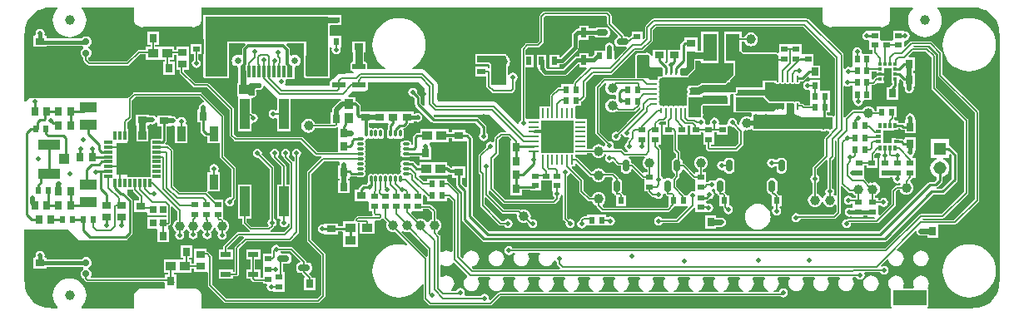
<source format=gtl>
G04*
G04 #@! TF.GenerationSoftware,Altium Limited,CircuitStudio,1.5.2 (30)*
G04*
G04 Layer_Physical_Order=1*
G04 Layer_Color=3381759*
%FSLAX44Y44*%
%MOMM*%
G71*
G01*
G75*
%ADD10C,1.0000*%
%ADD11R,0.9000X1.5000*%
%ADD12R,0.7000X0.6000*%
%ADD13R,2.8000X1.3500*%
%ADD14R,1.3500X2.8000*%
%ADD15R,0.6000X0.7000*%
%ADD16R,0.5500X1.0500*%
%ADD17R,1.0500X0.5500*%
%ADD18R,1.0000X0.9700*%
%ADD19R,0.9700X1.0000*%
%ADD20R,0.7400X0.9300*%
%ADD21R,0.9300X0.7400*%
%ADD22R,1.8200X1.1400*%
%ADD23R,1.0000X3.1000*%
%ADD24R,0.3750X0.3500*%
%ADD25R,0.3500X0.3750*%
G04:AMPARAMS|DCode=26|XSize=1.03mm|YSize=1.42mm|CornerRadius=0.2524mm|HoleSize=0mm|Usage=FLASHONLY|Rotation=270.000|XOffset=0mm|YOffset=0mm|HoleType=Round|Shape=RoundedRectangle|*
%AMROUNDEDRECTD26*
21,1,1.0300,0.9153,0,0,270.0*
21,1,0.5253,1.4200,0,0,270.0*
1,1,0.5047,-0.4577,-0.2626*
1,1,0.5047,-0.4577,0.2626*
1,1,0.5047,0.4577,0.2626*
1,1,0.5047,0.4577,-0.2626*
%
%ADD26ROUNDEDRECTD26*%
G04:AMPARAMS|DCode=27|XSize=0.6mm|YSize=0.24mm|CornerRadius=0.03mm|HoleSize=0mm|Usage=FLASHONLY|Rotation=90.000|XOffset=0mm|YOffset=0mm|HoleType=Round|Shape=RoundedRectangle|*
%AMROUNDEDRECTD27*
21,1,0.6000,0.1800,0,0,90.0*
21,1,0.5400,0.2400,0,0,90.0*
1,1,0.0600,0.0900,0.2700*
1,1,0.0600,0.0900,-0.2700*
1,1,0.0600,-0.0900,-0.2700*
1,1,0.0600,-0.0900,0.2700*
%
%ADD27ROUNDEDRECTD27*%
G04:AMPARAMS|DCode=28|XSize=1.65mm|YSize=2.4mm|CornerRadius=0.0413mm|HoleSize=0mm|Usage=FLASHONLY|Rotation=90.000|XOffset=0mm|YOffset=0mm|HoleType=Round|Shape=RoundedRectangle|*
%AMROUNDEDRECTD28*
21,1,1.6500,2.3175,0,0,90.0*
21,1,1.5675,2.4000,0,0,90.0*
1,1,0.0825,1.1587,0.7837*
1,1,0.0825,1.1587,-0.7837*
1,1,0.0825,-1.1587,-0.7837*
1,1,0.0825,-1.1587,0.7837*
%
%ADD28ROUNDEDRECTD28*%
%ADD29R,3.2500X3.2500*%
%ADD30R,0.2700X0.9900*%
%ADD31R,0.9900X0.2700*%
%ADD32R,0.6000X1.1500*%
%ADD33R,0.3000X1.1500*%
%ADD34R,2.1800X2.0000*%
%ADD35R,0.6000X0.3500*%
%ADD36R,0.3500X0.6000*%
%ADD37R,0.7000X0.7500*%
%ADD38R,1.1000X0.9000*%
%ADD39C,0.7000*%
%ADD40R,0.6000X0.9000*%
%ADD41R,0.7500X2.2000*%
%ADD42R,0.9000X0.6000*%
%ADD43R,2.2000X0.7500*%
%ADD44R,2.2000X1.0500*%
%ADD45R,1.0500X1.0000*%
G04:AMPARAMS|DCode=46|XSize=0.99mm|YSize=1.3mm|CornerRadius=0.0743mm|HoleSize=0mm|Usage=FLASHONLY|Rotation=270.000|XOffset=0mm|YOffset=0mm|HoleType=Round|Shape=RoundedRectangle|*
%AMROUNDEDRECTD46*
21,1,0.9900,1.1515,0,0,270.0*
21,1,0.8415,1.3000,0,0,270.0*
1,1,0.1485,-0.5757,-0.4208*
1,1,0.1485,-0.5757,0.4208*
1,1,0.1485,0.5757,0.4208*
1,1,0.1485,0.5757,-0.4208*
%
%ADD46ROUNDEDRECTD46*%
G04:AMPARAMS|DCode=47|XSize=0.59mm|YSize=1.3mm|CornerRadius=0.0443mm|HoleSize=0mm|Usage=FLASHONLY|Rotation=270.000|XOffset=0mm|YOffset=0mm|HoleType=Round|Shape=RoundedRectangle|*
%AMROUNDEDRECTD47*
21,1,0.5900,1.2115,0,0,270.0*
21,1,0.5015,1.3000,0,0,270.0*
1,1,0.0885,-0.6058,-0.2507*
1,1,0.0885,-0.6058,0.2507*
1,1,0.0885,0.6058,0.2507*
1,1,0.0885,0.6058,-0.2507*
%
%ADD47ROUNDEDRECTD47*%
G04:AMPARAMS|DCode=48|XSize=1.21mm|YSize=0.62mm|CornerRadius=0.1612mm|HoleSize=0mm|Usage=FLASHONLY|Rotation=270.000|XOffset=0mm|YOffset=0mm|HoleType=Round|Shape=RoundedRectangle|*
%AMROUNDEDRECTD48*
21,1,1.2100,0.2976,0,0,270.0*
21,1,0.8876,0.6200,0,0,270.0*
1,1,0.3224,-0.1488,-0.4438*
1,1,0.3224,-0.1488,0.4438*
1,1,0.3224,0.1488,0.4438*
1,1,0.3224,0.1488,-0.4438*
%
%ADD48ROUNDEDRECTD48*%
G04:AMPARAMS|DCode=49|XSize=1.21mm|YSize=0.62mm|CornerRadius=0.1612mm|HoleSize=0mm|Usage=FLASHONLY|Rotation=0.000|XOffset=0mm|YOffset=0mm|HoleType=Round|Shape=RoundedRectangle|*
%AMROUNDEDRECTD49*
21,1,1.2100,0.2976,0,0,0.0*
21,1,0.8876,0.6200,0,0,0.0*
1,1,0.3224,0.4438,-0.1488*
1,1,0.3224,-0.4438,-0.1488*
1,1,0.3224,-0.4438,0.1488*
1,1,0.3224,0.4438,0.1488*
%
%ADD49ROUNDEDRECTD49*%
G04:AMPARAMS|DCode=50|XSize=0.58mm|YSize=0.24mm|CornerRadius=0.03mm|HoleSize=0mm|Usage=FLASHONLY|Rotation=90.000|XOffset=0mm|YOffset=0mm|HoleType=Round|Shape=RoundedRectangle|*
%AMROUNDEDRECTD50*
21,1,0.5800,0.1800,0,0,90.0*
21,1,0.5200,0.2400,0,0,90.0*
1,1,0.0600,0.0900,0.2600*
1,1,0.0600,0.0900,-0.2600*
1,1,0.0600,-0.0900,-0.2600*
1,1,0.0600,-0.0900,0.2600*
%
%ADD50ROUNDEDRECTD50*%
G04:AMPARAMS|DCode=51|XSize=0.58mm|YSize=0.24mm|CornerRadius=0.03mm|HoleSize=0mm|Usage=FLASHONLY|Rotation=0.000|XOffset=0mm|YOffset=0mm|HoleType=Round|Shape=RoundedRectangle|*
%AMROUNDEDRECTD51*
21,1,0.5800,0.1800,0,0,0.0*
21,1,0.5200,0.2400,0,0,0.0*
1,1,0.0600,0.2600,-0.0900*
1,1,0.0600,-0.2600,-0.0900*
1,1,0.0600,-0.2600,0.0900*
1,1,0.0600,0.2600,0.0900*
%
%ADD51ROUNDEDRECTD51*%
%ADD52R,2.7000X2.7000*%
%ADD53R,3.4000X3.4000*%
G04:AMPARAMS|DCode=54|XSize=0.26mm|YSize=0.69mm|CornerRadius=0.13mm|HoleSize=0mm|Usage=FLASHONLY|Rotation=0.000|XOffset=0mm|YOffset=0mm|HoleType=Round|Shape=RoundedRectangle|*
%AMROUNDEDRECTD54*
21,1,0.2600,0.4300,0,0,0.0*
21,1,0.0000,0.6900,0,0,0.0*
1,1,0.2600,0.0000,-0.2150*
1,1,0.2600,0.0000,-0.2150*
1,1,0.2600,0.0000,0.2150*
1,1,0.2600,0.0000,0.2150*
%
%ADD54ROUNDEDRECTD54*%
G04:AMPARAMS|DCode=55|XSize=0.69mm|YSize=0.26mm|CornerRadius=0.13mm|HoleSize=0mm|Usage=FLASHONLY|Rotation=0.000|XOffset=0mm|YOffset=0mm|HoleType=Round|Shape=RoundedRectangle|*
%AMROUNDEDRECTD55*
21,1,0.6900,0.0000,0,0,0.0*
21,1,0.4300,0.2600,0,0,0.0*
1,1,0.2600,0.2150,0.0000*
1,1,0.2600,-0.2150,0.0000*
1,1,0.2600,-0.2150,0.0000*
1,1,0.2600,0.2150,0.0000*
%
%ADD55ROUNDEDRECTD55*%
%ADD56O,0.6900X0.2600*%
%ADD57R,0.3000X0.8500*%
%ADD58R,0.8500X0.3000*%
%ADD59R,3.2500X3.2500*%
%ADD60C,0.1270*%
%ADD61C,0.2540*%
%ADD62C,0.2000*%
%ADD63C,0.4000*%
%ADD64C,0.6000*%
%ADD65C,0.2500*%
%ADD66C,0.5000*%
%ADD67C,0.1778*%
%ADD68C,0.3000*%
%ADD69C,0.3810*%
%ADD70C,0.2543*%
%ADD71C,0.5500*%
%ADD72C,0.8000*%
%ADD73C,0.1780*%
%ADD74R,1.5000X1.2000*%
%ADD75R,12.2000X2.5500*%
%ADD76R,2.3000X6.1000*%
%ADD77R,1.9000X1.1500*%
%ADD78R,3.5000X1.6000*%
%ADD79R,0.8000X1.7000*%
%ADD80R,1.6000X1.9000*%
%ADD81C,0.6500*%
%ADD82C,1.3080*%
%ADD83R,1.3080X1.3080*%
%ADD84C,0.5000*%
%ADD85C,0.6000*%
G36*
X764923Y720106D02*
X766045Y718643D01*
X767507Y717521D01*
X769210Y716816D01*
X771037Y716575D01*
X772865Y716816D01*
X774568Y717521D01*
X776030Y718643D01*
X777152Y720106D01*
X777410Y720728D01*
X777813Y720708D01*
X777851Y720668D01*
X778455Y719175D01*
X777798Y718191D01*
X777449Y716436D01*
X777798Y714680D01*
X778793Y713191D01*
X780281Y712197D01*
X782037Y711848D01*
X783793Y712197D01*
X785281Y713191D01*
X786120Y713274D01*
X789998Y709397D01*
X790704Y708925D01*
X791371Y708792D01*
X791537Y708759D01*
X793866D01*
Y704498D01*
X794147Y703088D01*
X794945Y701893D01*
X796140Y701095D01*
X797549Y700815D01*
X800525D01*
X801934Y701095D01*
X803129Y701893D01*
X803928Y703088D01*
X804208Y704498D01*
Y705065D01*
X805708Y705686D01*
X815298Y696097D01*
X815651Y695861D01*
X816004Y695625D01*
X816837Y695459D01*
X817537D01*
Y692436D01*
X817537D01*
X817537D01*
Y692436D01*
X817537D01*
X817537Y692436D01*
Y682436D01*
X820860D01*
X821026Y681603D01*
X821498Y680896D01*
X824498Y677896D01*
X824851Y677660D01*
X825204Y677424D01*
X826037Y677259D01*
X828080D01*
X828793Y676191D01*
X830281Y675197D01*
X832037Y674847D01*
X833793Y675197D01*
X835281Y676191D01*
X836276Y677680D01*
X836625Y679436D01*
X836571Y679707D01*
X837929Y680570D01*
X838640Y680095D01*
X839460Y679932D01*
X839526Y679603D01*
X839998Y678896D01*
X840498Y678396D01*
X840921Y678113D01*
X841204Y677924D01*
X842037Y677759D01*
X842037D01*
Y667936D01*
X842037Y667936D01*
X842037D01*
X841477Y666654D01*
X840936Y666113D01*
X776439D01*
X775038Y667513D01*
X775294Y669379D01*
X776030Y669943D01*
X777152Y671406D01*
X777857Y673109D01*
X778098Y674936D01*
X777857Y676763D01*
X777152Y678466D01*
X776030Y679928D01*
X774568Y681050D01*
X772865Y681756D01*
X771037Y681996D01*
X769210Y681756D01*
X767507Y681050D01*
X766045Y679928D01*
X764923Y678466D01*
X764362Y677113D01*
X762439D01*
X755714Y683837D01*
Y693436D01*
X755549Y694269D01*
X755077Y694975D01*
X743552Y706500D01*
X744126Y707886D01*
X747387D01*
Y710548D01*
X748773Y711122D01*
X761998Y697896D01*
X762705Y697424D01*
X763538Y697259D01*
X764300D01*
X764923Y695756D01*
X766045Y694293D01*
X767507Y693171D01*
X769210Y692466D01*
X771037Y692225D01*
X772865Y692466D01*
X774568Y693171D01*
X776030Y694293D01*
X777152Y695756D01*
X777775Y697259D01*
X784509D01*
X785560Y696141D01*
X785445Y694978D01*
X784647Y693783D01*
X784366Y692374D01*
Y683498D01*
X784647Y682088D01*
X785445Y680893D01*
X786640Y680095D01*
X787460Y679932D01*
X787526Y679603D01*
X787998Y678896D01*
X788498Y678396D01*
X789037Y678036D01*
Y667936D01*
X799037D01*
Y678936D01*
X796214D01*
X796048Y679769D01*
X795576Y680475D01*
X794576Y681475D01*
X794190Y681733D01*
X794427Y682088D01*
X794708Y683498D01*
Y692374D01*
X794427Y693783D01*
X793629Y694978D01*
X792434Y695776D01*
X791698Y695923D01*
X791649Y696169D01*
X791413Y696522D01*
X791177Y696875D01*
X787077Y700975D01*
X786371Y701447D01*
X785538Y701612D01*
X777650D01*
X777152Y702816D01*
X776030Y704278D01*
X774568Y705400D01*
X772865Y706106D01*
X771037Y706346D01*
X769210Y706106D01*
X767507Y705400D01*
X766045Y704278D01*
X765111Y703062D01*
X763442Y702610D01*
X749477Y716575D01*
X748771Y717047D01*
X747937Y717213D01*
X747387D01*
Y720086D01*
X759587D01*
Y721459D01*
X764362D01*
X764923Y720106D01*
D02*
G37*
G36*
X682423Y735471D02*
X681849Y734086D01*
X681387D01*
Y721744D01*
X681387Y720786D01*
X681387D01*
X681387Y720786D01*
X681387D01*
X681487Y720286D01*
Y720286D01*
X681488D01*
X681488Y720286D01*
Y706986D01*
X681487D01*
Y706286D01*
X681488D01*
Y692986D01*
X681487Y692986D01*
D01*
X681387Y692086D01*
X681387D01*
X681387Y691527D01*
Y678786D01*
X692787D01*
Y684611D01*
X701537D01*
Y683436D01*
X712537D01*
Y691936D01*
X712537Y693436D01*
X714037Y693436D01*
X722037D01*
X723537Y693436D01*
X723537Y691936D01*
Y683436D01*
X723963D01*
X724747Y681936D01*
X724449Y680436D01*
X724798Y678680D01*
X725793Y677191D01*
X725863Y675340D01*
X724635Y674112D01*
X676439D01*
X664349Y686202D01*
Y715669D01*
X668576Y719896D01*
X668859Y720320D01*
X669048Y720603D01*
X669214Y721436D01*
Y735034D01*
X672574Y738394D01*
X679500D01*
X682423Y735471D01*
D02*
G37*
G36*
X1116360Y822534D02*
Y800936D01*
X1116526Y800103D01*
X1116998Y799396D01*
X1153860Y762534D01*
Y674837D01*
X1132635Y653613D01*
X1101559D01*
X1100758Y655113D01*
X1100855Y655259D01*
X1121037D01*
X1121870Y655424D01*
X1122576Y655896D01*
X1146441Y679761D01*
X1146913Y680468D01*
X1147079Y681301D01*
Y754979D01*
X1146913Y755812D01*
X1146677Y756165D01*
X1146441Y756518D01*
X1114214Y788745D01*
Y820436D01*
X1114048Y821269D01*
X1113812Y821622D01*
X1113576Y821975D01*
X1106576Y828975D01*
X1105870Y829447D01*
X1105037Y829613D01*
X1091967D01*
X1091094Y831113D01*
X1091144Y831202D01*
X1091253Y831259D01*
X1107635D01*
X1116360Y822534D01*
D02*
G37*
G36*
X596498Y676896D02*
X597037Y676536D01*
Y672936D01*
X605537D01*
X607037Y672936D01*
X607037D01*
D01*
X608537Y672936D01*
X617037D01*
Y676259D01*
X618635D01*
X622590Y672304D01*
Y621500D01*
X621090Y620760D01*
X620396Y621293D01*
X618486Y622084D01*
X616437Y622353D01*
X614388Y622084D01*
X612478Y621293D01*
X611714Y620706D01*
X610214Y621446D01*
Y636436D01*
X610048Y637269D01*
X609859Y637551D01*
X609576Y637975D01*
X607178Y640373D01*
X607412Y641549D01*
X607692Y641980D01*
X609030Y643006D01*
X610152Y644469D01*
X610857Y646171D01*
X611098Y647999D01*
X610857Y649826D01*
X610152Y651529D01*
X609030Y652991D01*
X607568Y654113D01*
X606214Y654674D01*
Y662435D01*
X606049Y663268D01*
X605860Y663551D01*
X605577Y663975D01*
X601137Y668414D01*
X600431Y668886D01*
X599598Y669051D01*
X593598D01*
X592537Y670112D01*
Y670936D01*
X592537Y672436D01*
Y672436D01*
X592537Y673936D01*
Y678897D01*
X593923Y679471D01*
X596498Y676896D01*
D02*
G37*
G36*
X601861Y661534D02*
Y654674D01*
X600507Y654113D01*
X599045Y652991D01*
X597923Y651529D01*
X597849Y651351D01*
X596226D01*
X596152Y651529D01*
X595030Y652991D01*
X593568Y654113D01*
X591865Y654819D01*
X590037Y655059D01*
X588210Y654819D01*
X586857Y654258D01*
X580745Y660369D01*
X581051Y662141D01*
X581537Y662436D01*
X581537D01*
D01*
D01*
X581537Y662436D01*
X592537D01*
Y664698D01*
X598696D01*
X601861Y661534D01*
D02*
G37*
G36*
X1003861Y714059D02*
Y686394D01*
X1002793Y685680D01*
X1001798Y684191D01*
X1001449Y682436D01*
X1001798Y680680D01*
X1002317Y679904D01*
X1001045Y678928D01*
X999923Y677466D01*
X999318Y676005D01*
X998537Y675876D01*
X997757Y676005D01*
X997152Y677466D01*
X996030Y678928D01*
X994568Y680050D01*
X993214Y680611D01*
Y691478D01*
X994281Y692191D01*
X995276Y693680D01*
X995625Y695436D01*
X995276Y697191D01*
X994281Y698680D01*
X993214Y699393D01*
Y705534D01*
X1002361Y714681D01*
X1003861Y714059D01*
D02*
G37*
G36*
X839139Y754030D02*
X839861Y753559D01*
Y750436D01*
X836537D01*
Y740436D01*
X846861D01*
Y724936D01*
X847026Y724103D01*
X847498Y723397D01*
X849861Y721034D01*
Y717056D01*
X849549D01*
X848140Y716776D01*
X846945Y715978D01*
X846147Y714783D01*
X845866Y713374D01*
Y704498D01*
X846147Y703088D01*
X846945Y701893D01*
X848140Y701095D01*
X848860Y700952D01*
Y698837D01*
X846498Y696475D01*
X846026Y695769D01*
X844491Y695739D01*
X844434Y695776D01*
X843025Y696056D01*
X840049D01*
X838640Y695776D01*
X837976Y695333D01*
X836462Y695795D01*
X836334Y695902D01*
X836276Y696191D01*
X835281Y697680D01*
X834214Y698393D01*
Y725436D01*
X834048Y726269D01*
X833859Y726552D01*
X833576Y726975D01*
X831616Y728936D01*
X832184Y730436D01*
X834537D01*
Y738936D01*
X834537Y740436D01*
X834537Y740436D01*
Y740436D01*
X834537D01*
X834537Y740436D01*
Y750436D01*
X832737D01*
X832116Y751936D01*
X833939Y753759D01*
X837038D01*
X837870Y753925D01*
X838361Y754252D01*
X839139Y754030D01*
D02*
G37*
G36*
X818476Y716759D02*
X818045Y716428D01*
X816923Y714966D01*
X816217Y713263D01*
X815977Y711436D01*
X816217Y709608D01*
X816923Y707905D01*
X818045Y706443D01*
X819507Y705321D01*
X820860Y704761D01*
Y702436D01*
X817537D01*
Y701974D01*
X816151Y701400D01*
X806876Y710675D01*
X806170Y711147D01*
X805337Y711313D01*
X804208D01*
Y713374D01*
X803928Y714783D01*
X803129Y715978D01*
X801934Y716776D01*
X802169Y718259D01*
X817966D01*
X818476Y716759D01*
D02*
G37*
G36*
X1130213Y719266D02*
Y695605D01*
X1119867Y685260D01*
X1114932D01*
X1114784Y686760D01*
X1115118Y686826D01*
X1116034Y687439D01*
X1120034Y691439D01*
X1120034Y691439D01*
X1120646Y692355D01*
X1120861Y693436D01*
X1120861Y693436D01*
Y697280D01*
X1122848Y698102D01*
X1124841Y699632D01*
X1126370Y701625D01*
X1127331Y703945D01*
X1127659Y706436D01*
X1127331Y708926D01*
X1126370Y711247D01*
X1124841Y713240D01*
X1122848Y714769D01*
X1121335Y715396D01*
X1121633Y716896D01*
X1127577D01*
Y719942D01*
X1128963Y720516D01*
X1130213Y719266D01*
D02*
G37*
G36*
X1012860Y733413D02*
Y679007D01*
X1011360Y678498D01*
X1011030Y678928D01*
X1009758Y679904D01*
X1010276Y680680D01*
X1010625Y682436D01*
X1010276Y684191D01*
X1009281Y685680D01*
X1008214Y686393D01*
Y714534D01*
X1010576Y716896D01*
X1010812Y717250D01*
X1011048Y717603D01*
X1011214Y718436D01*
Y734117D01*
X1011360Y734215D01*
X1012860Y733413D01*
D02*
G37*
G36*
X866798Y696097D02*
X867505Y695625D01*
X868337Y695459D01*
X868476D01*
X869537Y694398D01*
Y693936D01*
X869537Y692436D01*
Y692436D01*
D01*
X869537Y690936D01*
Y683940D01*
X869444Y683780D01*
X868037Y682825D01*
X867037Y683024D01*
X865281Y682674D01*
X863793Y681680D01*
X862798Y680191D01*
X862785Y680126D01*
X862037Y678936D01*
X861019Y678936D01*
X858829D01*
X858815Y679002D01*
X858343Y679708D01*
X850214Y687838D01*
Y694034D01*
X852576Y696396D01*
X852859Y696820D01*
X853048Y697103D01*
X853214Y697936D01*
Y700952D01*
X853934Y701095D01*
X855129Y701893D01*
X855928Y703088D01*
X856208Y704498D01*
Y704727D01*
X857594Y705301D01*
X866798Y696097D01*
D02*
G37*
G36*
X572507Y641884D02*
X574210Y641179D01*
X576037Y640938D01*
X577865Y641179D01*
X579174Y641721D01*
X597360Y623535D01*
Y616813D01*
X595860Y616192D01*
X570577Y641475D01*
X571568Y642605D01*
X572507Y641884D01*
D02*
G37*
G36*
X787967Y593759D02*
X787380Y592994D01*
X786589Y591085D01*
X786319Y589036D01*
X786589Y586986D01*
X787380Y585077D01*
X788638Y583437D01*
X790278Y582179D01*
X791645Y581613D01*
X791347Y580112D01*
X771727D01*
X771429Y581613D01*
X772796Y582179D01*
X774436Y583437D01*
X775694Y585077D01*
X776485Y586986D01*
X776755Y589036D01*
X776485Y591085D01*
X775694Y592994D01*
X775107Y593759D01*
X775847Y595259D01*
X787227D01*
X787967Y593759D01*
D02*
G37*
G36*
X813366D02*
X812780Y592994D01*
X811989Y591085D01*
X811719Y589036D01*
X811989Y586986D01*
X812780Y585077D01*
X814038Y583437D01*
X815678Y582179D01*
X817045Y581613D01*
X816747Y580112D01*
X797127D01*
X796829Y581613D01*
X798196Y582179D01*
X799836Y583437D01*
X801094Y585077D01*
X801885Y586986D01*
X802155Y589036D01*
X801885Y591085D01*
X801094Y592994D01*
X800508Y593759D01*
X801247Y595259D01*
X812627D01*
X813366Y593759D01*
D02*
G37*
G36*
X762567D02*
X761980Y592994D01*
X761189Y591085D01*
X760919Y589036D01*
X761189Y586986D01*
X761980Y585077D01*
X763238Y583437D01*
X764878Y582179D01*
X766245Y581613D01*
X765947Y580112D01*
X746327D01*
X746029Y581613D01*
X747396Y582179D01*
X749036Y583437D01*
X750294Y585077D01*
X751085Y586986D01*
X751355Y589036D01*
X751085Y591085D01*
X750294Y592994D01*
X749707Y593759D01*
X750447Y595259D01*
X761827D01*
X762567Y593759D01*
D02*
G37*
G36*
X711767D02*
X711180Y592994D01*
X710389Y591085D01*
X710119Y589036D01*
X710389Y586986D01*
X711180Y585077D01*
X712438Y583437D01*
X714078Y582179D01*
X715445Y581613D01*
X715147Y580112D01*
X695527D01*
X695229Y581613D01*
X696596Y582179D01*
X698236Y583437D01*
X699494Y585077D01*
X700285Y586986D01*
X700555Y589036D01*
X700285Y591085D01*
X699494Y592994D01*
X698907Y593759D01*
X699647Y595259D01*
X711027D01*
X711767Y593759D01*
D02*
G37*
G36*
X737167D02*
X736580Y592994D01*
X735789Y591085D01*
X735519Y589036D01*
X735789Y586986D01*
X736580Y585077D01*
X737838Y583437D01*
X739478Y582179D01*
X740845Y581613D01*
X740547Y580112D01*
X720927D01*
X720629Y581613D01*
X721996Y582179D01*
X723636Y583437D01*
X724894Y585077D01*
X725685Y586986D01*
X725955Y589036D01*
X725685Y591085D01*
X724894Y592994D01*
X724307Y593759D01*
X725047Y595259D01*
X736427D01*
X737167Y593759D01*
D02*
G37*
G36*
X838766D02*
X838180Y592994D01*
X837389Y591085D01*
X837119Y589036D01*
X837389Y586986D01*
X838180Y585077D01*
X839438Y583437D01*
X841078Y582179D01*
X842445Y581613D01*
X842147Y580112D01*
X822527D01*
X822229Y581613D01*
X823596Y582179D01*
X825236Y583437D01*
X826494Y585077D01*
X827285Y586986D01*
X827555Y589036D01*
X827285Y591085D01*
X826494Y592994D01*
X825908Y593759D01*
X826647Y595259D01*
X838027D01*
X838766Y593759D01*
D02*
G37*
G36*
X940367D02*
X939780Y592994D01*
X938989Y591085D01*
X938719Y589036D01*
X938989Y586986D01*
X939780Y585077D01*
X941038Y583437D01*
X942678Y582179D01*
X944045Y581613D01*
X943747Y580112D01*
X924127D01*
X923829Y581613D01*
X925196Y582179D01*
X926836Y583437D01*
X928094Y585077D01*
X928885Y586986D01*
X929155Y589036D01*
X928885Y591085D01*
X928094Y592994D01*
X927507Y593759D01*
X928247Y595259D01*
X939627D01*
X940367Y593759D01*
D02*
G37*
G36*
X637633Y597262D02*
X637313Y595459D01*
X636238Y594634D01*
X634980Y592994D01*
X634189Y591085D01*
X633919Y589036D01*
X634189Y586986D01*
X634980Y585077D01*
X636238Y583437D01*
X637878Y582179D01*
X639788Y581388D01*
X641837Y581118D01*
X643886Y581388D01*
X645796Y582179D01*
X647436Y583437D01*
X648694Y585077D01*
X649485Y586986D01*
X649755Y589036D01*
X649485Y591085D01*
X648694Y592994D01*
X648108Y593759D01*
X648847Y595259D01*
X660227D01*
X660966Y593759D01*
X660380Y592994D01*
X659589Y591085D01*
X659319Y589036D01*
X659589Y586986D01*
X660380Y585077D01*
X661638Y583437D01*
X663278Y582179D01*
X665188Y581388D01*
X667237Y581118D01*
X669286Y581388D01*
X671196Y582179D01*
X672836Y583437D01*
X674094Y585077D01*
X674885Y586986D01*
X675155Y589036D01*
X674885Y591085D01*
X674094Y592994D01*
X673508Y593759D01*
X674247Y595259D01*
X685627D01*
X686367Y593759D01*
X685780Y592994D01*
X684989Y591085D01*
X684719Y589036D01*
X684989Y586986D01*
X685780Y585077D01*
X687038Y583437D01*
X688678Y582179D01*
X690045Y581613D01*
X689747Y580112D01*
X670537D01*
X669704Y579947D01*
X669421Y579758D01*
X668998Y579475D01*
X661373Y571850D01*
X660654Y571957D01*
X659550Y573559D01*
X659625Y573936D01*
X659276Y575691D01*
X658281Y577180D01*
X656793Y578175D01*
X655037Y578524D01*
X653281Y578175D01*
X651793Y577180D01*
X651079Y576113D01*
X635366D01*
X634564Y577612D01*
X634776Y577930D01*
X635125Y579686D01*
X634776Y581441D01*
X633781Y582930D01*
X632293Y583924D01*
X630537Y584274D01*
X628781Y583924D01*
X627293Y582930D01*
X626298Y581441D01*
X626233Y581113D01*
X621470D01*
X620961Y582612D01*
X622036Y583437D01*
X623294Y585077D01*
X624085Y586986D01*
X624355Y589036D01*
X624085Y591085D01*
X623294Y592994D01*
X622036Y594634D01*
X620396Y595893D01*
X618486Y596684D01*
X616437Y596953D01*
X614388Y596684D01*
X612478Y595893D01*
X611714Y595306D01*
X610214Y596046D01*
Y607425D01*
X611714Y608165D01*
X612478Y607579D01*
X614388Y606788D01*
X616437Y606518D01*
X618486Y606788D01*
X620396Y607579D01*
X622036Y608837D01*
X622861Y609912D01*
X624663Y610231D01*
X637633Y597262D01*
D02*
G37*
G36*
X914967Y593759D02*
X914380Y592994D01*
X913589Y591085D01*
X913319Y589036D01*
X913589Y586986D01*
X914380Y585077D01*
X915638Y583437D01*
X917278Y582179D01*
X918645Y581613D01*
X918347Y580112D01*
X898727D01*
X898429Y581613D01*
X899796Y582179D01*
X901436Y583437D01*
X902694Y585077D01*
X903485Y586986D01*
X903755Y589036D01*
X903485Y591085D01*
X902694Y592994D01*
X902107Y593759D01*
X902847Y595259D01*
X914227D01*
X914967Y593759D01*
D02*
G37*
G36*
X864166D02*
X863580Y592994D01*
X862789Y591085D01*
X862519Y589036D01*
X862789Y586986D01*
X863580Y585077D01*
X864838Y583437D01*
X866478Y582179D01*
X867845Y581613D01*
X867547Y580112D01*
X847927D01*
X847629Y581613D01*
X848996Y582179D01*
X850636Y583437D01*
X851894Y585077D01*
X852685Y586986D01*
X852955Y589036D01*
X852685Y591085D01*
X851894Y592994D01*
X851308Y593759D01*
X852047Y595259D01*
X863427D01*
X864166Y593759D01*
D02*
G37*
G36*
X889566D02*
X888980Y592994D01*
X888189Y591085D01*
X887919Y589036D01*
X888189Y586986D01*
X888980Y585077D01*
X890238Y583437D01*
X891878Y582179D01*
X893245Y581613D01*
X892947Y580112D01*
X873327D01*
X873029Y581613D01*
X874396Y582179D01*
X876036Y583437D01*
X877294Y585077D01*
X878085Y586986D01*
X878355Y589036D01*
X878085Y591085D01*
X877294Y592994D01*
X876708Y593759D01*
X877447Y595259D01*
X888827D01*
X889566Y593759D01*
D02*
G37*
G36*
X428037Y792038D02*
Y789000D01*
X427611Y788362D01*
X426659Y787726D01*
X425537Y787503D01*
X424415Y787726D01*
X424175Y787886D01*
X423934Y787934D01*
X423744Y788090D01*
X423347Y788051D01*
X422956Y788129D01*
X422752Y787992D01*
X422508Y787968D01*
X422309Y787862D01*
X422280Y787827D01*
X422235Y787820D01*
X421984Y787479D01*
X421923Y787438D01*
X421911Y787381D01*
X421890Y787352D01*
X421521Y786902D01*
X421525Y786857D01*
X421498Y786820D01*
X421013Y784860D01*
X421020Y784820D01*
X420997Y784787D01*
X421112Y784212D01*
X421199Y783632D01*
X421232Y783608D01*
X421240Y783568D01*
X421246Y783558D01*
X421470Y782436D01*
X421247Y781313D01*
X420611Y780362D01*
X419973Y779936D01*
X416037D01*
X414037Y781936D01*
X405037D01*
Y790936D01*
X415037D01*
X417037Y792936D01*
X427139Y792936D01*
X428037Y792038D01*
D02*
G37*
G36*
X918037Y822436D02*
X952037D01*
X954037Y820436D01*
Y795436D01*
X938037D01*
Y788436D01*
X917480D01*
X917037Y788524D01*
X916594Y788436D01*
X911037D01*
Y784334D01*
X910139Y783436D01*
X878837Y783436D01*
X873588Y781050D01*
X864941Y780947D01*
X864037Y781839D01*
Y787538D01*
X864936Y788436D01*
X872037Y788436D01*
X876537Y791436D01*
X900037Y791436D01*
X902387Y793786D01*
X904687D01*
Y796086D01*
X910037Y801436D01*
Y802436D01*
Y815436D01*
X901037D01*
Y825436D01*
X915037D01*
X918037Y822436D01*
D02*
G37*
G36*
X907966Y781906D02*
X908037Y780436D01*
X908037Y780436D01*
X908037Y780436D01*
Y762936D01*
X910391D01*
X910537Y762906D01*
X926292D01*
X926293Y762906D01*
X927088Y761581D01*
X927102Y761406D01*
X927047Y761130D01*
X927028Y761035D01*
X926798Y760691D01*
X926449Y758936D01*
X926462Y758871D01*
X925101Y758025D01*
X925068Y758050D01*
X923365Y758756D01*
X921537Y758996D01*
X919710Y758756D01*
X918007Y758050D01*
X916545Y756928D01*
X915423Y755466D01*
X914718Y753763D01*
X914477Y751936D01*
X914585Y751113D01*
X913165Y750413D01*
X911462Y752115D01*
X911625Y752936D01*
X911276Y754691D01*
X910281Y756180D01*
X908793Y757175D01*
X907037Y757524D01*
X905281Y757175D01*
X903793Y756180D01*
X902798Y754691D01*
X902449Y752936D01*
X902658Y751886D01*
X901697Y750532D01*
X901533Y750436D01*
X894111D01*
X893327Y751936D01*
X893625Y753436D01*
X893276Y755191D01*
X892281Y756680D01*
X890793Y757674D01*
X889037Y758024D01*
X887281Y757674D01*
X885793Y756680D01*
X884798Y755191D01*
X884449Y753436D01*
X884747Y751936D01*
X883963Y750436D01*
X880339D01*
X879320Y751936D01*
X879519Y752936D01*
X879169Y754691D01*
X878175Y756180D01*
X877689Y756505D01*
X877598Y756567D01*
X877156Y758482D01*
X877169Y758519D01*
X877276Y758680D01*
X877626Y760436D01*
X877276Y762192D01*
X876566Y763254D01*
Y769302D01*
X877050Y769786D01*
X889687D01*
Y770406D01*
X891387D01*
Y769786D01*
X904687D01*
Y780406D01*
X905889Y781906D01*
X907966Y781906D01*
D02*
G37*
G36*
X778322Y793147D02*
X779002Y791568D01*
X778923Y791466D01*
X778218Y789763D01*
X777977Y787936D01*
X778218Y786108D01*
X778923Y784406D01*
X780045Y782943D01*
X781507Y781821D01*
X783210Y781116D01*
X785037Y780875D01*
X786865Y781116D01*
X787713Y781467D01*
X789213Y780507D01*
Y777365D01*
X788297Y776570D01*
X787796Y776370D01*
X786865Y776756D01*
X785037Y776996D01*
X783210Y776756D01*
X781507Y776050D01*
X780045Y774928D01*
X778923Y773466D01*
X778218Y771763D01*
X777977Y769936D01*
X778218Y768109D01*
X778923Y766406D01*
X780045Y764943D01*
X781507Y763821D01*
X783210Y763116D01*
X785037Y762875D01*
X786865Y763116D01*
X788568Y763821D01*
X789420Y764475D01*
X789498Y764397D01*
X789921Y764114D01*
X790204Y763925D01*
X791037Y763759D01*
X807038D01*
X807870Y763925D01*
X808577Y764397D01*
X812514Y768334D01*
X813150Y768248D01*
X813684Y766661D01*
X799737Y752713D01*
X799659Y752597D01*
X790296Y743234D01*
X789037Y743485D01*
X787281Y743136D01*
X785793Y742141D01*
X784798Y740653D01*
X784449Y738897D01*
X784798Y737141D01*
X785793Y735652D01*
X787281Y734658D01*
X789037Y734309D01*
X790793Y734658D01*
X792281Y735652D01*
X793276Y737141D01*
X793625Y738897D01*
X793375Y740153D01*
X794391Y741129D01*
X795515Y740788D01*
X795887Y740547D01*
X796793Y739191D01*
X798281Y738197D01*
X800037Y737848D01*
X801008Y738041D01*
X802587Y737213D01*
X802739Y737025D01*
X802790Y736767D01*
X800498Y734475D01*
X800026Y733769D01*
X799860Y732936D01*
Y732393D01*
X798793Y731680D01*
X797798Y730191D01*
X797449Y728436D01*
X797798Y726680D01*
X798793Y725191D01*
X800281Y724197D01*
X800705Y724112D01*
X800557Y722613D01*
X797939D01*
X795376Y725175D01*
X794670Y725647D01*
X793837Y725813D01*
X786832D01*
X786031Y727313D01*
X786276Y727680D01*
X786625Y729436D01*
X786276Y731191D01*
X785281Y732680D01*
X783793Y733674D01*
X782037Y734024D01*
X781612Y733939D01*
X772214Y743337D01*
Y788034D01*
X777436Y793256D01*
X778322Y793147D01*
D02*
G37*
G36*
X823037Y820936D02*
Y809936D01*
X824037Y808936D01*
X835037D01*
X836037Y807936D01*
X836037Y800834D01*
X835139Y799936D01*
X832807Y799936D01*
X832807Y799936D01*
X832538Y799936D01*
X831537Y799936D01*
Y799285D01*
X831537Y799285D01*
X831537D01*
Y795936D01*
X823537Y795936D01*
X821537Y797936D01*
X816887Y797936D01*
X816870Y797947D01*
X816038Y798113D01*
X810936D01*
X810037Y799011D01*
X810037Y807436D01*
Y820936D01*
X811037Y821936D01*
X822037D01*
X823037Y820936D01*
D02*
G37*
G36*
X1011360Y818442D02*
Y759854D01*
X1010810Y759483D01*
X1009860Y759190D01*
X1009622Y759349D01*
X1009037Y759465D01*
X1008607D01*
X1008293Y759675D01*
X1006537Y760024D01*
X1004877Y759694D01*
X1004737Y759696D01*
X1003377Y760326D01*
Y762936D01*
X1006037D01*
Y773936D01*
X1006037Y773936D01*
X1006037D01*
Y784936D01*
X997537D01*
X997122Y784936D01*
X996037Y784936D01*
X996037Y786436D01*
Y795936D01*
X986037D01*
Y795845D01*
X984537Y794825D01*
X983538Y795024D01*
X981782Y794675D01*
X980294Y793680D01*
X979299Y792192D01*
X978950Y790436D01*
X979299Y788680D01*
X980294Y787192D01*
X981782Y786197D01*
X983538Y785848D01*
X984537Y786047D01*
X984896Y785803D01*
X986037Y784936D01*
X986037Y783532D01*
Y775436D01*
X986037Y775051D01*
X986037Y773936D01*
Y773890D01*
X986037Y772436D01*
Y770113D01*
X980439D01*
X979218Y771334D01*
X978512Y771806D01*
X977679Y771971D01*
X976282D01*
Y772136D01*
X976104Y773033D01*
X975595Y773794D01*
X974834Y774302D01*
X973937Y774481D01*
X972137D01*
X971240Y774302D01*
X970537Y773833D01*
X969834Y774302D01*
X969772Y774315D01*
X969721Y774349D01*
X969500Y774393D01*
X969285Y774458D01*
X969210Y774450D01*
X969135Y774465D01*
X969015D01*
X968937Y774481D01*
X967137D01*
X967059Y774465D01*
X964015D01*
X963937Y774481D01*
X962137D01*
X962059Y774465D01*
X962037D01*
X961452Y774349D01*
X961443Y774343D01*
X961240Y774302D01*
X960679Y773928D01*
X960619Y774017D01*
X960123Y774349D01*
X959538Y774465D01*
X959015D01*
X958937Y774481D01*
X957137D01*
X957059Y774465D01*
X954015D01*
X953937Y774481D01*
X952137D01*
X952059Y774465D01*
X944671D01*
X940037Y779099D01*
Y780436D01*
X910434D01*
X910287Y781936D01*
X910724Y782023D01*
X911220Y782354D01*
X912119Y783252D01*
X912450Y783748D01*
X912566Y784334D01*
Y786436D01*
X940037D01*
Y793906D01*
X949957D01*
X949970Y793838D01*
X950479Y793077D01*
X951240Y792569D01*
X952137Y792391D01*
X953937D01*
X954834Y792569D01*
X955537Y793038D01*
X956240Y792569D01*
X957137Y792391D01*
X958937D01*
X959835Y792569D01*
X960537Y793038D01*
X961240Y792569D01*
X962137Y792391D01*
X963937D01*
X964834Y792569D01*
X965537Y793038D01*
X966240Y792569D01*
X967137Y792391D01*
X968937D01*
X969834Y792569D01*
X970537Y793038D01*
X971240Y792569D01*
X972137Y792391D01*
X973937D01*
X974834Y792569D01*
X975595Y793077D01*
X976104Y793838D01*
X976282Y794736D01*
Y794970D01*
X978396D01*
X978396Y794970D01*
X979477Y795185D01*
X980393Y795797D01*
X983901Y799305D01*
X985287Y798731D01*
Y797786D01*
X996687D01*
Y811086D01*
X989899D01*
X989537Y812436D01*
X989537Y812436D01*
X989537D01*
X989537Y812436D01*
Y822436D01*
X979037D01*
X978537Y822436D01*
X977537Y823521D01*
Y832436D01*
X966537D01*
Y832436D01*
X965537Y832436D01*
Y832436D01*
X954537D01*
Y824220D01*
X953371Y823642D01*
X953037Y823571D01*
X952622Y823849D01*
X952037Y823965D01*
X948660D01*
X948614Y823974D01*
X939461D01*
X939414Y823965D01*
X918671D01*
X916537Y826098D01*
Y835259D01*
X919362D01*
X919923Y833905D01*
X921045Y832443D01*
X922507Y831321D01*
X924210Y830616D01*
X926037Y830375D01*
X927864Y830616D01*
X929567Y831321D01*
X931030Y832443D01*
X932151Y833905D01*
X932857Y835608D01*
X933097Y837436D01*
X932857Y839263D01*
X932151Y840966D01*
X931030Y842428D01*
X929567Y843550D01*
X927864Y844255D01*
X926037Y844496D01*
X924210Y844255D01*
X922507Y843550D01*
X921045Y842428D01*
X919923Y840966D01*
X919362Y839613D01*
X916537D01*
Y845436D01*
X899037D01*
Y813436D01*
X908508D01*
Y803936D01*
X908037D01*
Y801599D01*
X903606Y797167D01*
X903274Y796671D01*
X903158Y796086D01*
Y795315D01*
X902387D01*
X901802Y795199D01*
X901306Y794867D01*
X899524Y793086D01*
X891387D01*
Y793086D01*
X891267Y792965D01*
X889687D01*
Y793086D01*
X876387D01*
Y793082D01*
X876241Y792936D01*
X876101Y792878D01*
X875952Y792849D01*
X875828Y792766D01*
X875689Y792708D01*
X871574Y789965D01*
X869715D01*
X869659Y790002D01*
X868762Y790181D01*
X863562D01*
X862665Y790002D01*
X861904Y789494D01*
X861395Y788733D01*
X861217Y787836D01*
Y786036D01*
X861395Y785138D01*
X861865Y784436D01*
X861395Y783733D01*
X861217Y782836D01*
Y781036D01*
X861395Y780138D01*
X861701Y779681D01*
X861456Y779517D01*
X861124Y779021D01*
X861008Y778436D01*
Y770724D01*
X860437Y770256D01*
X858637D01*
X857740Y770077D01*
X857037Y769608D01*
X856335Y770077D01*
X855437Y770256D01*
X853637D01*
X852740Y770077D01*
X852037Y769608D01*
X851334Y770077D01*
X850437Y770256D01*
X848637D01*
X847740Y770077D01*
X847037Y769608D01*
X846335Y770077D01*
X845437Y770256D01*
X843637D01*
X842740Y770077D01*
X842037Y769608D01*
X841334Y770077D01*
X840437Y770256D01*
X838637D01*
X837740Y770077D01*
X837037Y769608D01*
X836334Y770077D01*
X835437Y770256D01*
X834231D01*
X833355Y770753D01*
X832857Y771630D01*
Y772836D01*
X832679Y773733D01*
X832209Y774436D01*
X832679Y775138D01*
X832857Y776036D01*
Y777836D01*
X832679Y778733D01*
X832209Y779436D01*
X832679Y780138D01*
X832857Y781036D01*
Y782836D01*
X832679Y783733D01*
X832209Y784436D01*
X832679Y785138D01*
X832857Y786036D01*
Y787836D01*
X832679Y788733D01*
X832209Y789436D01*
X832679Y790138D01*
X832857Y791036D01*
Y792836D01*
X832679Y793733D01*
X832209Y794436D01*
X832384Y794698D01*
X832618Y794854D01*
X832950Y795351D01*
X833066Y795936D01*
Y797346D01*
X834127Y798406D01*
X835139D01*
X835139D01*
X835725Y798523D01*
X836044Y798736D01*
X836334Y798794D01*
X837037Y799264D01*
X837740Y798794D01*
X838637Y798616D01*
X840437D01*
X841334Y798794D01*
X842037Y799264D01*
X842740Y798794D01*
X843637Y798616D01*
X845437D01*
X846335Y798794D01*
X847037Y799264D01*
X847740Y798794D01*
X848637Y798616D01*
X850437D01*
X851334Y798794D01*
X852037Y799264D01*
X852740Y798794D01*
X853637Y798616D01*
X855437D01*
X856335Y798794D01*
X857037Y799264D01*
X857740Y798794D01*
X858637Y798616D01*
X860437D01*
X861334Y798794D01*
X862095Y799302D01*
X862604Y800063D01*
X862672Y800407D01*
X869109Y806844D01*
X869276Y807094D01*
X869439Y807338D01*
X869440Y807339D01*
X869440Y807340D01*
X869498Y807632D01*
X869557Y807923D01*
X869570Y815686D01*
X871687D01*
Y815906D01*
X874476Y815906D01*
X875537Y814846D01*
Y813436D01*
X893037D01*
Y845436D01*
X875537D01*
Y825965D01*
X872604D01*
X871687Y827086D01*
Y827786D01*
X871687D01*
Y839186D01*
X858387D01*
Y836199D01*
X857951Y836113D01*
X857584Y835867D01*
X857034Y835500D01*
X857034Y835500D01*
X855040Y833506D01*
X854428Y832590D01*
X854213Y831509D01*
X854213Y831509D01*
Y827086D01*
X841387D01*
Y815686D01*
X841387Y815686D01*
X841387D01*
X841166Y814277D01*
X840901Y813881D01*
X839476Y813456D01*
X838657Y814301D01*
X839233Y815686D01*
X839687D01*
Y827086D01*
X826387D01*
Y820783D01*
X824887Y820635D01*
X824776Y821192D01*
X823782Y822680D01*
X822293Y823675D01*
X820537Y824024D01*
X818782Y823675D01*
X818468Y823465D01*
X811037D01*
X810452Y823349D01*
X809956Y823017D01*
X808956Y822017D01*
X808624Y821521D01*
X808508Y820936D01*
Y810086D01*
X808387D01*
Y798113D01*
X777037D01*
X776204Y797947D01*
X775498Y797475D01*
X768498Y790475D01*
X768026Y789769D01*
X767860Y788936D01*
Y742436D01*
X768026Y741603D01*
X768498Y740896D01*
X777960Y731434D01*
X777798Y731191D01*
X777449Y729436D01*
X777501Y729176D01*
X776098Y728540D01*
X776030Y728628D01*
X774568Y729750D01*
X772865Y730456D01*
X771037Y730696D01*
X769210Y730456D01*
X767507Y729750D01*
X766045Y728628D01*
X764923Y727166D01*
X764362Y725813D01*
X759587D01*
Y730086D01*
Y735086D01*
Y740086D01*
Y745086D01*
Y750086D01*
Y756786D01*
X748448D01*
X747387Y757846D01*
Y768986D01*
X748493Y769936D01*
X753037D01*
Y773858D01*
X753370Y773925D01*
X754077Y774397D01*
X757576Y777896D01*
X757812Y778250D01*
X758048Y778603D01*
X758214Y779436D01*
Y793534D01*
X766439Y801759D01*
X783537D01*
X784370Y801925D01*
X785076Y802396D01*
X808399Y825719D01*
X815497D01*
X816330Y825884D01*
X817036Y826356D01*
X825576Y834896D01*
X825859Y835320D01*
X826048Y835603D01*
X826214Y836436D01*
Y847034D01*
X829439Y850259D01*
X979543D01*
X1011360Y818442D01*
D02*
G37*
G36*
X1151282Y870197D02*
X1153037Y869848D01*
Y869848D01*
X1153104Y869909D01*
X1157023Y869601D01*
X1160911Y868668D01*
X1164604Y867138D01*
X1168013Y865049D01*
X1171053Y862452D01*
X1173650Y859412D01*
X1175739Y856003D01*
X1177269Y852309D01*
X1178202Y848422D01*
X1178511Y844502D01*
X1178449Y844436D01*
X1178449D01*
X1178799Y842680D01*
X1178959Y842440D01*
Y591432D01*
X1178799Y591192D01*
X1178449Y589436D01*
X1178449D01*
X1178511Y589369D01*
X1178202Y585450D01*
X1177269Y581562D01*
X1175739Y577869D01*
X1173650Y574460D01*
X1171053Y571420D01*
X1168013Y568823D01*
X1164604Y566734D01*
X1160911Y565204D01*
X1157023Y564271D01*
X1153104Y563963D01*
X1153037Y564024D01*
Y564024D01*
X1151282Y563675D01*
X1151041Y563514D01*
X1105727D01*
X1105579Y565014D01*
X1105622Y565023D01*
X1106118Y565354D01*
X1106450Y565850D01*
X1106566Y566436D01*
Y567786D01*
X1106687D01*
Y581086D01*
X1106566D01*
Y582436D01*
X1106450Y583021D01*
X1106118Y583517D01*
X1105906Y584992D01*
X1105977Y585278D01*
X1106685Y586986D01*
X1106955Y589036D01*
X1106685Y591085D01*
X1105894Y592994D01*
X1104636Y594634D01*
X1102996Y595893D01*
X1101086Y596684D01*
X1099037Y596953D01*
X1096988Y596684D01*
X1095078Y595893D01*
X1093438Y594634D01*
X1092180Y592994D01*
X1091389Y591085D01*
X1091119Y589036D01*
X1091389Y586986D01*
X1092019Y585465D01*
X1091332Y583965D01*
X1081342D01*
X1080655Y585465D01*
X1081285Y586986D01*
X1081555Y589036D01*
X1081285Y591085D01*
X1080494Y592994D01*
X1079236Y594634D01*
X1077596Y595893D01*
X1075686Y596684D01*
X1073637Y596953D01*
X1071588Y596684D01*
X1069678Y595893D01*
X1068038Y594634D01*
X1066780Y592994D01*
X1065989Y591085D01*
X1065719Y589036D01*
X1065989Y586986D01*
X1066780Y585077D01*
X1068038Y583437D01*
X1068618Y582992D01*
X1068508Y582436D01*
Y581086D01*
X1068387D01*
Y567786D01*
X1068508D01*
Y566436D01*
X1068624Y565850D01*
X1068956Y565354D01*
X1069452Y565023D01*
X1069495Y565014D01*
X1069347Y563514D01*
X367115D01*
Y573440D01*
X367276Y573680D01*
X367625Y575436D01*
X367610D01*
X367318Y577655D01*
X366462Y579722D01*
X365099Y581498D01*
X363324Y582860D01*
X361256Y583717D01*
X359037Y584009D01*
Y584024D01*
X357281Y583675D01*
X357041Y583514D01*
X342239D01*
X341687Y584786D01*
X341687Y585014D01*
Y598086D01*
X339546D01*
X338925Y599586D01*
X341887D01*
X342687Y599586D01*
X343037D01*
X343387D01*
X344187Y599586D01*
X357387D01*
Y604459D01*
X359387D01*
Y600686D01*
X372360D01*
X372687Y600686D01*
X373860Y599897D01*
Y586936D01*
X374026Y586103D01*
X374498Y585397D01*
X389998Y569896D01*
X390705Y569425D01*
X391538Y569259D01*
X486037D01*
X486870Y569425D01*
X487576Y569896D01*
X492576Y574896D01*
X492859Y575320D01*
X493048Y575603D01*
X493214Y576436D01*
Y618665D01*
X493048Y619498D01*
X492859Y619781D01*
X492576Y620205D01*
X478849Y633932D01*
Y700669D01*
X491841Y713661D01*
X507260D01*
X508062Y712161D01*
X507969Y712021D01*
X507619Y710265D01*
X507623Y710245D01*
X506672Y709086D01*
X506387D01*
Y695786D01*
X508129D01*
Y694086D01*
X506387D01*
Y680786D01*
X517787D01*
Y694086D01*
X516286D01*
Y695786D01*
X517787D01*
Y697139D01*
X518099Y697457D01*
X519287Y698142D01*
X519938Y698012D01*
X519939Y698012D01*
X525171D01*
X525449Y697827D01*
X526737Y697570D01*
X531037D01*
X532325Y697827D01*
X533416Y698556D01*
X534146Y699647D01*
X534402Y700935D01*
X534146Y702223D01*
X533416Y703314D01*
Y703557D01*
X534146Y704649D01*
X534402Y705936D01*
X534146Y707224D01*
X534139Y707234D01*
X533482Y708436D01*
X534139Y709637D01*
X534146Y709647D01*
X534402Y710935D01*
X534146Y712223D01*
X533416Y713314D01*
Y713557D01*
X534146Y714649D01*
X534402Y715936D01*
X534146Y717224D01*
X534139Y717234D01*
X533482Y718436D01*
X534139Y719637D01*
X534146Y719647D01*
X534402Y720935D01*
X534146Y722223D01*
X533416Y723314D01*
Y723557D01*
X534146Y724649D01*
X534402Y725936D01*
X534146Y727224D01*
X534139Y727234D01*
X533482Y728436D01*
X534139Y729637D01*
X534146Y729647D01*
X534402Y730935D01*
X534146Y732223D01*
X533416Y733314D01*
Y733557D01*
X534146Y734649D01*
X534161Y734726D01*
X534537Y736181D01*
X535824Y736437D01*
X535836Y736445D01*
X537037Y737100D01*
X538238Y736445D01*
X538250Y736437D01*
X539538Y736181D01*
X540825Y736437D01*
X540836Y736444D01*
X542037Y737101D01*
X543238Y736444D01*
X543249Y736437D01*
X544536Y736181D01*
X545824Y736437D01*
X545836Y736445D01*
X547037Y737100D01*
X548238Y736445D01*
X548250Y736437D01*
X549538Y736181D01*
X550825Y736437D01*
X551917Y737167D01*
X552646Y738258D01*
X552902Y739546D01*
Y743846D01*
X552646Y745133D01*
X551917Y746225D01*
X550825Y746954D01*
X549538Y747210D01*
X548250Y746954D01*
X548238Y746946D01*
X547037Y746291D01*
X545836Y746946D01*
X545824Y746954D01*
X544536Y747210D01*
X543249Y746954D01*
X543238Y746947D01*
X542037Y746291D01*
X540836Y746947D01*
X540825Y746954D01*
X539538Y747210D01*
X539095Y747122D01*
X537595Y748183D01*
Y752686D01*
X540687D01*
Y752686D01*
X540687Y752686D01*
X541387D01*
Y752686D01*
X541387Y752686D01*
X553887D01*
X554687Y752686D01*
X555037D01*
X555387D01*
X556187Y752686D01*
X556956D01*
X557399Y751186D01*
X556947Y750509D01*
X556734Y749436D01*
Y745589D01*
X556429Y745133D01*
X556173Y743846D01*
Y739546D01*
X556429Y738258D01*
X557159Y737167D01*
X558250Y736437D01*
X559538Y736181D01*
X560825Y736437D01*
X560836Y736444D01*
X562037Y737101D01*
X563238Y736444D01*
X563249Y736437D01*
X564536Y736181D01*
X565824Y736437D01*
X566916Y737167D01*
X567159D01*
X568250Y736437D01*
X569538Y736181D01*
X570825Y736437D01*
X571917Y737167D01*
X572646Y738258D01*
X572902Y739546D01*
Y743846D01*
X572646Y745133D01*
X572327Y745612D01*
X573037Y747111D01*
X573037Y747112D01*
X574118Y747327D01*
X575034Y747939D01*
X577155Y750059D01*
X577155Y750059D01*
X577522Y750608D01*
X577767Y750975D01*
X577982Y752056D01*
Y752686D01*
X582687D01*
Y754367D01*
X584278D01*
X585282Y753697D01*
X587038Y753348D01*
X588793Y753697D01*
X590282Y754691D01*
X591276Y756180D01*
X591626Y757936D01*
X591276Y759692D01*
X590282Y761180D01*
X588793Y762175D01*
X587038Y762524D01*
X585282Y762175D01*
X584278Y761504D01*
X582687D01*
Y764086D01*
X569387D01*
Y764086D01*
X569387Y764086D01*
X568687D01*
Y764086D01*
X568687Y764086D01*
X556187D01*
X555387Y764086D01*
X555037D01*
X554687D01*
X553887Y764086D01*
X541387D01*
Y764086D01*
X540687D01*
Y764086D01*
X529096D01*
Y769436D01*
X528863Y770606D01*
X528200Y771599D01*
X526200Y773598D01*
X525208Y774262D01*
X524037Y774494D01*
X523887Y775937D01*
Y778786D01*
X517056D01*
X516482Y780171D01*
X521146Y784835D01*
X521230Y784818D01*
X533344D01*
X534688Y785085D01*
X535826Y785846D01*
X536587Y786985D01*
X536855Y788328D01*
Y793343D01*
X537039Y793568D01*
X588195D01*
X593939Y787824D01*
Y771581D01*
X594170Y770418D01*
X592788Y769679D01*
X589861Y772606D01*
Y778436D01*
X589646Y779516D01*
X589401Y779883D01*
X589034Y780433D01*
X589034Y780433D01*
X586527Y782940D01*
X586625Y783436D01*
X586276Y785191D01*
X585281Y786680D01*
X583793Y787674D01*
X582037Y788024D01*
X580281Y787674D01*
X578793Y786680D01*
X577798Y785191D01*
X577449Y783436D01*
X577798Y781680D01*
X578793Y780191D01*
X580281Y779197D01*
X582037Y778848D01*
X582533Y778946D01*
X584213Y777266D01*
Y771436D01*
X584213Y771436D01*
X584428Y770355D01*
X585040Y769438D01*
X601040Y753439D01*
X601040Y753438D01*
X601956Y752826D01*
X603037Y752611D01*
X603037Y752611D01*
X645867D01*
X651213Y747266D01*
Y741961D01*
X650793Y741680D01*
X649798Y740191D01*
X649449Y738436D01*
X649798Y736680D01*
X650793Y735191D01*
X652281Y734197D01*
X654037Y733848D01*
X655793Y734197D01*
X657281Y735191D01*
X658276Y736680D01*
X658625Y738436D01*
X658276Y740191D01*
X657281Y741680D01*
X656861Y741961D01*
Y748436D01*
X656646Y749517D01*
X656034Y750433D01*
X649034Y757433D01*
X648118Y758045D01*
X647037Y758260D01*
X647037Y758260D01*
X604207D01*
X603050Y759417D01*
X603789Y760799D01*
X604953Y760568D01*
X660571D01*
X677005Y744133D01*
X676431Y742747D01*
X671672D01*
X670839Y742582D01*
X670133Y742110D01*
X665498Y737475D01*
X665026Y736769D01*
X664860Y735936D01*
Y733598D01*
X663360Y732796D01*
X662793Y733175D01*
X661038Y733524D01*
X659282Y733175D01*
X657793Y732180D01*
X656799Y730692D01*
X656449Y728936D01*
X656700Y727677D01*
X649498Y720475D01*
X649026Y719769D01*
X648860Y718936D01*
Y702936D01*
X649026Y702103D01*
X649498Y701396D01*
X650860Y700034D01*
Y668436D01*
X651026Y667603D01*
X651498Y666896D01*
X669998Y648396D01*
X670351Y648160D01*
X670704Y647924D01*
X671537Y647759D01*
X675079D01*
X675793Y646691D01*
X677281Y645697D01*
X679037Y645348D01*
X680793Y645697D01*
X682281Y646691D01*
X683276Y648180D01*
X683625Y649936D01*
X683276Y651691D01*
X682281Y653180D01*
X680793Y654174D01*
X679037Y654524D01*
X677281Y654174D01*
X675793Y653180D01*
X675079Y652113D01*
X672439D01*
X655214Y669337D01*
Y676059D01*
X656714Y676680D01*
X672498Y660896D01*
X673204Y660424D01*
X674037Y660259D01*
X687192D01*
X688151Y658759D01*
X687977Y657436D01*
X688217Y655608D01*
X688923Y653905D01*
X690045Y652443D01*
X691507Y651321D01*
X693210Y650616D01*
X695037Y650375D01*
X696864Y650616D01*
X698218Y651176D01*
X699451Y649944D01*
X699449Y649936D01*
X699798Y648180D01*
X700793Y646691D01*
X702281Y645697D01*
X704037Y645348D01*
X705793Y645697D01*
X707281Y646691D01*
X708276Y648180D01*
X708625Y649936D01*
X708276Y651691D01*
X707281Y653180D01*
X705793Y654174D01*
X704037Y654524D01*
X702941Y654306D01*
X701828Y655538D01*
X701857Y655608D01*
X702097Y657436D01*
X701857Y659263D01*
X701152Y660966D01*
X700030Y662428D01*
X698567Y663550D01*
X696864Y664255D01*
X695037Y664496D01*
X693210Y664255D01*
X691856Y663695D01*
X691576Y663975D01*
X690870Y664447D01*
X690037Y664613D01*
X674939D01*
X659214Y680337D01*
Y683185D01*
X660368Y683654D01*
X660714Y683680D01*
X673998Y670396D01*
X674351Y670160D01*
X674704Y669924D01*
X675537Y669759D01*
X725537D01*
X726370Y669924D01*
X727076Y670396D01*
X730576Y673896D01*
X731048Y674603D01*
X731214Y675436D01*
Y676478D01*
X732281Y677191D01*
X733276Y678680D01*
X733359Y679098D01*
X734859Y678950D01*
Y654937D01*
X735025Y654104D01*
X735497Y653398D01*
X737700Y651195D01*
X737449Y649936D01*
X737799Y648180D01*
X738793Y646691D01*
X740282Y645697D01*
X742038Y645348D01*
X743793Y645697D01*
X745282Y646691D01*
X746277Y648180D01*
X746626Y649936D01*
X746277Y651691D01*
X745282Y653180D01*
X743793Y654174D01*
X742038Y654524D01*
X740779Y654273D01*
X739213Y655839D01*
Y698478D01*
X740280Y699191D01*
X741202Y700571D01*
X741495Y700801D01*
X742722Y701173D01*
X751361Y692534D01*
Y682935D01*
X751526Y682102D01*
X751998Y681396D01*
X759997Y673397D01*
X760704Y672925D01*
X761537Y672759D01*
X764362D01*
X764923Y671406D01*
X766045Y669943D01*
X767507Y668821D01*
X768898Y668245D01*
X769026Y667602D01*
X769498Y666896D01*
X773998Y662396D01*
X774704Y661925D01*
X775537Y661759D01*
X841837D01*
X842670Y661925D01*
X843376Y662396D01*
X848343Y667363D01*
X848626Y667787D01*
X848726Y667936D01*
X850537D01*
X852037Y667936D01*
X852037Y667936D01*
X852037D01*
Y667936D01*
X852037Y667936D01*
X861337D01*
X861959Y666436D01*
X850135Y654613D01*
X835995D01*
X835281Y655680D01*
X833793Y656674D01*
X832037Y657024D01*
X830281Y656674D01*
X828793Y655680D01*
X827798Y654191D01*
X827449Y652436D01*
X827798Y650680D01*
X828793Y649191D01*
X830281Y648197D01*
X832037Y647848D01*
X833793Y648197D01*
X835281Y649191D01*
X835995Y650259D01*
X851037D01*
X851870Y650424D01*
X852576Y650896D01*
X868037Y666357D01*
X869537Y665736D01*
Y661436D01*
X880537D01*
X880537Y661436D01*
X882037Y661547D01*
X883037Y661348D01*
X884793Y661697D01*
X886282Y662691D01*
X887276Y664180D01*
X887626Y665936D01*
X887276Y667692D01*
X886282Y669180D01*
X884793Y670175D01*
X883037Y670524D01*
X882037Y670325D01*
X880537Y671344D01*
Y671436D01*
Y671436D01*
Y672279D01*
X881037Y673611D01*
X882118Y673826D01*
X883034Y674439D01*
X883542Y674946D01*
X884037Y674847D01*
X885793Y675197D01*
X887281Y676191D01*
X888276Y677680D01*
X888625Y679436D01*
X888276Y681191D01*
X887281Y682680D01*
X886238Y683377D01*
X886493Y684757D01*
X887674Y685173D01*
X887793Y685197D01*
X887850Y685235D01*
X887872Y685243D01*
X889366Y684444D01*
Y683498D01*
X889647Y682088D01*
X890445Y680893D01*
X891640Y680095D01*
X892460Y679932D01*
X892526Y679603D01*
X892998Y678896D01*
X893498Y678396D01*
X893921Y678113D01*
X894037Y678036D01*
Y667936D01*
X897861D01*
Y666936D01*
X898026Y666103D01*
X898498Y665397D01*
X898700Y665195D01*
X898449Y663936D01*
X898799Y662180D01*
X899793Y660692D01*
X901282Y659697D01*
X903037Y659348D01*
X904793Y659697D01*
X906282Y660692D01*
X907276Y662180D01*
X907626Y663936D01*
X907276Y665692D01*
X906282Y667180D01*
X904793Y668175D01*
X904037Y668325D01*
Y678936D01*
X901214D01*
X901048Y679769D01*
X900576Y680475D01*
X899576Y681475D01*
X899190Y681733D01*
X899427Y682088D01*
X899708Y683498D01*
Y692374D01*
X899427Y693783D01*
X898629Y694978D01*
X897434Y695776D01*
X896025Y696056D01*
X893049D01*
X891640Y695776D01*
X890445Y694978D01*
X889647Y693783D01*
X888060Y693496D01*
X887793Y693674D01*
X886037Y694024D01*
X884281Y693674D01*
X882793Y692680D01*
X882725Y692579D01*
X882478Y692448D01*
X880869Y692501D01*
X880537Y692943D01*
X880537Y693936D01*
Y702436D01*
X877314D01*
Y704761D01*
X878668Y705321D01*
X880130Y706443D01*
X881252Y707905D01*
X881957Y709608D01*
X882198Y711436D01*
X881957Y713263D01*
X881252Y714966D01*
X880130Y716428D01*
X878668Y717550D01*
X876965Y718255D01*
X875137Y718496D01*
X873310Y718255D01*
X871607Y717550D01*
X870145Y716428D01*
X869023Y714966D01*
X868318Y713263D01*
X868077Y711436D01*
X868318Y709608D01*
X869023Y707905D01*
X870145Y706443D01*
X871607Y705321D01*
X872961Y704761D01*
Y702436D01*
X869537D01*
Y701636D01*
X868037Y701015D01*
X858577Y710475D01*
X857871Y710947D01*
X857038Y711112D01*
X856208D01*
Y713374D01*
X855928Y714783D01*
X855129Y715978D01*
X854214Y716589D01*
Y721936D01*
X854049Y722769D01*
X853813Y723122D01*
X853577Y723475D01*
X851214Y725837D01*
Y740436D01*
X861537D01*
Y749719D01*
X864537D01*
Y740436D01*
X875537D01*
Y743276D01*
X877153D01*
X877537Y741776D01*
X877537Y740436D01*
X877537Y740436D01*
Y740436D01*
X877537D01*
X877537Y740435D01*
Y730436D01*
X880488D01*
Y726936D01*
X880682Y725960D01*
X881235Y725133D01*
X882235Y724133D01*
X883062Y723581D01*
X884037Y723387D01*
X910938D01*
X911914Y723581D01*
X912740Y724133D01*
X917839Y729232D01*
X918392Y730059D01*
X918586Y731035D01*
Y743936D01*
X918581Y743960D01*
X919358Y744755D01*
X919837Y745082D01*
X919885Y745093D01*
X921537Y744875D01*
X923365Y745116D01*
X925068Y745821D01*
X925599Y746229D01*
X926112Y746235D01*
X927449Y745763D01*
X927456Y745752D01*
X928354Y744854D01*
X928685Y744633D01*
X928850Y744523D01*
X929318Y744429D01*
X929435Y744406D01*
X929435D01*
X935742D01*
X936037Y744348D01*
X936332Y744406D01*
X947538Y744406D01*
X996537D01*
X997123Y744523D01*
X997208Y744580D01*
X997782Y744197D01*
X999537Y743848D01*
X1001293Y744197D01*
X1002355Y744906D01*
X1003720D01*
X1004782Y744197D01*
X1005463Y744061D01*
X1005957Y742434D01*
X1001498Y737975D01*
X1001026Y737269D01*
X1000860Y736436D01*
Y719337D01*
X989498Y707975D01*
X989026Y707269D01*
X988861Y706436D01*
Y699393D01*
X987793Y698680D01*
X986798Y697191D01*
X986449Y695436D01*
X986798Y693680D01*
X987793Y692191D01*
X988861Y691478D01*
Y680611D01*
X987507Y680050D01*
X986045Y678928D01*
X984923Y677466D01*
X984218Y675763D01*
X983977Y673936D01*
X984218Y672109D01*
X984923Y670406D01*
X986045Y668943D01*
X987507Y667821D01*
X989210Y667116D01*
X991038Y666875D01*
X992865Y667116D01*
X994568Y667821D01*
X996030Y668943D01*
X997152Y670406D01*
X997757Y671867D01*
X998538Y671996D01*
X999318Y671867D01*
X999923Y670406D01*
X1001045Y668943D01*
X1002507Y667821D01*
X1004210Y667116D01*
X1006038Y666875D01*
X1007865Y667116D01*
X1009568Y667821D01*
X1011030Y668943D01*
X1011360Y669374D01*
X1012860Y668865D01*
Y661837D01*
X1010135Y659113D01*
X975327D01*
X975282Y659180D01*
X973793Y660175D01*
X972038Y660524D01*
X970282Y660175D01*
X968793Y659180D01*
X967798Y657692D01*
X967449Y655936D01*
X967798Y654180D01*
X968793Y652691D01*
X970282Y651697D01*
X972038Y651348D01*
X973793Y651697D01*
X975282Y652691D01*
X976276Y654180D01*
X976392Y654759D01*
X1011037D01*
X1011870Y654925D01*
X1012576Y655397D01*
X1016576Y659397D01*
X1016859Y659820D01*
X1017048Y660103D01*
X1017214Y660936D01*
Y687918D01*
X1018714Y688539D01*
X1025357Y681896D01*
X1026063Y681424D01*
X1026896Y681259D01*
X1029036D01*
X1030045Y679943D01*
X1031507Y678821D01*
X1032861Y678261D01*
Y676436D01*
X1029537D01*
X1029537Y676436D01*
Y676436D01*
X1029537Y676436D01*
X1028321Y677121D01*
X1028281Y677180D01*
X1026793Y678175D01*
X1025037Y678524D01*
X1023281Y678175D01*
X1021793Y677180D01*
X1020798Y675691D01*
X1020449Y673936D01*
X1020798Y672180D01*
X1021793Y670691D01*
X1023281Y669697D01*
X1025037Y669348D01*
X1026793Y669697D01*
X1028037Y670528D01*
X1028954Y670252D01*
X1029537Y669871D01*
Y667936D01*
X1029537Y666437D01*
Y666436D01*
X1029522Y666305D01*
X1028037Y665511D01*
X1027793Y665675D01*
X1026037Y666024D01*
X1024281Y665675D01*
X1022793Y664680D01*
X1021798Y663191D01*
X1021449Y661436D01*
X1021798Y659680D01*
X1022793Y658191D01*
X1024281Y657197D01*
X1026037Y656848D01*
X1027793Y657197D01*
X1028037Y657360D01*
X1029537Y656558D01*
Y656436D01*
X1040537D01*
Y657867D01*
X1044537D01*
Y656436D01*
X1051399D01*
X1052200Y654936D01*
X1052075Y654747D01*
X1024672D01*
X1023839Y654582D01*
X1023588Y654414D01*
X1023037Y654524D01*
X1021281Y654174D01*
X1019793Y653180D01*
X1018798Y651691D01*
X1018449Y649936D01*
X1018798Y648180D01*
X1019793Y646691D01*
X1021281Y645697D01*
X1023037Y645348D01*
X1024793Y645697D01*
X1026281Y646691D01*
X1027276Y648180D01*
X1027625Y649936D01*
X1028001Y650394D01*
X1054172D01*
X1055005Y650559D01*
X1055712Y651031D01*
X1072576Y667896D01*
X1073048Y668603D01*
X1073214Y669436D01*
Y682034D01*
X1075439Y684259D01*
X1077362D01*
X1077923Y682906D01*
X1079045Y681443D01*
X1080507Y680321D01*
X1082210Y679616D01*
X1084037Y679376D01*
X1085865Y679616D01*
X1087568Y680321D01*
X1089030Y681443D01*
X1090152Y682906D01*
X1090857Y684609D01*
X1091098Y686436D01*
X1090857Y688263D01*
X1090152Y689966D01*
X1089030Y691428D01*
X1088294Y691993D01*
X1088039Y693859D01*
X1089576Y695396D01*
X1089859Y695820D01*
X1090048Y696103D01*
X1090114Y696436D01*
X1093537D01*
Y704936D01*
X1093537Y706436D01*
Y706436D01*
X1093537Y707936D01*
Y716436D01*
X1090874D01*
X1090446Y716965D01*
X1090820Y718883D01*
X1091281Y719191D01*
X1092276Y720680D01*
X1092625Y722436D01*
X1092456Y723286D01*
X1093546Y724786D01*
X1093687D01*
Y738086D01*
X1082287D01*
Y735902D01*
X1080987Y735303D01*
X1080787Y735265D01*
X1079918Y735845D01*
X1079137Y736001D01*
Y737186D01*
X1069137D01*
Y731836D01*
X1060937D01*
Y734686D01*
Y739686D01*
Y745036D01*
X1076287D01*
Y747011D01*
X1077968D01*
X1078740Y746239D01*
X1079657Y745627D01*
X1080738Y745412D01*
X1082287D01*
Y741786D01*
X1093687D01*
Y755086D01*
X1093546D01*
X1092456Y756586D01*
X1092625Y757436D01*
X1092276Y759191D01*
X1091281Y760680D01*
X1089793Y761674D01*
X1088037Y762024D01*
X1086281Y761674D01*
X1084793Y760680D01*
X1083798Y759191D01*
X1083449Y757436D01*
X1083618Y756586D01*
X1082528Y755086D01*
X1082287D01*
Y752802D01*
X1081874Y752454D01*
X1080787Y752065D01*
X1080218Y752445D01*
X1079137Y752660D01*
X1079137Y752660D01*
X1076287D01*
Y755036D01*
X1072233D01*
X1071537Y756536D01*
X1071648Y756703D01*
X1071814Y757536D01*
Y757936D01*
X1074037D01*
Y768936D01*
X1064037D01*
Y768936D01*
Y768936D01*
X1064037D01*
Y768936D01*
X1064037Y768936D01*
X1054037D01*
Y764413D01*
X1052213D01*
X1051652Y765766D01*
X1050530Y767228D01*
X1049068Y768350D01*
X1047365Y769056D01*
X1045537Y769296D01*
X1043710Y769056D01*
X1042007Y768350D01*
X1040545Y767228D01*
X1039423Y765766D01*
X1039359Y765612D01*
X1030037D01*
X1029204Y765447D01*
X1028851Y765211D01*
X1028498Y764975D01*
X1021714Y758191D01*
X1020852Y758367D01*
X1020214Y758753D01*
Y789565D01*
X1021714Y790300D01*
X1022616Y789697D01*
X1024372Y789348D01*
X1026128Y789697D01*
X1027537Y790638D01*
X1027977Y790546D01*
X1029037Y790117D01*
Y788436D01*
X1029037Y787936D01*
Y787436D01*
X1029037Y786936D01*
X1029037Y786436D01*
Y775936D01*
X1029318D01*
X1030549Y774436D01*
X1030449Y773936D01*
X1030798Y772180D01*
X1031793Y770692D01*
X1033282Y769697D01*
X1035038Y769348D01*
X1036793Y769697D01*
X1038282Y770692D01*
X1039276Y772180D01*
X1039626Y773936D01*
X1039526Y774436D01*
X1040757Y775936D01*
X1049037D01*
Y786936D01*
X1049037D01*
X1049037Y787936D01*
X1049037D01*
Y790861D01*
X1050140D01*
X1050973Y791027D01*
X1051679Y791499D01*
X1052648Y792468D01*
X1053887Y793111D01*
Y793111D01*
X1053887Y793111D01*
X1061387D01*
Y800861D01*
X1053887D01*
Y799123D01*
X1053254Y798997D01*
X1052548Y798525D01*
X1050537Y796514D01*
X1049037Y797135D01*
Y798436D01*
X1049037Y798936D01*
Y799436D01*
Y799936D01*
X1049037Y800436D01*
Y804934D01*
X1053637D01*
Y803361D01*
X1061387D01*
Y808361D01*
X1068887D01*
Y803361D01*
Y798361D01*
X1068887D01*
Y793111D01*
X1069584D01*
X1069718Y791611D01*
X1068104Y789997D01*
X1067495Y789086D01*
X1064387D01*
Y775786D01*
X1075787D01*
Y789086D01*
X1075787Y789086D01*
X1075787D01*
X1075462Y790536D01*
Y793111D01*
X1076387D01*
Y796470D01*
X1077887Y797092D01*
X1079938Y795041D01*
X1080854Y794429D01*
X1081287Y794343D01*
Y789786D01*
X1081706D01*
X1082001Y789481D01*
X1082682Y788286D01*
X1082413Y786936D01*
X1082763Y785180D01*
X1083757Y783691D01*
X1085246Y782697D01*
X1087001Y782348D01*
X1088757Y782697D01*
X1090246Y783691D01*
X1091240Y785180D01*
X1091590Y786936D01*
X1091321Y788286D01*
X1092002Y789481D01*
X1092297Y789786D01*
X1092687D01*
Y803086D01*
X1091065D01*
Y805786D01*
X1092687D01*
Y819086D01*
X1086725D01*
X1086151Y820471D01*
X1090939Y825259D01*
X1104135D01*
X1109860Y819534D01*
Y787844D01*
X1110026Y787010D01*
X1110498Y786304D01*
X1142725Y754077D01*
Y682202D01*
X1120135Y659613D01*
X1098537D01*
X1097704Y659447D01*
X1097421Y659258D01*
X1096998Y658975D01*
X1062635Y624613D01*
X683995D01*
X683281Y625680D01*
X681793Y626674D01*
X680037Y627024D01*
X678281Y626674D01*
X676793Y625680D01*
X675798Y624191D01*
X675449Y622436D01*
X675798Y620680D01*
X676793Y619191D01*
X678281Y618197D01*
X680037Y617848D01*
X681793Y618197D01*
X683281Y619191D01*
X683937Y620172D01*
X685382Y620132D01*
X686060Y618759D01*
X685780Y618395D01*
X684989Y616485D01*
X684719Y614436D01*
X684989Y612386D01*
X685780Y610477D01*
X687038Y608837D01*
X688678Y607579D01*
X690588Y606788D01*
X692637Y606518D01*
X694686Y606788D01*
X696596Y607579D01*
X698236Y608837D01*
X699494Y610477D01*
X700285Y612386D01*
X700555Y614436D01*
X700285Y616485D01*
X699494Y618395D01*
X699214Y618759D01*
X699954Y620259D01*
X710720D01*
X711460Y618759D01*
X711180Y618395D01*
X710389Y616485D01*
X710119Y614436D01*
X710389Y612386D01*
X711180Y610477D01*
X712438Y608837D01*
X714078Y607579D01*
X715988Y606788D01*
X718037Y606518D01*
X720086Y606788D01*
X721996Y607579D01*
X723636Y608837D01*
X724894Y610477D01*
X725522Y611993D01*
X726758Y612215D01*
X727150Y612153D01*
X727793Y611191D01*
X728860Y610478D01*
Y609436D01*
X729026Y608603D01*
X729498Y607896D01*
X732282Y605112D01*
X731660Y603613D01*
X643439D01*
X642016Y605035D01*
X642560Y606613D01*
X643886Y606788D01*
X645796Y607579D01*
X647436Y608837D01*
X648694Y610477D01*
X649485Y612386D01*
X649755Y614436D01*
X649485Y616485D01*
X648694Y618395D01*
X647436Y620034D01*
X645796Y621293D01*
X643886Y622084D01*
X641837Y622353D01*
X639788Y622084D01*
X637878Y621293D01*
X636238Y620034D01*
X634980Y618395D01*
X634189Y616485D01*
X634014Y615158D01*
X632437Y614614D01*
X630214Y616837D01*
Y679936D01*
X630048Y680769D01*
X629812Y681122D01*
X629576Y681475D01*
X619076Y691975D01*
X618370Y692447D01*
X617537Y692613D01*
X617037D01*
Y695936D01*
X608537D01*
X607037Y695936D01*
X607037D01*
X605537Y695936D01*
X597037D01*
Y692613D01*
X592939D01*
X588309Y697242D01*
X589087Y698586D01*
X601887D01*
X602687Y698586D01*
X603037D01*
X603387D01*
X604187Y698586D01*
X617387D01*
Y699295D01*
X618867Y700110D01*
X620037Y699877D01*
X620038Y699877D01*
X622387D01*
Y696686D01*
X626213D01*
Y689436D01*
X626213Y689436D01*
X626428Y688355D01*
X627040Y687439D01*
X632213Y682266D01*
Y653936D01*
X632213Y653936D01*
X632428Y652855D01*
X633040Y651938D01*
X652540Y632439D01*
X652540Y632439D01*
X653456Y631826D01*
X654537Y631611D01*
X1062037D01*
X1062037Y631611D01*
X1063118Y631826D01*
X1064034Y632439D01*
X1111207Y679611D01*
X1121037D01*
X1121037Y679611D01*
X1122118Y679826D01*
X1123034Y680439D01*
X1135034Y692439D01*
X1135646Y693355D01*
X1135861Y694436D01*
X1135861Y694436D01*
Y720435D01*
X1135861Y720436D01*
X1135646Y721516D01*
X1135034Y722433D01*
X1129034Y728433D01*
X1128118Y729045D01*
X1127577Y729153D01*
Y735976D01*
X1108497D01*
Y716896D01*
X1114441D01*
X1114739Y715396D01*
X1113226Y714769D01*
X1111233Y713240D01*
X1109704Y711247D01*
X1108743Y708926D01*
X1108415Y706436D01*
X1108743Y703945D01*
X1109704Y701625D01*
X1111233Y699632D01*
X1113226Y698102D01*
X1115213Y697280D01*
Y694605D01*
X1112867Y692260D01*
X1108037D01*
X1106956Y692045D01*
X1106040Y691433D01*
X1106040Y691433D01*
X1056407Y641800D01*
X659667D01*
X642901Y658566D01*
Y736395D01*
X642901Y736396D01*
X642686Y737476D01*
X642074Y738393D01*
X642074Y738393D01*
X638984Y741483D01*
X638068Y742095D01*
X636987Y742310D01*
X635687Y742879D01*
Y745186D01*
X622387D01*
Y742995D01*
X618387D01*
Y746286D01*
X605187D01*
X604387Y746286D01*
X604037D01*
X603687D01*
X602887Y746286D01*
X589687D01*
Y742240D01*
X586537D01*
X585464Y742026D01*
X584555Y741418D01*
X583055Y739919D01*
X582447Y739009D01*
X582234Y737936D01*
Y730402D01*
X582118Y730368D01*
X581795Y730498D01*
X580591Y731489D01*
X580446Y732223D01*
X579716Y733314D01*
X578625Y734044D01*
X577337Y734300D01*
X573037D01*
X571749Y734044D01*
X570658Y733314D01*
X569929Y732223D01*
X569672Y730935D01*
X569929Y729647D01*
X569935Y729637D01*
X570592Y728436D01*
X569935Y727234D01*
X569929Y727224D01*
X569672Y725936D01*
X569929Y724649D01*
X570658Y723557D01*
Y723314D01*
X569929Y722223D01*
X569672Y720935D01*
X569929Y719647D01*
X570658Y718556D01*
X571749Y717827D01*
X573037Y717570D01*
X577337D01*
X578625Y717827D01*
X579081Y718131D01*
X589287D01*
Y714786D01*
X600687D01*
Y728086D01*
X600323D01*
X599625Y728936D01*
X599276Y730691D01*
X599012Y731086D01*
X599814Y732586D01*
X602887D01*
X603687Y732586D01*
X604037D01*
X604387D01*
X605187Y732586D01*
X618387D01*
Y736877D01*
X622387D01*
Y733786D01*
X635687D01*
Y733786D01*
X637172Y733749D01*
X637253Y733695D01*
Y687335D01*
X635753Y686714D01*
X631861Y690605D01*
Y696686D01*
X635687D01*
Y708086D01*
X622387D01*
Y707002D01*
X620887Y706412D01*
X619092Y708207D01*
X618099Y708870D01*
X617387Y709012D01*
Y712286D01*
X604187D01*
X603387Y712286D01*
X603037D01*
X602687D01*
X601887Y712286D01*
X588687D01*
Y708767D01*
X587187Y708751D01*
X583020Y712918D01*
X582111Y713525D01*
X581038Y713739D01*
X579081D01*
X578625Y714044D01*
X577337Y714300D01*
X573037D01*
X571749Y714044D01*
X570658Y713314D01*
X569929Y712223D01*
X569672Y710935D01*
X569929Y709647D01*
X569935Y709637D01*
X570592Y708436D01*
X569935Y707234D01*
X569929Y707224D01*
X569672Y705936D01*
X569929Y704649D01*
X570658Y703557D01*
Y703402D01*
X569929Y702223D01*
Y702223D01*
X569490Y700983D01*
X568250Y700544D01*
Y700544D01*
X567071Y699815D01*
X566916D01*
X565824Y700544D01*
X564536Y700800D01*
X563249Y700544D01*
X563238Y700537D01*
X562037Y699881D01*
X560836Y700537D01*
X560825Y700544D01*
X559538Y700800D01*
X558250Y700544D01*
X557159Y699815D01*
X556916D01*
X555824Y700544D01*
X554536Y700800D01*
X553249Y700544D01*
X553238Y700537D01*
X552037Y699881D01*
X550836Y700537D01*
X550825Y700544D01*
X549538Y700800D01*
X548250Y700544D01*
X548238Y700536D01*
X547037Y699881D01*
X545836Y700536D01*
X545824Y700544D01*
X544536Y700800D01*
X543249Y700544D01*
X543238Y700537D01*
X542037Y699881D01*
X540836Y700537D01*
X540825Y700544D01*
X539538Y700800D01*
X538250Y700544D01*
X537159Y699815D01*
X536429Y698723D01*
X536173Y697436D01*
Y693136D01*
X536429Y691848D01*
X535700Y690433D01*
X535003Y689968D01*
X534865Y689760D01*
X532037D01*
X530956Y689545D01*
X530040Y688933D01*
X530040Y688933D01*
X528040Y686933D01*
X527428Y686016D01*
X527213Y684936D01*
X526047Y684186D01*
X523387D01*
Y672786D01*
X536182D01*
X536806Y672624D01*
X537537Y671638D01*
X537537Y671638D01*
X537537Y670936D01*
Y662436D01*
X540860D01*
Y660436D01*
X541026Y659603D01*
X541353Y659112D01*
X541131Y658334D01*
X540660Y657613D01*
X526037D01*
X525204Y657447D01*
X524498Y656975D01*
X523498Y655975D01*
X523026Y655269D01*
X522860Y654436D01*
Y653436D01*
X521530Y652436D01*
X511037D01*
Y647510D01*
X505687D01*
Y650186D01*
X492387D01*
Y649944D01*
X490887Y648855D01*
X490037Y649024D01*
X488281Y648674D01*
X486793Y647680D01*
X485798Y646191D01*
X485449Y644436D01*
X485798Y642680D01*
X486793Y641191D01*
X488281Y640197D01*
X490037Y639847D01*
X490887Y640017D01*
X492387Y638927D01*
Y638786D01*
X505687D01*
Y641862D01*
X509921D01*
X511037Y640361D01*
X511037Y639436D01*
X511037Y639436D01*
Y639436D01*
X511037D01*
X511037Y639436D01*
Y626436D01*
X526037D01*
Y637936D01*
X526037Y639436D01*
X526037Y639436D01*
Y639436D01*
X526037D01*
X526037Y639436D01*
Y650259D01*
X528037D01*
Y639436D01*
X543037D01*
Y652436D01*
X544196Y653259D01*
X548037D01*
X548870Y653425D01*
X549576Y653896D01*
X550576Y654896D01*
X550775Y655194D01*
X552342Y655005D01*
X552396Y654733D01*
X552868Y654026D01*
X555760Y651135D01*
X555218Y649826D01*
X554977Y647999D01*
X555218Y646171D01*
X555923Y644469D01*
X557045Y643006D01*
X558507Y641884D01*
X560210Y641179D01*
X562038Y640938D01*
X563865Y641179D01*
X564467Y641428D01*
X576738Y629157D01*
X575976Y627797D01*
X572274Y628686D01*
X568037Y629019D01*
X563801Y628686D01*
X559668Y627694D01*
X555742Y626067D01*
X552118Y623847D01*
X548886Y621087D01*
X546126Y617855D01*
X543906Y614231D01*
X542280Y610305D01*
X541287Y606173D01*
X540954Y601936D01*
X541287Y597699D01*
X542280Y593567D01*
X543906Y589640D01*
X546126Y586017D01*
X548886Y582785D01*
X552118Y580025D01*
X555742Y577804D01*
X559668Y576178D01*
X563801Y575186D01*
X568037Y574852D01*
X572274Y575186D01*
X576407Y576178D01*
X580333Y577804D01*
X583957Y580025D01*
X587188Y582785D01*
X589949Y586017D01*
X591360Y588320D01*
X592860Y587897D01*
Y573936D01*
X593026Y573103D01*
X593498Y572397D01*
X598633Y567261D01*
X599340Y566790D01*
X600173Y566624D01*
X661402D01*
X662235Y566790D01*
X662941Y567261D01*
X671439Y575759D01*
X956440D01*
X957281Y575197D01*
X959037Y574847D01*
X960793Y575197D01*
X962281Y576191D01*
X963276Y577680D01*
X963625Y579436D01*
X963276Y581191D01*
X962281Y582680D01*
X960793Y583675D01*
X959037Y584024D01*
X957281Y583675D01*
X955793Y582680D01*
X954798Y581191D01*
X954584Y580112D01*
X949527D01*
X949229Y581613D01*
X950596Y582179D01*
X952236Y583437D01*
X953494Y585077D01*
X954285Y586986D01*
X954555Y589036D01*
X954285Y591085D01*
X953494Y592994D01*
X952907Y593759D01*
X953647Y595259D01*
X965027D01*
X965767Y593759D01*
X965180Y592994D01*
X964389Y591085D01*
X964119Y589036D01*
X964389Y586986D01*
X965180Y585077D01*
X966438Y583437D01*
X968078Y582179D01*
X969988Y581388D01*
X972037Y581118D01*
X974086Y581388D01*
X975996Y582179D01*
X977636Y583437D01*
X978894Y585077D01*
X979685Y586986D01*
X979955Y589036D01*
X979685Y591085D01*
X978894Y592994D01*
X978307Y593759D01*
X979047Y595259D01*
X990427D01*
X991167Y593759D01*
X990580Y592994D01*
X989789Y591085D01*
X989519Y589036D01*
X989789Y586986D01*
X990580Y585077D01*
X991838Y583437D01*
X993478Y582179D01*
X995388Y581388D01*
X997437Y581118D01*
X999486Y581388D01*
X1001396Y582179D01*
X1003036Y583437D01*
X1004294Y585077D01*
X1005085Y586986D01*
X1005355Y589036D01*
X1005085Y591085D01*
X1004294Y592994D01*
X1003708Y593759D01*
X1004447Y595259D01*
X1015827D01*
X1016566Y593759D01*
X1015980Y592994D01*
X1015189Y591085D01*
X1014919Y589036D01*
X1015189Y586986D01*
X1015980Y585077D01*
X1017238Y583437D01*
X1018878Y582179D01*
X1020788Y581388D01*
X1022837Y581118D01*
X1024886Y581388D01*
X1026796Y582179D01*
X1028436Y583437D01*
X1029694Y585077D01*
X1030485Y586986D01*
X1030755Y589036D01*
X1030485Y591085D01*
X1029694Y592994D01*
X1029108Y593759D01*
X1029847Y595259D01*
X1033080D01*
X1033793Y594191D01*
X1035281Y593197D01*
X1037037Y592848D01*
X1038793Y593197D01*
X1040281Y594191D01*
X1041276Y595680D01*
X1041625Y597436D01*
X1041335Y598894D01*
X1042139Y600394D01*
X1057489D01*
X1058293Y599191D01*
X1059781Y598197D01*
X1061537Y597848D01*
X1063293Y598197D01*
X1064781Y599191D01*
X1065776Y600680D01*
X1066125Y602436D01*
X1065776Y604191D01*
X1064781Y605680D01*
X1063293Y606674D01*
X1061537Y607024D01*
X1059781Y606674D01*
X1058861Y606059D01*
X1057904Y607225D01*
X1064312Y613632D01*
X1065896Y613095D01*
X1065989Y612386D01*
X1066780Y610477D01*
X1068038Y608837D01*
X1069678Y607579D01*
X1071588Y606788D01*
X1073637Y606518D01*
X1075686Y606788D01*
X1077596Y607579D01*
X1079236Y608837D01*
X1080494Y610477D01*
X1081285Y612386D01*
X1081555Y614436D01*
X1081285Y616485D01*
X1080494Y618395D01*
X1079236Y620034D01*
X1077596Y621293D01*
X1075686Y622084D01*
X1074978Y622177D01*
X1074440Y623761D01*
X1093016Y642336D01*
X1094580Y641778D01*
X1094798Y640680D01*
X1095793Y639191D01*
X1097281Y638197D01*
X1099037Y637848D01*
X1105287D01*
Y635286D01*
X1116687D01*
Y648586D01*
X1117909Y649259D01*
X1133537D01*
X1134370Y649425D01*
X1135076Y649896D01*
X1157576Y672396D01*
X1158048Y673103D01*
X1158214Y673936D01*
Y763436D01*
X1158048Y764269D01*
X1157812Y764622D01*
X1157576Y764975D01*
X1120714Y801837D01*
Y823436D01*
X1120548Y824269D01*
X1120076Y824975D01*
X1110076Y834975D01*
X1109370Y835447D01*
X1108537Y835612D01*
X1089037D01*
X1088204Y835447D01*
X1087498Y834975D01*
X1082923Y830400D01*
X1081537Y830974D01*
Y834936D01*
Y835117D01*
X1083037Y836348D01*
X1084793Y836697D01*
X1086281Y837691D01*
X1087276Y839180D01*
X1087625Y840936D01*
X1087276Y842691D01*
X1086281Y844180D01*
X1084793Y845174D01*
X1083037Y845524D01*
X1082697Y845456D01*
X1081537Y846408D01*
Y846436D01*
X1070537D01*
Y837936D01*
X1070537Y837521D01*
X1069537Y836436D01*
X1069037Y836436D01*
X1069037D01*
X1059037D01*
X1058537Y836436D01*
X1057537Y837521D01*
X1057537Y837936D01*
Y846436D01*
X1046537D01*
X1046537Y846436D01*
Y846436D01*
X1045037Y845825D01*
X1044037Y846024D01*
X1042281Y845675D01*
X1040793Y844680D01*
X1039798Y843192D01*
X1039449Y841436D01*
X1039798Y839680D01*
X1040793Y838191D01*
X1042281Y837197D01*
X1044037Y836848D01*
X1045037Y837046D01*
X1045668Y836789D01*
X1046421Y836129D01*
X1046537Y835932D01*
X1046537Y834936D01*
Y826436D01*
X1049861D01*
Y824094D01*
X1049619Y823754D01*
X1048530Y822936D01*
X1040537D01*
X1039757Y822936D01*
X1038668Y824018D01*
X1038526Y824436D01*
X1038626Y824936D01*
X1038276Y826692D01*
X1037282Y828180D01*
X1035793Y829175D01*
X1034037Y829524D01*
X1032282Y829175D01*
X1030793Y828180D01*
X1029799Y826692D01*
X1029449Y824936D01*
X1029549Y824436D01*
X1029037Y822936D01*
X1029037D01*
X1029037Y822936D01*
Y812436D01*
X1029037Y811936D01*
X1029037Y811436D01*
Y810936D01*
X1029037Y810436D01*
Y809732D01*
X1027537Y808930D01*
X1027171Y809174D01*
X1025415Y809524D01*
X1023660Y809174D01*
X1022171Y808180D01*
X1021714Y807496D01*
X1020214Y807951D01*
Y821436D01*
X1020048Y822269D01*
X1019576Y822975D01*
X984576Y857975D01*
X983870Y858447D01*
X983037Y858613D01*
X827149D01*
X826316Y858447D01*
X825610Y857975D01*
X818958Y851323D01*
X818486Y850617D01*
X818320Y849783D01*
Y838797D01*
X816923Y837400D01*
X815537Y837974D01*
Y845436D01*
X804537D01*
Y841013D01*
X804204Y840947D01*
X803851Y840711D01*
X803498Y840475D01*
X802262Y839239D01*
X801384Y839826D01*
X799975Y840106D01*
X797314D01*
Y840335D01*
X797149Y841168D01*
X796960Y841451D01*
X796677Y841874D01*
X784214Y854337D01*
Y861436D01*
X784048Y862269D01*
X783576Y862975D01*
X781076Y865475D01*
X780370Y865947D01*
X779537Y866113D01*
X716037D01*
X715204Y865947D01*
X714921Y865758D01*
X714498Y865475D01*
X711498Y862475D01*
X711026Y861769D01*
X710860Y860936D01*
Y836337D01*
X708136Y833613D01*
X698037D01*
X697204Y833447D01*
X696851Y833211D01*
X696498Y832975D01*
X692998Y829475D01*
X692526Y828769D01*
X692360Y827936D01*
Y755893D01*
X691293Y755180D01*
X690298Y753691D01*
X690018Y752285D01*
X689020Y751782D01*
X688488Y751694D01*
X667642Y772540D01*
X665988Y773645D01*
X664037Y774034D01*
X608419D01*
X607405Y775047D01*
Y791290D01*
X607017Y793241D01*
X605912Y794895D01*
X595266Y805540D01*
X593612Y806646D01*
X591661Y807034D01*
X581946D01*
X581523Y808534D01*
X583957Y810025D01*
X587188Y812785D01*
X589949Y816017D01*
X592169Y819640D01*
X593795Y823567D01*
X594787Y827699D01*
X595121Y831936D01*
X594787Y836173D01*
X593795Y840305D01*
X592169Y844231D01*
X589949Y847855D01*
X587188Y851087D01*
X583957Y853847D01*
X580333Y856067D01*
X576407Y857694D01*
X572274Y858686D01*
X568037Y859019D01*
X563801Y858686D01*
X559668Y857694D01*
X555742Y856067D01*
X552118Y853847D01*
X548886Y851087D01*
X546126Y847855D01*
X543906Y844231D01*
X542280Y840305D01*
X541287Y836173D01*
X540954Y831936D01*
X541287Y827699D01*
X542280Y823567D01*
X543906Y819640D01*
X546126Y816017D01*
X548886Y812785D01*
X552118Y810025D01*
X554552Y808534D01*
X554128Y807034D01*
X536241D01*
X535835Y807528D01*
Y812543D01*
X535645Y813496D01*
X535106Y814304D01*
X534297Y814844D01*
X533344Y815033D01*
X532584D01*
Y817436D01*
Y824186D01*
X533687D01*
Y835586D01*
X520387D01*
Y824186D01*
X521490D01*
Y817436D01*
Y815033D01*
X521230D01*
X520276Y814844D01*
X519469Y814304D01*
X518929Y813496D01*
X518739Y812543D01*
Y807528D01*
X518929Y806575D01*
X519469Y805767D01*
X520276Y805227D01*
X521230Y805038D01*
X521475D01*
X522226Y803538D01*
X521848Y803034D01*
X509037D01*
X507086Y802645D01*
X505432Y801540D01*
X503182Y799290D01*
X502077Y797636D01*
X501921Y796853D01*
X500730D01*
X499386Y796586D01*
X498248Y795825D01*
X497487Y794686D01*
X497220Y793343D01*
Y790304D01*
X452947D01*
X452191Y791804D01*
X452776Y792680D01*
X453125Y794436D01*
X452887Y795636D01*
X453812Y797136D01*
X462137D01*
Y809345D01*
X463669Y809547D01*
X465189Y810176D01*
X466495Y811178D01*
X467497Y812484D01*
X468127Y814004D01*
X468341Y815636D01*
X468127Y817267D01*
X467497Y818788D01*
X466495Y820093D01*
X465189Y821095D01*
X463669Y821725D01*
X462038Y821940D01*
X460406Y821725D01*
X458885Y821095D01*
X458596Y820873D01*
X457096Y821613D01*
Y826936D01*
X456863Y828106D01*
X456597Y828504D01*
X456200Y829099D01*
X456200Y829099D01*
X453392Y831906D01*
X454013Y833406D01*
X471708D01*
Y822636D01*
X471338D01*
Y798636D01*
X471967D01*
X472156Y798354D01*
X472652Y798023D01*
X473237Y797906D01*
X496237D01*
X496822Y798023D01*
X497318Y798354D01*
X497650Y798850D01*
X497766Y799436D01*
Y829114D01*
X498081Y829318D01*
X499524Y828907D01*
X499747Y828436D01*
X499449Y826936D01*
X499798Y825180D01*
X500793Y823691D01*
X502281Y822697D01*
X504037Y822347D01*
X505793Y822697D01*
X507281Y823691D01*
X508276Y825180D01*
X508625Y826936D01*
X508327Y828436D01*
X509037Y829936D01*
X509037D01*
X509037Y829936D01*
Y840936D01*
X499267D01*
X499037Y840936D01*
X497766Y841489D01*
Y851255D01*
X498537Y852436D01*
X509537D01*
Y862436D01*
X498537D01*
Y862024D01*
X491737D01*
X491442Y861965D01*
X371037D01*
X370890Y861936D01*
X369137D01*
Y837936D01*
X369508D01*
Y834936D01*
Y822636D01*
X369137D01*
Y798636D01*
X369767D01*
X369956Y798354D01*
X370452Y798023D01*
X371037Y797906D01*
X394037D01*
X394622Y798023D01*
X395118Y798354D01*
X395450Y798850D01*
X395566Y799436D01*
Y833406D01*
X411061D01*
X411682Y831906D01*
X409325Y829549D01*
X408662Y828557D01*
X408429Y827386D01*
X408429Y827386D01*
Y822016D01*
X406929Y821286D01*
X405869Y821725D01*
X404238Y821940D01*
X402606Y821725D01*
X401086Y821095D01*
X399780Y820093D01*
X398778Y818788D01*
X398148Y817267D01*
X397934Y815636D01*
X398148Y814004D01*
X398778Y812484D01*
X399780Y811178D01*
X401086Y810176D01*
X402606Y809547D01*
X404137Y809345D01*
Y797136D01*
X404549D01*
Y793086D01*
X403387D01*
Y779786D01*
X403387D01*
X404038Y778936D01*
Y743936D01*
X418037D01*
Y751716D01*
X419538Y752947D01*
X420037Y752848D01*
X421793Y753197D01*
X423281Y754191D01*
X424276Y755680D01*
X424625Y757436D01*
X424276Y759191D01*
X423281Y760680D01*
X421793Y761674D01*
X420037Y762024D01*
X419352Y761888D01*
X418037Y762945D01*
Y777438D01*
X418537Y777848D01*
X420293Y778197D01*
X421781Y779191D01*
X422776Y780680D01*
X423125Y782436D01*
X422776Y784191D01*
X422590Y784470D01*
X423074Y786430D01*
X423273Y786536D01*
X423781Y786197D01*
X425537Y785847D01*
X427293Y786197D01*
X428781Y787191D01*
X429776Y788680D01*
X429940Y789503D01*
X431567Y789996D01*
X443233Y778331D01*
X444038Y777793D01*
Y765979D01*
X442537Y765177D01*
X441793Y765675D01*
X440037Y766024D01*
X438281Y765675D01*
X436793Y764680D01*
X435798Y763191D01*
X435449Y761436D01*
X435798Y759680D01*
X436793Y758191D01*
X438281Y757197D01*
X440037Y756848D01*
X441793Y757197D01*
X442537Y757694D01*
X444038Y756892D01*
Y743936D01*
X458037D01*
Y776838D01*
X509003D01*
X509151Y775338D01*
X508476Y775204D01*
X507153Y774320D01*
X507153Y774319D01*
X501203Y768370D01*
X500319Y767046D01*
X500268Y766787D01*
X500009Y765486D01*
X500009Y765486D01*
Y763086D01*
X498387D01*
Y751612D01*
X482712D01*
X482151Y752966D01*
X481030Y754428D01*
X479567Y755550D01*
X477864Y756255D01*
X476037Y756496D01*
X474210Y756255D01*
X472507Y755550D01*
X471045Y754428D01*
X469923Y752966D01*
X469217Y751263D01*
X468977Y749436D01*
X469217Y747608D01*
X469923Y745905D01*
X471045Y744443D01*
X472507Y743321D01*
X474210Y742616D01*
X476037Y742375D01*
X477864Y742616D01*
X479567Y743321D01*
X481030Y744443D01*
X482151Y745905D01*
X482712Y747259D01*
X502647D01*
X503480Y747424D01*
X504186Y747896D01*
X504887Y748597D01*
X506387Y747976D01*
Y735786D01*
X506387D01*
Y735086D01*
X506387D01*
Y723014D01*
X484538D01*
X470076Y737475D01*
X469370Y737947D01*
X468537Y738113D01*
X402938D01*
X400214Y740837D01*
Y766435D01*
X400049Y767268D01*
X399577Y767974D01*
X375076Y792475D01*
X374370Y792947D01*
X373537Y793112D01*
X360939D01*
X349214Y804837D01*
Y806686D01*
X354687D01*
Y817286D01*
X354687Y818086D01*
Y818436D01*
Y818786D01*
X354687Y819586D01*
Y830186D01*
X341387D01*
Y826813D01*
X339387D01*
Y830286D01*
X326187D01*
X325387Y830286D01*
X325037D01*
X324687D01*
X323887Y830286D01*
X319964D01*
Y831786D01*
X323687D01*
Y845086D01*
X312287D01*
Y831786D01*
X315611D01*
Y830286D01*
X310687D01*
Y826813D01*
X303738D01*
X302904Y826647D01*
X302551Y826411D01*
X302198Y826175D01*
X291136Y815113D01*
X253939D01*
X252173Y816879D01*
Y818742D01*
X252511Y818882D01*
X253660Y819763D01*
X254541Y820912D01*
X255096Y822250D01*
X255285Y823686D01*
X255096Y825122D01*
X254541Y826460D01*
X253660Y827608D01*
X252511Y828490D01*
X252187Y828624D01*
Y830248D01*
X252511Y830382D01*
X253660Y831263D01*
X254541Y832412D01*
X255096Y833750D01*
X255285Y835186D01*
X255096Y836622D01*
X254541Y837960D01*
X253660Y839108D01*
X252511Y839990D01*
X251173Y840544D01*
X249737Y840733D01*
X248301Y840544D01*
X246963Y839990D01*
X245814Y839108D01*
X245159Y838254D01*
X209687D01*
Y841186D01*
X208612D01*
X207476Y842686D01*
X207625Y843436D01*
X207276Y845191D01*
X206281Y846680D01*
X204793Y847674D01*
X203037Y848024D01*
X201281Y847674D01*
X199793Y846680D01*
X198798Y845191D01*
X198449Y843436D01*
X198598Y842686D01*
X197462Y841186D01*
X196387D01*
Y829786D01*
X209687D01*
Y831117D01*
X246005D01*
X246963Y830382D01*
X247287Y830248D01*
Y828624D01*
X246963Y828490D01*
X245814Y827608D01*
X244933Y826460D01*
X244379Y825122D01*
X244190Y823686D01*
X244379Y822250D01*
X244933Y820912D01*
X245814Y819763D01*
X246963Y818882D01*
X247301Y818742D01*
Y816236D01*
X247487Y815304D01*
X248015Y814514D01*
X248805Y813986D01*
X248935Y813960D01*
X251498Y811397D01*
X251851Y811161D01*
X252204Y810925D01*
X253037Y810759D01*
X292038D01*
X292871Y810925D01*
X293577Y811397D01*
X304639Y822459D01*
X310687D01*
Y816586D01*
X323887D01*
X324687Y816586D01*
X325037D01*
X325387D01*
X326187Y816586D01*
X330311D01*
Y815086D01*
X328387D01*
Y801786D01*
X339787D01*
Y815086D01*
X334664D01*
Y816586D01*
X339387D01*
Y821277D01*
X340887Y821898D01*
X341387Y821398D01*
Y819586D01*
X341387Y818786D01*
Y818436D01*
Y818086D01*
X341387Y817286D01*
Y806686D01*
X344861D01*
Y803936D01*
X345026Y803103D01*
X345498Y802397D01*
X358498Y789396D01*
X359205Y788924D01*
X360038Y788759D01*
X372635D01*
X395861Y765534D01*
Y739935D01*
X396026Y739102D01*
X396498Y738396D01*
X400498Y734397D01*
X401204Y733925D01*
X402037Y733759D01*
X467635D01*
X482097Y719297D01*
X482450Y719062D01*
X482803Y718826D01*
X483636Y718660D01*
X488620D01*
X489006Y718026D01*
X489183Y717160D01*
X475133Y703110D01*
X474661Y702403D01*
X474495Y701570D01*
Y633030D01*
X474661Y632197D01*
X475133Y631491D01*
X488860Y617764D01*
Y577337D01*
X485135Y573613D01*
X392439D01*
X378214Y587838D01*
Y615936D01*
X378048Y616769D01*
X377859Y617052D01*
X377576Y617476D01*
X374527Y620525D01*
X373820Y620997D01*
X372987Y621163D01*
X372687D01*
Y624186D01*
X359387D01*
Y613586D01*
X359387Y612786D01*
Y612436D01*
Y612086D01*
X359387Y611286D01*
Y608813D01*
X357387D01*
Y613286D01*
X354214D01*
Y614786D01*
X357787D01*
Y628086D01*
X346387D01*
Y614786D01*
X348179D01*
X348800Y613286D01*
X344187D01*
X343387Y613286D01*
X343037D01*
X342687D01*
X341887Y613286D01*
X328687D01*
Y599586D01*
X333510D01*
Y598086D01*
X330287D01*
Y594613D01*
X255435D01*
X254905Y595383D01*
X254624Y596112D01*
X255096Y597250D01*
X255285Y598686D01*
X255096Y600121D01*
X254541Y601459D01*
X253660Y602608D01*
X252511Y603490D01*
X252187Y603624D01*
Y605247D01*
X252511Y605381D01*
X253660Y606263D01*
X254541Y607412D01*
X255096Y608750D01*
X255285Y610186D01*
X255096Y611622D01*
X254541Y612959D01*
X253660Y614108D01*
X252511Y614990D01*
X251173Y615544D01*
X249737Y615733D01*
X248301Y615544D01*
X246963Y614990D01*
X245814Y614108D01*
X245159Y613254D01*
X209788D01*
Y615386D01*
X208746D01*
X207516Y616886D01*
X207625Y617436D01*
X207276Y619191D01*
X206281Y620680D01*
X204793Y621675D01*
X203037Y622024D01*
X201281Y621675D01*
X199793Y620680D01*
X198798Y619191D01*
X198449Y617436D01*
X198558Y616886D01*
X197328Y615386D01*
X196488D01*
Y603986D01*
X209788D01*
Y606117D01*
X246004D01*
X246963Y605381D01*
X247287Y605247D01*
Y603624D01*
X246963Y603490D01*
X245814Y602608D01*
X244933Y601459D01*
X244379Y600121D01*
X244190Y598686D01*
X244379Y597250D01*
X244933Y595912D01*
X245814Y594763D01*
X246963Y593881D01*
X247691Y593580D01*
X247726Y593402D01*
X248198Y592696D01*
X249998Y590896D01*
X250351Y590660D01*
X250704Y590424D01*
X251537Y590259D01*
X329226D01*
X330287Y589198D01*
Y585014D01*
X330287Y584786D01*
X329735Y583514D01*
X309033D01*
X308793Y583675D01*
X307037Y584024D01*
Y584009D01*
X304818Y583717D01*
X302750Y582860D01*
X300975Y581498D01*
X299612Y579722D01*
X298756Y577655D01*
X298464Y575436D01*
X298449D01*
X298798Y573680D01*
X298959Y573440D01*
Y563514D01*
X245596D01*
X245478Y563843D01*
X245245Y565014D01*
X247240Y567445D01*
X248819Y570398D01*
X249791Y573603D01*
X250119Y576936D01*
X249791Y580268D01*
X248819Y583473D01*
X247240Y586426D01*
X245116Y589015D01*
X242527Y591139D01*
X239574Y592718D01*
X236370Y593690D01*
X233037Y594018D01*
X229704Y593690D01*
X226500Y592718D01*
X223547Y591139D01*
X220958Y589015D01*
X218834Y586426D01*
X217255Y583473D01*
X216283Y580268D01*
X215955Y576936D01*
X216283Y573603D01*
X217255Y570398D01*
X218834Y567445D01*
X220829Y565014D01*
X220596Y563843D01*
X220478Y563514D01*
X215033D01*
X214793Y563675D01*
X213037Y564024D01*
Y564024D01*
X212970Y563963D01*
X209051Y564271D01*
X205164Y565204D01*
X201470Y566734D01*
X198061Y568823D01*
X195021Y571420D01*
X192424Y574460D01*
X190335Y577869D01*
X188805Y581562D01*
X187872Y585450D01*
X187564Y589369D01*
X187625Y589436D01*
X187625D01*
X187276Y591192D01*
X187115Y591432D01*
Y643936D01*
X232037D01*
X243037Y632936D01*
X292037Y633190D01*
Y634441D01*
X296034Y638438D01*
X296034Y638439D01*
X296401Y638988D01*
X296646Y639355D01*
X296861Y640436D01*
Y673436D01*
X296861Y673436D01*
X296646Y674516D01*
X296034Y675433D01*
X296034Y675433D01*
X292037Y679430D01*
Y684686D01*
X297461D01*
Y684335D01*
X297626Y683502D01*
X298098Y682796D01*
X303860Y677034D01*
Y673186D01*
X298387D01*
Y661786D01*
X311687D01*
X312537Y660638D01*
Y658436D01*
X331861D01*
Y656436D01*
X312537D01*
Y644936D01*
X321239D01*
X322387Y644086D01*
Y630786D01*
X333787D01*
Y643539D01*
X333787Y644086D01*
X333787D01*
X333787D01*
X333540Y644925D01*
X333540Y644926D01*
X333537Y644936D01*
X333537Y646421D01*
Y647818D01*
X333820Y647875D01*
X334527Y648347D01*
X335577Y649397D01*
X336049Y650103D01*
X336214Y650936D01*
Y667058D01*
X337714Y667680D01*
X342861Y662533D01*
Y654111D01*
X341507Y653550D01*
X340045Y652428D01*
X338923Y650966D01*
X338217Y649263D01*
X337977Y647436D01*
X338217Y645608D01*
X338923Y643905D01*
X340045Y642443D01*
X340656Y641974D01*
X341507Y641321D01*
X340955Y639926D01*
X340798Y639692D01*
X340449Y637936D01*
X340798Y636180D01*
X341793Y634692D01*
X343281Y633697D01*
X345037Y633348D01*
X346793Y633697D01*
X348281Y634692D01*
X349276Y636180D01*
X349625Y637936D01*
X349276Y639692D01*
X349119Y639926D01*
X348567Y641321D01*
X349418Y641974D01*
X350029Y642443D01*
X351152Y643905D01*
X351225Y644083D01*
X352849D01*
X352923Y643905D01*
X354045Y642443D01*
X355317Y641467D01*
X354465Y640191D01*
X354115Y638436D01*
X354465Y636680D01*
X355459Y635191D01*
X356948Y634197D01*
X358704Y633848D01*
X360460Y634197D01*
X361948Y635191D01*
X362943Y636680D01*
X363292Y638436D01*
X362943Y640191D01*
X362449Y640930D01*
X362567Y641321D01*
X364030Y642443D01*
X365151Y643905D01*
X365225Y644083D01*
X366849D01*
X366923Y643905D01*
X368045Y642443D01*
X369507Y641321D01*
X369521Y641274D01*
X368798Y640191D01*
X368449Y638436D01*
X368798Y636680D01*
X369793Y635191D01*
X371281Y634197D01*
X373037Y633848D01*
X374793Y634197D01*
X376281Y635191D01*
X377276Y636680D01*
X377625Y638436D01*
X377276Y640191D01*
X376553Y641274D01*
X376567Y641321D01*
X378030Y642443D01*
X379151Y643905D01*
X379757Y645366D01*
X380537Y645496D01*
X381317Y645366D01*
X381923Y643905D01*
X383045Y642443D01*
X383656Y641974D01*
X384507Y641321D01*
X383955Y639926D01*
X383798Y639692D01*
X383449Y637936D01*
X383798Y636180D01*
X384793Y634692D01*
X386281Y633697D01*
X388037Y633348D01*
X389793Y633697D01*
X391281Y634692D01*
X392276Y636180D01*
X392625Y637936D01*
X392276Y639692D01*
X392119Y639926D01*
X391567Y641321D01*
X392418Y641974D01*
X393030Y642443D01*
X394151Y643905D01*
X394857Y645608D01*
X395097Y647436D01*
X394857Y649263D01*
X394151Y650966D01*
X393030Y652428D01*
X391567Y653550D01*
X390067Y654171D01*
X390048Y654269D01*
X389576Y654975D01*
X389537Y655014D01*
Y662936D01*
X389537Y664436D01*
Y664436D01*
X389537Y665936D01*
Y674436D01*
X380416D01*
X373416Y681436D01*
X373421Y681565D01*
X373422Y681603D01*
X373422Y681605D01*
X373562Y682002D01*
X373751Y682539D01*
X373806Y682696D01*
X373807Y682698D01*
X373858Y682843D01*
X373891Y682936D01*
X373927D01*
X374354Y682936D01*
X374354Y682936D01*
X374358Y682936D01*
X386037D01*
Y701936D01*
X384581D01*
X383779Y703436D01*
X384276Y704180D01*
X384626Y705936D01*
X384276Y707692D01*
X383282Y709180D01*
X381793Y710175D01*
X380037Y710524D01*
X378282Y710175D01*
X376793Y709180D01*
X375799Y707692D01*
X375449Y705936D01*
X375799Y704180D01*
X376296Y703436D01*
X375494Y701936D01*
X373037D01*
X373037Y684082D01*
Y684060D01*
Y684060D01*
Y683624D01*
X373037Y683527D01*
Y683369D01*
X373018Y683347D01*
X373016Y683345D01*
X372985Y683311D01*
X372974Y683299D01*
X372485Y682764D01*
X372428Y682702D01*
X372375Y682644D01*
X372373Y682642D01*
X372105Y682348D01*
X372087Y682328D01*
X370671Y682113D01*
X344939D01*
X338695Y688356D01*
Y723954D01*
X338530Y724787D01*
X338058Y725493D01*
X334076Y729475D01*
X333370Y729947D01*
X332537Y730113D01*
X330829D01*
X330208Y731612D01*
X331034Y732439D01*
X331034Y732439D01*
X331646Y733355D01*
X331861Y734436D01*
X331861Y734436D01*
Y748686D01*
X335687D01*
Y748902D01*
X335704Y748940D01*
X337187Y750016D01*
X338037Y749847D01*
X338537Y749947D01*
X340037Y748716D01*
Y731936D01*
X353037D01*
Y750936D01*
X352112D01*
X351327Y752436D01*
X351626Y753936D01*
X351276Y755692D01*
X350282Y757180D01*
X348793Y758175D01*
X347038Y758524D01*
X345282Y758175D01*
X343793Y757180D01*
X343561Y756833D01*
X341802Y756900D01*
X341281Y757680D01*
X339793Y758674D01*
X338037Y759024D01*
X337187Y758855D01*
X335704Y759932D01*
X335687Y759969D01*
Y760086D01*
X322387D01*
Y758229D01*
X320887Y757774D01*
X320281Y758680D01*
X318793Y759675D01*
X317037Y760024D01*
X315281Y759675D01*
X315187Y759612D01*
X313687Y760044D01*
Y761086D01*
X300387D01*
Y749686D01*
X301508D01*
Y746186D01*
X301037D01*
Y733686D01*
X313037D01*
Y746186D01*
X312566D01*
Y749686D01*
X313687D01*
Y750951D01*
X315187Y751260D01*
X315281Y751197D01*
X317037Y750847D01*
X318793Y751197D01*
X320281Y752191D01*
X320887Y753098D01*
X322387Y752643D01*
Y748686D01*
X326213D01*
Y736436D01*
X315287D01*
Y729436D01*
Y724436D01*
Y719436D01*
Y714436D01*
Y709436D01*
Y704436D01*
Y699436D01*
Y697186D01*
X292037D01*
Y733686D01*
X293037D01*
Y746186D01*
X292037D01*
Y752857D01*
X295576Y756396D01*
X295812Y756749D01*
X296048Y757102D01*
X296214Y757935D01*
Y775534D01*
X299939Y779259D01*
X365135D01*
X369815Y774579D01*
X369319Y773469D01*
X369113Y773159D01*
X367432Y772825D01*
X365943Y771830D01*
X364949Y770342D01*
X364599Y768586D01*
X364798Y767586D01*
X363843Y766180D01*
X363684Y766086D01*
X363387D01*
Y752786D01*
X366213D01*
Y744435D01*
X366213Y744435D01*
X366428Y743354D01*
X367040Y742438D01*
X370040Y739439D01*
X370956Y738827D01*
X372037Y738612D01*
X373037D01*
Y731936D01*
X385860D01*
Y717936D01*
X386026Y717103D01*
X386498Y716397D01*
X397860Y705035D01*
Y677613D01*
X396677Y676573D01*
X395767Y676754D01*
X394011Y676404D01*
X392523Y675410D01*
X391528Y673921D01*
X391179Y672166D01*
X391528Y670410D01*
X392523Y668921D01*
X394011Y667927D01*
X395767Y667578D01*
X397523Y667927D01*
X399011Y668921D01*
X400006Y670410D01*
X400355Y672166D01*
X400105Y673425D01*
X401576Y674896D01*
X402048Y675603D01*
X402214Y676436D01*
Y705936D01*
X402048Y706769D01*
X401576Y707476D01*
X390214Y718838D01*
Y759436D01*
X390048Y760269D01*
X389576Y760975D01*
X367576Y782975D01*
X366870Y783447D01*
X366037Y783613D01*
X299037D01*
X298204Y783447D01*
X297921Y783258D01*
X297498Y782975D01*
X293221Y778698D01*
X292037Y777936D01*
Y777936D01*
X192537D01*
X188501Y773900D01*
X187115Y774474D01*
Y842440D01*
X187276Y842680D01*
X187625Y844436D01*
X187625D01*
X187564Y844502D01*
X187872Y848422D01*
X188805Y852309D01*
X190335Y856003D01*
X192424Y859412D01*
X195021Y862452D01*
X198061Y865049D01*
X201470Y867138D01*
X205164Y868668D01*
X209051Y869601D01*
X212970Y869909D01*
X213037Y869848D01*
Y869848D01*
X214793Y870197D01*
X215033Y870358D01*
X220478D01*
X220598Y870022D01*
X220829Y868858D01*
X218834Y866426D01*
X217255Y863473D01*
X216283Y860268D01*
X215955Y856936D01*
X216283Y853603D01*
X217255Y850398D01*
X218834Y847445D01*
X220958Y844857D01*
X223547Y842732D01*
X226500Y841154D01*
X229704Y840182D01*
X233037Y839853D01*
X236370Y840182D01*
X239574Y841154D01*
X242527Y842732D01*
X245116Y844857D01*
X247240Y847445D01*
X248819Y850398D01*
X249791Y853603D01*
X250119Y856936D01*
X249791Y860268D01*
X248819Y863473D01*
X247240Y866426D01*
X245245Y868858D01*
X245476Y870022D01*
X245597Y870358D01*
X298959D01*
Y860432D01*
X298798Y860192D01*
X298449Y858436D01*
X298464D01*
X298756Y856217D01*
X299612Y854149D01*
X300975Y852374D01*
X302750Y851011D01*
X304818Y850155D01*
X307037Y849863D01*
Y849848D01*
X308793Y850197D01*
X309033Y850358D01*
X357041D01*
X357281Y850197D01*
X359037Y849848D01*
Y849863D01*
X361256Y850155D01*
X363324Y851011D01*
X365099Y852374D01*
X366462Y854149D01*
X367318Y856217D01*
X367610Y858436D01*
X367625D01*
X367276Y860192D01*
X367115Y860432D01*
Y870358D01*
X998959D01*
Y860432D01*
X998799Y860192D01*
X998449Y858436D01*
X998464D01*
X998756Y856217D01*
X999613Y854149D01*
X1000975Y852374D01*
X1002751Y851011D01*
X1004818Y850155D01*
X1007037Y849863D01*
Y849848D01*
X1008793Y850197D01*
X1009033Y850358D01*
X1057041D01*
X1057282Y850197D01*
X1059037Y849848D01*
Y849863D01*
X1061256Y850155D01*
X1063324Y851011D01*
X1065100Y852374D01*
X1066462Y854149D01*
X1067319Y856217D01*
X1067611Y858436D01*
X1067626D01*
X1067276Y860192D01*
X1067116Y860432D01*
Y870358D01*
X1090478D01*
X1090598Y870022D01*
X1090829Y868858D01*
X1088834Y866426D01*
X1087255Y863473D01*
X1086283Y860268D01*
X1085955Y856936D01*
X1086283Y853603D01*
X1087255Y850398D01*
X1088834Y847445D01*
X1090958Y844857D01*
X1093547Y842732D01*
X1096500Y841154D01*
X1099705Y840182D01*
X1103037Y839853D01*
X1106370Y840182D01*
X1109574Y841154D01*
X1112527Y842732D01*
X1115116Y844857D01*
X1117240Y847445D01*
X1118819Y850398D01*
X1119791Y853603D01*
X1120119Y856936D01*
X1119791Y860268D01*
X1118819Y863473D01*
X1117240Y866426D01*
X1115245Y868858D01*
X1115477Y870022D01*
X1115596Y870358D01*
X1151041D01*
X1151282Y870197D01*
D02*
G37*
G36*
X891038Y817436D02*
X868043Y817436D01*
X868027Y807926D01*
X861038Y800936D01*
X854936Y800936D01*
X854037Y801834D01*
Y807038D01*
X854936Y807936D01*
X859037Y807936D01*
X861037Y809936D01*
Y824436D01*
X878538D01*
Y825936D01*
X878537Y827436D01*
Y838436D01*
X891038D01*
Y817436D01*
D02*
G37*
G36*
X779860Y860534D02*
Y853436D01*
X780026Y852603D01*
X780498Y851896D01*
X790819Y841575D01*
X790321Y839952D01*
X789690Y839826D01*
X788495Y839028D01*
X787697Y837833D01*
X787416Y836424D01*
Y833448D01*
X787697Y832038D01*
X788495Y830844D01*
X789690Y830045D01*
X791099Y829765D01*
X799166D01*
X799788Y828265D01*
X788423Y816900D01*
X787037Y817474D01*
Y825936D01*
X786115D01*
Y827440D01*
X786276Y827680D01*
X786625Y829436D01*
X786276Y831191D01*
X785281Y832680D01*
X783793Y833674D01*
X782037Y834024D01*
X780281Y833674D01*
X778793Y832680D01*
X777798Y831191D01*
X777449Y829436D01*
X777798Y827680D01*
X777959Y827439D01*
Y827054D01*
X777037Y825936D01*
Y825936D01*
X767037D01*
Y822845D01*
X764599Y820407D01*
X760787D01*
Y823686D01*
X751287D01*
Y820407D01*
X749037D01*
X747709Y820143D01*
X746583Y819391D01*
X734599Y807408D01*
X718920D01*
X718691Y807704D01*
X718037Y808936D01*
X718037D01*
X718037Y808936D01*
Y821936D01*
X708037D01*
Y808936D01*
X709666D01*
Y807836D01*
X709930Y806507D01*
X710683Y805381D01*
X714583Y801481D01*
X715709Y800728D01*
X717038Y800464D01*
X736038D01*
X737366Y800728D01*
X738492Y801481D01*
X749787Y812776D01*
X751287Y812154D01*
Y809186D01*
X758749D01*
X759323Y807800D01*
X746198Y794675D01*
X745726Y793969D01*
X745561Y793136D01*
Y791936D01*
X743037D01*
Y791936D01*
Y791936D01*
X743037D01*
Y791936D01*
X743037Y791936D01*
X733037D01*
Y788613D01*
X730537D01*
X729704Y788447D01*
X729421Y788258D01*
X728998Y787975D01*
X722498Y781475D01*
X722026Y780769D01*
X721860Y779936D01*
Y768986D01*
X710687D01*
Y756786D01*
X698487D01*
Y756786D01*
X697092Y757039D01*
X696714Y757265D01*
Y808936D01*
X705037D01*
Y821936D01*
X696714D01*
Y827034D01*
X698939Y829259D01*
X709037D01*
X709871Y829425D01*
X710577Y829897D01*
X714576Y833896D01*
X714812Y834249D01*
X715048Y834603D01*
X715214Y835436D01*
Y860034D01*
X716939Y861759D01*
X778635D01*
X779860Y860534D01*
D02*
G37*
G36*
X944037Y772936D02*
X959538D01*
Y766936D01*
X951037D01*
X948537Y764436D01*
X910537D01*
Y778436D01*
X938538D01*
X944037Y772936D01*
D02*
G37*
G36*
X901537Y771936D02*
X877038D01*
X875037Y769935D01*
Y757936D01*
X862538D01*
Y761714D01*
X862604Y761813D01*
X862782Y762711D01*
Y767911D01*
X862604Y768808D01*
X862538Y768907D01*
Y778436D01*
X876537D01*
Y779936D01*
X901537D01*
Y771936D01*
D02*
G37*
G36*
X969792Y772136D02*
Y766736D01*
X969970Y765838D01*
X970038Y765738D01*
Y761936D01*
X978037Y757936D01*
X995639D01*
X996537Y757038D01*
X996537Y745936D01*
X947538D01*
X929435Y745936D01*
X928537Y746834D01*
X928537Y760936D01*
X961264Y760936D01*
X962037Y762150D01*
Y772936D01*
X969135D01*
X969792Y772136D01*
D02*
G37*
G36*
X905281Y748697D02*
X907037Y748347D01*
X907857Y748511D01*
X913488Y742880D01*
Y732091D01*
X909882Y728485D01*
X885586D01*
Y730436D01*
X888537D01*
Y740436D01*
X888537D01*
X888537D01*
Y740436D01*
X888537D01*
X888537Y740436D01*
Y741885D01*
X889037Y743259D01*
X891537D01*
Y740436D01*
X902537D01*
Y748871D01*
X903120Y749252D01*
X904037Y749528D01*
X905281Y748697D01*
D02*
G37*
G36*
X745687Y750086D02*
Y745086D01*
Y740086D01*
Y735086D01*
Y730086D01*
Y725086D01*
Y721786D01*
X712387D01*
Y725086D01*
Y729086D01*
X713387D01*
Y734086D01*
Y742786D01*
X708127D01*
X707445Y743241D01*
X705713Y743586D01*
X705861Y745086D01*
X712387D01*
Y750086D01*
Y755086D01*
X745687D01*
Y750086D01*
D02*
G37*
G36*
X1057728Y720336D02*
X1057449Y718936D01*
X1057648Y717936D01*
X1056629Y716436D01*
X1056537D01*
Y707936D01*
X1056537Y706436D01*
Y706436D01*
D01*
X1056537Y704936D01*
Y696436D01*
X1067537D01*
Y697357D01*
X1069537D01*
Y696436D01*
X1069628D01*
X1070449Y695436D01*
X1070798Y693680D01*
X1071793Y692191D01*
X1073281Y691197D01*
X1075037Y690847D01*
X1076793Y691197D01*
X1077170Y691449D01*
X1078209Y690339D01*
X1077923Y689966D01*
X1077362Y688613D01*
X1074537D01*
X1073704Y688447D01*
X1073351Y688211D01*
X1072998Y687975D01*
X1069498Y684475D01*
X1069026Y683769D01*
X1068860Y682936D01*
Y670337D01*
X1056923Y658400D01*
X1055537Y658974D01*
Y664936D01*
X1055537Y666436D01*
Y666436D01*
X1055537Y667759D01*
X1055789Y668644D01*
X1057391Y668793D01*
X1057793Y668191D01*
X1059281Y667197D01*
X1061037Y666848D01*
X1062793Y667197D01*
X1064281Y668191D01*
X1065276Y669680D01*
X1065625Y671436D01*
X1065276Y673191D01*
X1064281Y674680D01*
X1062793Y675675D01*
X1061037Y676024D01*
X1059281Y675675D01*
X1057793Y674680D01*
X1057079Y673613D01*
X1055537D01*
Y676436D01*
X1052214D01*
Y678261D01*
X1053567Y678821D01*
X1055030Y679943D01*
X1056152Y681406D01*
X1056857Y683109D01*
X1057097Y684936D01*
X1056857Y686763D01*
X1056152Y688466D01*
X1055030Y689928D01*
X1053567Y691050D01*
X1051864Y691756D01*
X1050037Y691996D01*
X1048210Y691756D01*
X1046507Y691050D01*
X1045938Y690613D01*
X1041592Y694959D01*
X1041537Y696436D01*
X1041537Y696436D01*
X1041537Y696436D01*
Y706436D01*
X1041537D01*
X1041537D01*
Y706436D01*
X1041537D01*
X1041537Y706436D01*
Y709059D01*
X1043537D01*
Y706436D01*
X1054537D01*
Y716436D01*
X1051564D01*
Y720384D01*
X1052477Y721297D01*
X1053787Y721836D01*
Y721836D01*
X1053787Y721836D01*
X1056896D01*
X1057728Y720336D01*
D02*
G37*
%LPC*%
G36*
X958525Y717056D02*
X955549D01*
X954140Y716776D01*
X952945Y715978D01*
X952147Y714783D01*
X952117Y714633D01*
X950524Y714316D01*
X950281Y714680D01*
X948793Y715675D01*
X947037Y716024D01*
X945281Y715675D01*
X943793Y714680D01*
X942798Y713191D01*
X942449Y711436D01*
X942798Y709680D01*
X943793Y708191D01*
X945281Y707197D01*
X947037Y706848D01*
X948793Y707197D01*
X950281Y708191D01*
X950366Y708318D01*
X951866Y707863D01*
Y704498D01*
X952147Y703088D01*
X952945Y701893D01*
X954140Y701095D01*
X955549Y700815D01*
X958525D01*
X959934Y701095D01*
X961129Y701893D01*
X961927Y703088D01*
X962208Y704498D01*
Y713374D01*
X961927Y714783D01*
X961129Y715978D01*
X959934Y716776D01*
X958525Y717056D01*
D02*
G37*
G36*
X647037Y822465D02*
X646889Y822436D01*
X645537D01*
Y821084D01*
X645508Y820936D01*
X645508Y814834D01*
X645537Y814686D01*
Y812436D01*
X647787D01*
X647935Y812406D01*
X659404Y812406D01*
X660508Y811302D01*
X660508Y808787D01*
X659008Y807866D01*
X658537Y808105D01*
Y809436D01*
X645537D01*
Y799436D01*
X656860D01*
Y789936D01*
X657026Y789103D01*
X657498Y788396D01*
X662498Y783396D01*
X663204Y782924D01*
X664037Y782759D01*
X682037D01*
X682870Y782924D01*
X683576Y783396D01*
X685576Y785396D01*
X685812Y785750D01*
X686048Y786103D01*
X686214Y786936D01*
Y794978D01*
X687281Y795691D01*
X688276Y797180D01*
X688625Y798936D01*
X688276Y800691D01*
X687281Y802180D01*
X685793Y803175D01*
X684037Y803524D01*
X682281Y803175D01*
X680793Y802180D01*
X680066Y801093D01*
X678566Y801548D01*
Y801640D01*
X678625Y801936D01*
X678566Y802231D01*
X678566Y809588D01*
X679029Y809943D01*
X680152Y811405D01*
X680857Y813108D01*
X681097Y814936D01*
X680857Y816763D01*
X680152Y818466D01*
X679029Y819928D01*
X678509Y820328D01*
X678450Y820623D01*
X678119Y821119D01*
X677220Y822017D01*
X676724Y822349D01*
X676139Y822465D01*
X647037Y822465D01*
D02*
G37*
G36*
X1148037Y859019D02*
X1143801Y858686D01*
X1139668Y857694D01*
X1135742Y856067D01*
X1132118Y853847D01*
X1128886Y851087D01*
X1126126Y847855D01*
X1123906Y844231D01*
X1122280Y840305D01*
X1121287Y836173D01*
X1120954Y831936D01*
X1121287Y827699D01*
X1122280Y823567D01*
X1123906Y819640D01*
X1126126Y816017D01*
X1128886Y812785D01*
X1132118Y810025D01*
X1135742Y807804D01*
X1139668Y806178D01*
X1143801Y805186D01*
X1148037Y804852D01*
X1152274Y805186D01*
X1156407Y806178D01*
X1160333Y807804D01*
X1163957Y810025D01*
X1167188Y812785D01*
X1169949Y816017D01*
X1172169Y819640D01*
X1173795Y823567D01*
X1174788Y827699D01*
X1175121Y831936D01*
X1174788Y836173D01*
X1173795Y840305D01*
X1172169Y844231D01*
X1169949Y847855D01*
X1167188Y851087D01*
X1163957Y853847D01*
X1160333Y856067D01*
X1156407Y857694D01*
X1152274Y858686D01*
X1148037Y859019D01*
D02*
G37*
G36*
X760787Y851686D02*
X751287D01*
Y848408D01*
X750038D01*
X748709Y848143D01*
X747583Y847391D01*
X744583Y844391D01*
X743830Y843264D01*
X743566Y841936D01*
Y830374D01*
X732537Y819345D01*
X731037Y819681D01*
Y821936D01*
X721037D01*
Y808936D01*
X731037D01*
Y812164D01*
X733737D01*
X735066Y812428D01*
X736192Y813181D01*
X749492Y826481D01*
X750245Y827607D01*
X750509Y828936D01*
Y836008D01*
X751287Y837186D01*
X760787D01*
Y841464D01*
X766746D01*
X767495Y840343D01*
X768690Y839545D01*
X770099Y839265D01*
X778975D01*
X780384Y839545D01*
X781579Y840343D01*
X782377Y841538D01*
X782658Y842948D01*
Y845924D01*
X782377Y847333D01*
X781579Y848528D01*
X780384Y849326D01*
X778975Y849606D01*
X770099D01*
X768690Y849326D01*
X767495Y848528D01*
X767415Y848408D01*
X760787D01*
Y851686D01*
D02*
G37*
G36*
X1148037Y629019D02*
X1143801Y628686D01*
X1139668Y627694D01*
X1135742Y626067D01*
X1132118Y623847D01*
X1128886Y621087D01*
X1126126Y617855D01*
X1123906Y614231D01*
X1122280Y610305D01*
X1121287Y606173D01*
X1120954Y601936D01*
X1121287Y597699D01*
X1122280Y593567D01*
X1123906Y589640D01*
X1126126Y586017D01*
X1128886Y582785D01*
X1132118Y580025D01*
X1135742Y577804D01*
X1139668Y576178D01*
X1143801Y575186D01*
X1148037Y574852D01*
X1152274Y575186D01*
X1156407Y576178D01*
X1160333Y577804D01*
X1163957Y580025D01*
X1167188Y582785D01*
X1169949Y586017D01*
X1172169Y589640D01*
X1173795Y593567D01*
X1174788Y597699D01*
X1175121Y601936D01*
X1174788Y606173D01*
X1173795Y610305D01*
X1172169Y614231D01*
X1169949Y617855D01*
X1167188Y621087D01*
X1163957Y623847D01*
X1160333Y626067D01*
X1156407Y627694D01*
X1152274Y628686D01*
X1148037Y629019D01*
D02*
G37*
G36*
X464037Y726024D02*
X462281Y725675D01*
X460793Y724680D01*
X459798Y723191D01*
X459449Y721436D01*
X459798Y719680D01*
X460793Y718191D01*
X461860Y717478D01*
Y713754D01*
X461224Y713367D01*
X460360Y713191D01*
X455971Y717580D01*
X456031Y718191D01*
X457026Y719680D01*
X457375Y721436D01*
X457026Y723191D01*
X456031Y724680D01*
X454543Y725675D01*
X452787Y726024D01*
X451031Y725675D01*
X449543Y724680D01*
X448548Y723191D01*
X448199Y721436D01*
X448548Y719680D01*
X449543Y718191D01*
X450658Y717446D01*
X450776Y716853D01*
X451248Y716146D01*
X456861Y710534D01*
Y689936D01*
X453214D01*
Y708435D01*
X453049Y709268D01*
X452813Y709621D01*
X452577Y709975D01*
X444744Y717808D01*
X444781Y718191D01*
X445776Y719680D01*
X446125Y721436D01*
X445776Y723191D01*
X444781Y724680D01*
X443293Y725675D01*
X441537Y726024D01*
X439781Y725675D01*
X438293Y724680D01*
X437298Y723191D01*
X436949Y721436D01*
X437298Y719680D01*
X438293Y718191D01*
X439465Y717408D01*
X439526Y717103D01*
X439998Y716396D01*
X448861Y707534D01*
Y689936D01*
X444038D01*
Y654936D01*
X446494D01*
X447296Y653436D01*
X446799Y652692D01*
X446449Y650936D01*
X446799Y649180D01*
X447793Y647691D01*
X449282Y646697D01*
X451037Y646348D01*
X452793Y646697D01*
X454282Y647691D01*
X455276Y649180D01*
X455361Y649604D01*
X456861Y649456D01*
Y646837D01*
X451136Y641113D01*
X437401D01*
X437364Y641205D01*
X437151Y642613D01*
X437576Y642896D01*
X440576Y645896D01*
X440859Y646320D01*
X441048Y646603D01*
X441109Y646908D01*
X442281Y647691D01*
X443276Y649180D01*
X443625Y650936D01*
X443276Y652691D01*
X442281Y654180D01*
X441214Y654893D01*
Y706436D01*
X441048Y707269D01*
X440812Y707622D01*
X440576Y707975D01*
X428375Y720176D01*
X428625Y721436D01*
X428276Y723191D01*
X427281Y724680D01*
X425793Y725675D01*
X424037Y726024D01*
X422281Y725675D01*
X420793Y724680D01*
X419798Y723191D01*
X419449Y721436D01*
X419798Y719680D01*
X420793Y718191D01*
X422281Y717197D01*
X424037Y716848D01*
X425296Y717098D01*
X436860Y705534D01*
Y654893D01*
X435793Y654180D01*
X434798Y652691D01*
X434449Y650936D01*
X434798Y649180D01*
X435655Y647897D01*
X435041Y646833D01*
X434847Y646612D01*
X418406D01*
X413214Y651805D01*
Y654936D01*
X418037D01*
Y689936D01*
X404038D01*
Y654936D01*
X408861D01*
Y650903D01*
X409026Y650070D01*
X409498Y649364D01*
X415965Y642896D01*
X416390Y642613D01*
X416178Y641205D01*
X416141Y641113D01*
X404537D01*
X403704Y640947D01*
X403351Y640711D01*
X402998Y640475D01*
X389872Y627350D01*
X389401Y626643D01*
X389235Y625810D01*
Y623186D01*
X384787D01*
Y613686D01*
X399287D01*
Y623186D01*
X393588D01*
Y624909D01*
X405439Y636759D01*
X409719D01*
X410106Y636121D01*
X410282Y635259D01*
X401498Y626475D01*
X401026Y625769D01*
X400861Y624936D01*
Y600525D01*
X399287D01*
Y603186D01*
X384787D01*
Y593686D01*
X399287D01*
Y596171D01*
X402450D01*
X403283Y596337D01*
X403989Y596809D01*
X404577Y597397D01*
X405049Y598103D01*
X405214Y598936D01*
Y624034D01*
X412939Y631759D01*
X456537D01*
X457370Y631925D01*
X458076Y632396D01*
X465576Y639896D01*
X466048Y640603D01*
X466214Y641436D01*
Y717478D01*
X467281Y718191D01*
X468276Y719680D01*
X468625Y721436D01*
X468276Y723191D01*
X467281Y724680D01*
X465793Y725675D01*
X464037Y726024D01*
D02*
G37*
G36*
X367537Y832436D02*
X356537D01*
Y822436D01*
X359860D01*
Y816893D01*
X358793Y816180D01*
X357798Y814691D01*
X357449Y812936D01*
X357798Y811180D01*
X358793Y809691D01*
X360281Y808697D01*
X362037Y808347D01*
X363793Y808697D01*
X365281Y809691D01*
X366276Y811180D01*
X366625Y812936D01*
X366276Y814691D01*
X365281Y816180D01*
X364214Y816893D01*
Y822436D01*
X367537D01*
Y832436D01*
D02*
G37*
G36*
X905525Y717056D02*
X902549D01*
X901140Y716776D01*
X899945Y715978D01*
X899147Y714783D01*
X899022Y714157D01*
X897955Y713304D01*
X897366Y713259D01*
X896037Y713524D01*
X894281Y713175D01*
X892793Y712180D01*
X891798Y710691D01*
X891449Y708936D01*
X891798Y707180D01*
X892793Y705691D01*
X894281Y704697D01*
X896037Y704348D01*
X897366Y704612D01*
X897955Y704567D01*
X899022Y703714D01*
X899147Y703088D01*
X899945Y701893D01*
X901140Y701095D01*
X902549Y700815D01*
X905525D01*
X906934Y701095D01*
X908129Y701893D01*
X908928Y703088D01*
X909208Y704498D01*
Y713374D01*
X908928Y714783D01*
X908129Y715978D01*
X906934Y716776D01*
X905525Y717056D01*
D02*
G37*
G36*
X890787Y658086D02*
X879387D01*
Y644786D01*
X890787D01*
Y646848D01*
X895037D01*
X895537Y646947D01*
X896037Y646848D01*
X897793Y647197D01*
X899281Y648191D01*
X900276Y649680D01*
X900625Y651436D01*
X900276Y653191D01*
X899281Y654680D01*
X897793Y655675D01*
X896037Y656024D01*
X895537Y655924D01*
X895037Y656024D01*
X890787D01*
Y658086D01*
D02*
G37*
G36*
X933037Y669999D02*
X930489Y669748D01*
X928038Y669004D01*
X925780Y667797D01*
X923801Y666173D01*
X922176Y664193D01*
X920969Y661935D01*
X920226Y659484D01*
X919975Y656936D01*
X920226Y654387D01*
X920969Y651937D01*
X922176Y649678D01*
X923801Y647699D01*
X925780Y646074D01*
X928038Y644867D01*
X930489Y644124D01*
X933037Y643873D01*
X935586Y644124D01*
X938036Y644867D01*
X940295Y646074D01*
X942274Y647699D01*
X943899Y649678D01*
X945106Y651937D01*
X945849Y654387D01*
X946100Y656936D01*
X945849Y659484D01*
X945106Y661935D01*
X943899Y664193D01*
X942274Y666173D01*
X940295Y667797D01*
X938036Y669004D01*
X935586Y669748D01*
X933037Y669999D01*
D02*
G37*
G36*
X949025Y696056D02*
X946049D01*
X944640Y695776D01*
X943445Y694978D01*
X942647Y693783D01*
X942366Y692374D01*
Y683498D01*
X942647Y682088D01*
X943445Y680893D01*
X944640Y680095D01*
X946049Y679815D01*
X946086D01*
X946098Y679796D01*
X947037Y678857D01*
Y667936D01*
X948720D01*
X949175Y666436D01*
X948793Y666180D01*
X947799Y664692D01*
X947449Y662936D01*
X947799Y661180D01*
X948793Y659691D01*
X950282Y658697D01*
X952038Y658348D01*
X953793Y658697D01*
X955282Y659691D01*
X956276Y661180D01*
X956626Y662936D01*
X956276Y664692D01*
X955282Y666180D01*
X954899Y666436D01*
X955354Y667936D01*
X957037D01*
Y678936D01*
X953937D01*
X953576Y679475D01*
X951841Y681210D01*
X952428Y682088D01*
X952708Y683498D01*
Y692374D01*
X952428Y693783D01*
X951629Y694978D01*
X950434Y695776D01*
X949025Y696056D01*
D02*
G37*
G36*
X769037Y658936D02*
X769037D01*
X767537Y658936D01*
X759037D01*
Y657113D01*
X756037D01*
X755204Y656947D01*
X754498Y656475D01*
X752498Y654475D01*
X752026Y653769D01*
X751965Y653463D01*
X750793Y652680D01*
X749798Y651191D01*
X749449Y649436D01*
X749798Y647680D01*
X750793Y646191D01*
X752281Y645197D01*
X754037Y644847D01*
X755793Y645197D01*
X757281Y646191D01*
X757885Y647095D01*
X759037Y647936D01*
Y647936D01*
X767537D01*
X769037Y647936D01*
X769037D01*
D01*
X770537Y647936D01*
X779037D01*
X779037Y647936D01*
Y647936D01*
X780537Y648694D01*
X781281Y648197D01*
X783037Y647848D01*
X784793Y648197D01*
X786281Y649191D01*
X787276Y650680D01*
X787625Y652436D01*
X787276Y654191D01*
X786281Y655680D01*
X784793Y656674D01*
X783037Y657024D01*
X781281Y656674D01*
X780537Y656177D01*
X779037Y656979D01*
Y658936D01*
X770537D01*
X769037Y658936D01*
D02*
G37*
G36*
X1099037Y622353D02*
X1096988Y622084D01*
X1095078Y621293D01*
X1093438Y620034D01*
X1092180Y618395D01*
X1091389Y616485D01*
X1091119Y614436D01*
X1091389Y612386D01*
X1092180Y610477D01*
X1093438Y608837D01*
X1095078Y607579D01*
X1096988Y606788D01*
X1099037Y606518D01*
X1101086Y606788D01*
X1102996Y607579D01*
X1104636Y608837D01*
X1105894Y610477D01*
X1106685Y612386D01*
X1106955Y614436D01*
X1106685Y616485D01*
X1105894Y618395D01*
X1104636Y620034D01*
X1102996Y621293D01*
X1101086Y622084D01*
X1099037Y622353D01*
D02*
G37*
G36*
X443037Y628524D02*
X441281Y628175D01*
X439793Y627180D01*
X438798Y625691D01*
X438449Y623936D01*
X438667Y622840D01*
X438554Y622274D01*
Y619436D01*
X429537D01*
Y609436D01*
X429537D01*
X429537Y609436D01*
Y608436D01*
X429537D01*
X429537Y608436D01*
Y599936D01*
X429537Y598436D01*
Y598436D01*
D01*
X429537Y596936D01*
Y594613D01*
X427287D01*
Y603186D01*
X421589D01*
Y613686D01*
X427287D01*
Y623186D01*
X412787D01*
Y613686D01*
X417235D01*
Y603186D01*
X412787D01*
Y593686D01*
X417410D01*
X417526Y593103D01*
X417998Y592397D01*
X419498Y590897D01*
X420204Y590425D01*
X421037Y590259D01*
X429537D01*
Y588436D01*
X432963D01*
X433747Y586936D01*
X433449Y585436D01*
X433798Y583680D01*
X434793Y582191D01*
X436281Y581197D01*
X438037Y580848D01*
X439037Y581046D01*
X440537Y580436D01*
Y580436D01*
X440537Y580436D01*
X451537D01*
Y588936D01*
X451537Y590436D01*
Y590436D01*
X451537Y591936D01*
Y600436D01*
X450214D01*
Y609265D01*
X454975D01*
X456384Y609545D01*
X457579Y610344D01*
X458377Y611538D01*
X458658Y612948D01*
Y615924D01*
X458377Y617333D01*
X457579Y618528D01*
X456384Y619326D01*
X454975Y619606D01*
X448210D01*
X447414Y621106D01*
X447856Y621759D01*
X457635D01*
X467902Y611492D01*
X467328Y610106D01*
X467099D01*
X465690Y609826D01*
X464495Y609028D01*
X463697Y607833D01*
X463416Y606424D01*
Y603448D01*
X463697Y602038D01*
X464495Y600844D01*
X465690Y600045D01*
X467099Y599765D01*
X469494D01*
X469526Y599603D01*
X469998Y598897D01*
X472423Y596471D01*
X471849Y595086D01*
X471387D01*
Y581786D01*
X482787D01*
Y595086D01*
X479305D01*
X479199Y595619D01*
X478963Y595972D01*
X478727Y596325D01*
X476677Y598375D01*
X477170Y600003D01*
X477384Y600045D01*
X478579Y600844D01*
X479378Y602038D01*
X479658Y603448D01*
Y606424D01*
X479378Y607833D01*
X478579Y609028D01*
X477384Y609826D01*
X475975Y610106D01*
X473714D01*
Y610935D01*
X473549Y611768D01*
X473313Y612121D01*
X473077Y612475D01*
X460076Y625475D01*
X459370Y625947D01*
X458537Y626113D01*
X446995D01*
X446281Y627180D01*
X444793Y628175D01*
X443037Y628524D01*
D02*
G37*
G36*
X1048237Y596953D02*
X1046188Y596684D01*
X1044278Y595893D01*
X1042638Y594634D01*
X1041380Y592994D01*
X1040589Y591085D01*
X1040319Y589036D01*
X1040589Y586986D01*
X1041380Y585077D01*
X1042638Y583437D01*
X1044278Y582179D01*
X1046188Y581388D01*
X1048237Y581118D01*
X1050286Y581388D01*
X1052196Y582179D01*
X1053836Y583437D01*
X1055094Y585077D01*
X1055885Y586986D01*
X1056155Y589036D01*
X1055885Y591085D01*
X1055094Y592994D01*
X1053836Y594634D01*
X1052196Y595893D01*
X1050286Y596684D01*
X1048237Y596953D01*
D02*
G37*
G36*
X667237Y622353D02*
X665188Y622084D01*
X663278Y621293D01*
X661638Y620034D01*
X660380Y618395D01*
X659589Y616485D01*
X659319Y614436D01*
X659589Y612386D01*
X660380Y610477D01*
X661638Y608837D01*
X663278Y607579D01*
X665188Y606788D01*
X667237Y606518D01*
X669286Y606788D01*
X671196Y607579D01*
X672836Y608837D01*
X674094Y610477D01*
X674885Y612386D01*
X675155Y614436D01*
X674885Y616485D01*
X674094Y618395D01*
X672836Y620034D01*
X671196Y621293D01*
X669286Y622084D01*
X667237Y622353D01*
D02*
G37*
%LPD*%
G36*
X676139Y820936D02*
X677037Y820038D01*
X677037Y790936D01*
X662037Y790936D01*
X662037Y811936D01*
X660037Y813936D01*
X647935Y813936D01*
X647037Y814834D01*
X647037Y820936D01*
X676139Y820936D01*
D02*
G37*
D10*
X674037Y814936D02*
D03*
Y832936D02*
D03*
X1103037Y856936D02*
D03*
X233037Y576936D02*
D03*
Y856936D02*
D03*
X476037Y749436D02*
D03*
X1050037Y684936D02*
D03*
X771037Y699286D02*
D03*
Y674936D02*
D03*
X823037Y711436D02*
D03*
X875137D02*
D03*
X771037Y723636D02*
D03*
X921537Y751936D02*
D03*
X785037Y769936D02*
D03*
Y787936D02*
D03*
X926037Y837436D02*
D03*
X373037Y647436D02*
D03*
X388037D02*
D03*
X359037D02*
D03*
X345037D02*
D03*
X1006038Y673936D02*
D03*
X991038D02*
D03*
X1045537Y762236D02*
D03*
X1084037Y686436D02*
D03*
X1035038Y684936D02*
D03*
X562038Y647999D02*
D03*
X576037D02*
D03*
X604038D02*
D03*
X590037D02*
D03*
X922037Y716936D02*
D03*
X516662Y591139D02*
D03*
X695037Y657436D02*
D03*
D11*
X379537Y741436D02*
D03*
X346537D02*
D03*
Y692436D02*
D03*
X379537D02*
D03*
D12*
X897037Y735436D02*
D03*
Y745436D02*
D03*
X1050037Y661436D02*
D03*
Y671436D02*
D03*
X1035037Y661436D02*
D03*
Y671436D02*
D03*
X842037Y745436D02*
D03*
Y735436D02*
D03*
X810037Y840436D02*
D03*
Y850436D02*
D03*
X446037Y595436D02*
D03*
Y585436D02*
D03*
X856037Y745436D02*
D03*
Y735436D02*
D03*
X435037Y593436D02*
D03*
Y603436D02*
D03*
Y614436D02*
D03*
Y624436D02*
D03*
X829037Y735436D02*
D03*
Y745436D02*
D03*
X815037Y735436D02*
D03*
Y745436D02*
D03*
X883037Y735436D02*
D03*
Y745436D02*
D03*
X870037Y745436D02*
D03*
Y735436D02*
D03*
X960037Y817436D02*
D03*
Y827436D02*
D03*
X362037Y827436D02*
D03*
Y837436D02*
D03*
X972037Y827436D02*
D03*
Y817436D02*
D03*
X984037Y817436D02*
D03*
Y827436D02*
D03*
X1052037Y841436D02*
D03*
Y831436D02*
D03*
X1036037Y711436D02*
D03*
Y701436D02*
D03*
X1049037Y711436D02*
D03*
Y701436D02*
D03*
X1076037Y831436D02*
D03*
Y841436D02*
D03*
X1064037Y831436D02*
D03*
Y841436D02*
D03*
X1088037Y711436D02*
D03*
Y701436D02*
D03*
X1062037Y711436D02*
D03*
Y701436D02*
D03*
X1075037Y711436D02*
D03*
Y701436D02*
D03*
X543037Y677436D02*
D03*
Y667436D02*
D03*
X554037Y677436D02*
D03*
Y667436D02*
D03*
X565037Y677436D02*
D03*
Y667436D02*
D03*
X587037Y677436D02*
D03*
Y667436D02*
D03*
X576037Y677436D02*
D03*
Y667436D02*
D03*
X707037Y688436D02*
D03*
Y698436D02*
D03*
X718037Y698436D02*
D03*
Y688436D02*
D03*
X875037Y687436D02*
D03*
Y697436D02*
D03*
X729037Y698436D02*
D03*
Y688436D02*
D03*
X823037Y687436D02*
D03*
Y697436D02*
D03*
X384037Y669436D02*
D03*
Y659436D02*
D03*
X372037Y669436D02*
D03*
Y659436D02*
D03*
X360037Y669436D02*
D03*
Y659436D02*
D03*
X875037Y666436D02*
D03*
Y676436D02*
D03*
X504037Y847436D02*
D03*
Y857436D02*
D03*
D13*
X924037Y771686D02*
D03*
Y795186D02*
D03*
D14*
X907787Y829436D02*
D03*
X884287D02*
D03*
D15*
X748037Y775436D02*
D03*
X738037D02*
D03*
X748037Y786436D02*
D03*
X738037D02*
D03*
X952037Y673436D02*
D03*
X962037D02*
D03*
X899037D02*
D03*
X909037D02*
D03*
X782037Y820436D02*
D03*
X772037D02*
D03*
X801037Y786436D02*
D03*
X811037D02*
D03*
X801037Y774436D02*
D03*
X811037D02*
D03*
X1001037Y779436D02*
D03*
X991037D02*
D03*
X504037Y835436D02*
D03*
X514037D02*
D03*
X991037Y790436D02*
D03*
X1001037D02*
D03*
X991037Y768436D02*
D03*
X1001037D02*
D03*
X1032037Y749436D02*
D03*
X1042037D02*
D03*
X1044037Y805436D02*
D03*
X1034037D02*
D03*
X1044037Y793436D02*
D03*
X1034037D02*
D03*
X1042037Y737436D02*
D03*
X1032037D02*
D03*
X1042037Y725436D02*
D03*
X1032037D02*
D03*
X1034037Y781436D02*
D03*
X1044037D02*
D03*
X1034037Y817436D02*
D03*
X1044037D02*
D03*
X1069037Y763436D02*
D03*
X1059037D02*
D03*
X602037Y678436D02*
D03*
X612037D02*
D03*
X602037Y690436D02*
D03*
X612037D02*
D03*
X857037Y673436D02*
D03*
X847037D02*
D03*
X794037D02*
D03*
X804037D02*
D03*
X226037Y654436D02*
D03*
X236037D02*
D03*
X247037D02*
D03*
X257037D02*
D03*
X209037Y746436D02*
D03*
X199037D02*
D03*
X201037Y683436D02*
D03*
X211037D02*
D03*
X764037Y653436D02*
D03*
X774037D02*
D03*
D16*
X756037Y844436D02*
D03*
Y816436D02*
D03*
D17*
X392037Y618436D02*
D03*
X420037D02*
D03*
X392037Y598436D02*
D03*
X420037D02*
D03*
D18*
X335687Y606436D02*
D03*
X350387D02*
D03*
X317687Y823436D02*
D03*
X332387D02*
D03*
X596687Y739436D02*
D03*
X611387D02*
D03*
X595687Y705436D02*
D03*
X610387D02*
D03*
D19*
X517037Y757086D02*
D03*
Y771786D02*
D03*
D20*
X369087Y759436D02*
D03*
X356987D02*
D03*
X814087Y803436D02*
D03*
X801987D02*
D03*
X477087Y588436D02*
D03*
X464987D02*
D03*
X409087Y786436D02*
D03*
X396987D02*
D03*
X990987Y804436D02*
D03*
X1003087D02*
D03*
X1086987Y796436D02*
D03*
X1099087D02*
D03*
X1086987Y812436D02*
D03*
X1099087D02*
D03*
X1087987Y731436D02*
D03*
X1100087D02*
D03*
X1087987Y748436D02*
D03*
X1100087D02*
D03*
X1070087Y782436D02*
D03*
X1057987D02*
D03*
X512087Y742436D02*
D03*
X499987D02*
D03*
X504087Y756436D02*
D03*
X491987D02*
D03*
X499987Y728436D02*
D03*
X512087D02*
D03*
Y702436D02*
D03*
X499987D02*
D03*
Y687436D02*
D03*
X512087D02*
D03*
X607087Y721436D02*
D03*
X594987D02*
D03*
X330087Y838436D02*
D03*
X317987D02*
D03*
X321987Y808436D02*
D03*
X334087D02*
D03*
X348087Y591436D02*
D03*
X335987D02*
D03*
X339987Y621436D02*
D03*
X352087D02*
D03*
X687188Y699636D02*
D03*
X675088D02*
D03*
X687087Y727436D02*
D03*
X674987D02*
D03*
X687188Y713636D02*
D03*
X675088D02*
D03*
X687087Y685436D02*
D03*
X674987D02*
D03*
X256087Y717436D02*
D03*
X243987D02*
D03*
X214087Y654436D02*
D03*
X201987D02*
D03*
X234087Y764436D02*
D03*
X221987D02*
D03*
X234087Y749436D02*
D03*
X221987D02*
D03*
X210087Y764436D02*
D03*
X197987D02*
D03*
X221987Y682436D02*
D03*
X234087D02*
D03*
X197987Y668436D02*
D03*
X210087D02*
D03*
X234087D02*
D03*
X221987D02*
D03*
X328087Y637436D02*
D03*
X315987D02*
D03*
X1110987Y641936D02*
D03*
X1123087D02*
D03*
X885087Y651436D02*
D03*
X872987D02*
D03*
X1100987Y574436D02*
D03*
X1113087D02*
D03*
X1074087D02*
D03*
X1061987D02*
D03*
D21*
X883037Y787386D02*
D03*
Y799486D02*
D03*
X898037Y787386D02*
D03*
Y799486D02*
D03*
X865037Y821386D02*
D03*
Y833486D02*
D03*
X833037D02*
D03*
Y821386D02*
D03*
X883037Y775486D02*
D03*
Y763386D02*
D03*
X898037Y775486D02*
D03*
Y763386D02*
D03*
X848037Y833486D02*
D03*
Y821386D02*
D03*
X527037Y829886D02*
D03*
Y841986D02*
D03*
X562037Y770486D02*
D03*
Y758386D02*
D03*
X534037D02*
D03*
Y770486D02*
D03*
X530037Y678486D02*
D03*
Y666386D02*
D03*
X548037Y770486D02*
D03*
Y758386D02*
D03*
X576037Y770486D02*
D03*
Y758386D02*
D03*
X629037Y739486D02*
D03*
Y727386D02*
D03*
Y702386D02*
D03*
Y714486D02*
D03*
X499037Y644486D02*
D03*
Y632386D02*
D03*
X348037Y824486D02*
D03*
Y812386D02*
D03*
X366037Y606386D02*
D03*
Y618486D02*
D03*
X203037Y835486D02*
D03*
Y823386D02*
D03*
X203137Y609686D02*
D03*
Y597586D02*
D03*
X271037Y668486D02*
D03*
Y656386D02*
D03*
X307037Y755386D02*
D03*
Y767486D02*
D03*
X329037Y754386D02*
D03*
Y766486D02*
D03*
X286037Y668486D02*
D03*
Y656386D02*
D03*
X305037Y667486D02*
D03*
Y655386D02*
D03*
D22*
X252037Y750536D02*
D03*
Y768336D02*
D03*
Y689336D02*
D03*
Y671536D02*
D03*
D23*
X411037Y761436D02*
D03*
X451037D02*
D03*
X411037Y672436D02*
D03*
X451037D02*
D03*
D24*
X1057512Y802111D02*
D03*
Y807111D02*
D03*
X1072762D02*
D03*
Y802111D02*
D03*
D25*
X1057637Y812236D02*
D03*
X1062637D02*
D03*
X1067637D02*
D03*
X1072637D02*
D03*
Y796986D02*
D03*
X1067637D02*
D03*
X1062637D02*
D03*
X1057637D02*
D03*
D26*
X944037Y816736D02*
D03*
Y834136D02*
D03*
X971037Y752136D02*
D03*
Y734736D02*
D03*
X989037Y752136D02*
D03*
Y734736D02*
D03*
X953037Y752136D02*
D03*
Y734736D02*
D03*
D27*
X953037Y769436D02*
D03*
X958037D02*
D03*
X963037D02*
D03*
X968037D02*
D03*
X973037D02*
D03*
Y797436D02*
D03*
X968037D02*
D03*
X963037D02*
D03*
X958037D02*
D03*
X953037D02*
D03*
D28*
X963037Y783436D02*
D03*
D29*
X729037Y738436D02*
D03*
D30*
X714037Y762036D02*
D03*
X719037D02*
D03*
X724037D02*
D03*
X729037D02*
D03*
X734037D02*
D03*
X739037D02*
D03*
X744037D02*
D03*
Y714836D02*
D03*
X739037D02*
D03*
X734037D02*
D03*
X729037D02*
D03*
X724037D02*
D03*
X719037D02*
D03*
X714037D02*
D03*
D31*
X752637Y753436D02*
D03*
Y748436D02*
D03*
Y743436D02*
D03*
Y738436D02*
D03*
Y733436D02*
D03*
Y728436D02*
D03*
Y723436D02*
D03*
X705437D02*
D03*
Y728436D02*
D03*
Y733436D02*
D03*
Y738436D02*
D03*
Y743436D02*
D03*
Y748436D02*
D03*
Y753436D02*
D03*
D32*
X465137Y804886D02*
D03*
X457137D02*
D03*
X409137D02*
D03*
X401138D02*
D03*
D33*
X450638D02*
D03*
X415638D02*
D03*
X445638D02*
D03*
X420638D02*
D03*
X440638D02*
D03*
X425638D02*
D03*
X435638D02*
D03*
X430638D02*
D03*
D34*
X484238Y810636D02*
D03*
X382038D02*
D03*
X484238Y849936D02*
D03*
X382038D02*
D03*
D35*
X1074137Y743436D02*
D03*
Y738436D02*
D03*
Y733436D02*
D03*
X1055937Y743436D02*
D03*
Y738436D02*
D03*
Y733436D02*
D03*
D36*
X1072537Y750036D02*
D03*
X1057537D02*
D03*
X1067537D02*
D03*
X1062537D02*
D03*
X1072537Y726836D02*
D03*
X1057537D02*
D03*
X1067537D02*
D03*
X1062537D02*
D03*
D37*
X318037Y664186D02*
D03*
Y650686D02*
D03*
X328037D02*
D03*
Y664186D02*
D03*
D38*
X518537Y645936D02*
D03*
X535537D02*
D03*
Y632936D02*
D03*
X518537D02*
D03*
D39*
X249737Y823686D02*
D03*
X276337D02*
D03*
Y835186D02*
D03*
X249737D02*
D03*
Y598686D02*
D03*
X276337D02*
D03*
Y610186D02*
D03*
X249737D02*
D03*
D40*
X700037Y815436D02*
D03*
X713037D02*
D03*
X726037D02*
D03*
D41*
X687787Y849436D02*
D03*
X738287D02*
D03*
D42*
X652037Y791436D02*
D03*
Y804436D02*
D03*
Y817436D02*
D03*
D43*
X618037Y779186D02*
D03*
Y829686D02*
D03*
D44*
X212138Y700886D02*
D03*
Y730386D02*
D03*
D45*
X227388Y715636D02*
D03*
D46*
X506787Y808036D02*
D03*
D47*
X527287Y810036D02*
D03*
Y790836D02*
D03*
X506787D02*
D03*
D48*
X947537Y687936D02*
D03*
X966537D02*
D03*
X957037Y708936D02*
D03*
X904037D02*
D03*
X913537Y687936D02*
D03*
X894537D02*
D03*
X841537D02*
D03*
X860537D02*
D03*
X851037Y708936D02*
D03*
X799037D02*
D03*
X808537Y687936D02*
D03*
X789537D02*
D03*
D49*
X795537Y834936D02*
D03*
Y853936D02*
D03*
X774537Y844436D02*
D03*
X450537Y614436D02*
D03*
X471537Y623936D02*
D03*
Y604936D02*
D03*
D50*
X834537Y765311D02*
D03*
X839537D02*
D03*
X844537D02*
D03*
X849537D02*
D03*
X854537D02*
D03*
X859537D02*
D03*
Y803561D02*
D03*
X854537D02*
D03*
X849537D02*
D03*
X844537D02*
D03*
X839537D02*
D03*
X834537D02*
D03*
D51*
X827912Y796936D02*
D03*
Y791936D02*
D03*
Y786936D02*
D03*
Y781936D02*
D03*
Y776936D02*
D03*
Y771936D02*
D03*
X866162D02*
D03*
Y776936D02*
D03*
Y781936D02*
D03*
Y786936D02*
D03*
Y791936D02*
D03*
Y796936D02*
D03*
D52*
X847037Y784436D02*
D03*
D53*
X552037Y718436D02*
D03*
D54*
X534536Y741696D02*
D03*
X539538D02*
D03*
X544536D02*
D03*
X549538D02*
D03*
X554536D02*
D03*
X559538D02*
D03*
X564536D02*
D03*
X569538D02*
D03*
Y695286D02*
D03*
X564536D02*
D03*
X559538D02*
D03*
X554536D02*
D03*
X549538D02*
D03*
X544536D02*
D03*
X539538D02*
D03*
X534536D02*
D03*
D55*
X575187Y735936D02*
D03*
Y730935D02*
D03*
Y725936D02*
D03*
Y720935D02*
D03*
Y715936D02*
D03*
Y710935D02*
D03*
Y705936D02*
D03*
Y700935D02*
D03*
X528887D02*
D03*
Y705936D02*
D03*
Y710935D02*
D03*
Y715936D02*
D03*
Y720935D02*
D03*
Y725936D02*
D03*
Y730935D02*
D03*
D56*
Y735936D02*
D03*
D57*
X314537Y739936D02*
D03*
X309537D02*
D03*
X304537D02*
D03*
X299537D02*
D03*
X294537D02*
D03*
X289537D02*
D03*
X284537D02*
D03*
X279537D02*
D03*
Y690936D02*
D03*
X284537D02*
D03*
X289537D02*
D03*
X294537D02*
D03*
X299537D02*
D03*
X304537D02*
D03*
X309537D02*
D03*
X314537D02*
D03*
D58*
X272537Y732936D02*
D03*
Y727936D02*
D03*
Y722936D02*
D03*
Y717936D02*
D03*
Y712936D02*
D03*
Y707936D02*
D03*
Y702936D02*
D03*
Y697936D02*
D03*
X321537D02*
D03*
Y702936D02*
D03*
Y707936D02*
D03*
Y712936D02*
D03*
Y717936D02*
D03*
Y722936D02*
D03*
Y727936D02*
D03*
Y732936D02*
D03*
D59*
X297037Y715436D02*
D03*
D60*
X684037Y786936D02*
Y798936D01*
X682037Y784936D02*
X684037Y786936D01*
X664037Y784936D02*
X682037D01*
X659037Y789936D02*
X664037Y784936D01*
X652037Y804436D02*
X659037D01*
Y789936D02*
Y804436D01*
X889037Y745436D02*
Y753436D01*
Y745436D02*
X897037D01*
X869555Y745453D02*
X890037D01*
X897037Y745436D02*
X897037Y745436D01*
X391412Y618348D02*
Y625810D01*
X376037Y586936D02*
X391538Y571436D01*
X771037Y668435D02*
Y674936D01*
X785538Y699436D02*
X789638Y695336D01*
X763538Y699436D02*
X785538D01*
X747937Y715036D02*
X763538Y699436D01*
X543037Y660436D02*
Y667436D01*
Y660436D02*
X544037Y659436D01*
X548037D01*
X549037Y658436D01*
Y656436D02*
Y658436D01*
X525037Y653436D02*
Y654436D01*
Y653436D02*
X526037Y652436D01*
X535037D01*
X535537Y651936D01*
Y645936D02*
Y651936D01*
X438037Y585436D02*
X446037D01*
X388037Y717936D02*
Y759436D01*
X827149Y856436D02*
X983037D01*
X828537Y852436D02*
X980445D01*
X824037Y847935D02*
X828537Y852436D01*
X824037Y836436D02*
Y847935D01*
X815497Y827896D02*
X824037Y836436D01*
X820497Y837896D02*
Y849783D01*
X814037Y831436D02*
X820497Y837896D01*
X806037Y831436D02*
X814037D01*
X783037Y808436D02*
X806037Y831436D01*
X807497Y827896D02*
X815497D01*
X763037Y808436D02*
X783037D01*
X820497Y849783D02*
X827149Y856436D01*
X908037Y837436D02*
X926037D01*
X795137Y835136D02*
Y840335D01*
X604038Y640435D02*
Y646936D01*
X1090037Y827436D02*
X1105037D01*
X1082037Y819436D02*
X1090037Y827436D01*
X1105037D02*
X1112037Y820436D01*
X1076037Y819436D02*
X1082037D01*
X1073037Y816436D02*
X1076037Y819436D01*
X1073037Y812635D02*
Y816436D01*
X1112037Y787844D02*
Y820436D01*
X1072637Y812236D02*
X1073037Y812635D01*
X1079037Y823436D02*
X1089037Y833436D01*
X1072037Y823436D02*
X1079037D01*
X1067637Y812236D02*
Y819036D01*
X1072037Y823436D01*
X1064037Y831436D02*
X1076037D01*
X1058001Y782450D02*
Y790325D01*
X1009037Y718436D02*
Y736436D01*
X875137Y697636D02*
Y711436D01*
X823037Y697436D02*
Y711436D01*
X304638Y690036D02*
X305037Y690436D01*
X317537Y690936D02*
X345037Y663435D01*
X314537Y690936D02*
X317537D01*
X358704Y638102D02*
Y638436D01*
X822037Y727436D02*
Y743936D01*
X822037Y723436D02*
Y727436D01*
X797037Y720436D02*
X819037D01*
X822037Y723436D01*
X1024037Y737236D02*
X1032297D01*
X822055Y776953D02*
X828014D01*
X800037Y742436D02*
Y743935D01*
X817038Y771936D02*
X822055Y776953D01*
X739137Y707836D02*
Y715036D01*
X575037Y705936D02*
X578037D01*
X592037Y690436D02*
X602037D01*
X587407Y677505D02*
Y682065D01*
X574537Y694936D02*
X587407Y682065D01*
X569358Y694936D02*
X574537D01*
X564536Y690437D02*
Y694925D01*
X559538Y689436D02*
X565037Y683936D01*
X559538Y689436D02*
Y694925D01*
X554248Y694637D02*
X554536Y694925D01*
X1006038Y673936D02*
Y715436D01*
X991038Y673936D02*
Y706436D01*
X869037Y747936D02*
Y749936D01*
X867078Y751896D02*
X869037Y749936D01*
X859078Y751896D02*
X867078D01*
X842038Y746545D02*
X842647Y745936D01*
X842038Y746545D02*
Y754436D01*
X947037Y711436D02*
X954537D01*
X388037Y637936D02*
Y646436D01*
X345037Y639436D02*
Y646936D01*
X900037Y666936D02*
X903037Y663936D01*
X900037Y666936D02*
Y670936D01*
X335788Y606436D02*
Y606636D01*
X335687Y591736D02*
Y606436D01*
X1023037Y744436D02*
Y756436D01*
X1015037Y660936D02*
Y736436D01*
X973037Y656936D02*
X1011037D01*
X1015037Y660936D01*
X1006038Y715436D02*
X1009037Y718436D01*
X991037Y779436D02*
X991037Y779436D01*
X991037Y779436D02*
Y790436D01*
X944037Y816736D02*
X959337D01*
X960037Y827436D02*
X972037D01*
X966038Y813436D02*
Y826935D01*
X963037Y804935D02*
X975537Y817436D01*
X963037Y797436D02*
Y804935D01*
X958037Y805436D02*
X966038Y813436D01*
X958037Y797436D02*
Y805436D01*
X971037Y805436D02*
X975037D01*
X968037Y802436D02*
X971037Y805436D01*
X968037Y797436D02*
Y802436D01*
X859537Y756936D02*
Y764986D01*
X854537Y756436D02*
X859078Y751896D01*
X854537Y756436D02*
Y764986D01*
X844537Y756936D02*
Y764986D01*
X842038Y754436D02*
X844537Y756936D01*
X839537Y758435D02*
Y764986D01*
X837038Y755936D02*
X839537Y758435D01*
X812038Y786936D02*
X827587D01*
X279037Y647436D02*
Y667436D01*
X274882Y643281D02*
X279037Y647436D01*
X260192Y643281D02*
X274882D01*
X257037Y646435D02*
X260192Y643281D01*
X283312Y671711D02*
X286287Y668736D01*
X285117Y667906D02*
X286037D01*
X279037Y667436D02*
X280087Y668486D01*
X286037D01*
X747738Y793136D02*
X763037Y808436D01*
X604038Y647999D02*
Y662435D01*
X599598Y666875D02*
X604038Y662435D01*
X588037Y666875D02*
X599598D01*
X587476Y667436D02*
X588037Y666875D01*
X587407Y667505D02*
X587476Y667436D01*
X587037D02*
X587476D01*
X451037Y672436D02*
Y708435D01*
Y650936D02*
Y672436D01*
X345037Y648936D02*
Y663435D01*
X336519Y687455D02*
X344037Y679936D01*
X591037Y645936D02*
Y646936D01*
X816837Y697636D02*
X822138D01*
X805337Y709136D02*
X816837Y697636D01*
X799137Y709136D02*
X805337D01*
X791537Y710936D02*
X799037D01*
X786037Y716436D02*
X791537Y710936D01*
X793837Y723636D02*
X797037Y720436D01*
X379537Y705435D02*
X380037Y705936D01*
X289637Y740136D02*
Y753536D01*
X1034037Y780936D02*
X1035038Y779936D01*
X1034037Y816936D02*
X1034037Y816936D01*
Y824936D01*
X411037Y650903D02*
Y672436D01*
X391412Y598348D02*
X402450D01*
X379537Y692436D02*
Y705435D01*
X346537Y741436D02*
X347038Y741936D01*
Y753936D01*
Y812486D02*
X348138Y813586D01*
X332487Y824636D02*
X347088D01*
X332487Y811486D02*
Y824636D01*
X317787D02*
Y838736D01*
X303738Y824636D02*
X317787D01*
X292038Y812936D02*
X303738Y824636D01*
X253037Y812936D02*
X292038D01*
X249737Y816236D02*
X253037Y812936D01*
X434412Y603348D02*
X442625D01*
X440731Y615629D02*
Y622274D01*
X439450Y614348D02*
X440731Y615629D01*
X434412Y614348D02*
X439450D01*
X562038Y646936D02*
X595037Y613936D01*
X791037Y765936D02*
X807038D01*
X786037Y770936D02*
X791037Y765936D01*
X817038Y781936D02*
X828037D01*
X811464Y776362D02*
X817038Y781936D01*
X811464Y774453D02*
Y776362D01*
Y770362D02*
Y774453D01*
X807038Y765936D02*
X811464Y770362D01*
X831105Y765003D02*
X834964D01*
X815038Y748936D02*
X831105Y765003D01*
X972038Y655936D02*
X973037Y656936D01*
X952038Y662936D02*
Y671936D01*
X733037Y775936D02*
X738037D01*
X729137Y772036D02*
X733037Y775936D01*
X729137Y762236D02*
Y772036D01*
X805038Y838936D02*
X807038D01*
X802038Y835936D02*
X805038Y838936D01*
X795938Y835936D02*
X802038D01*
X795137Y835136D02*
X795938Y835936D01*
X820020Y791953D02*
X828014D01*
X785037Y787936D02*
Y788936D01*
X812038Y786936D02*
Y791936D01*
X829037Y744936D02*
Y751936D01*
X824037Y745936D02*
X828037D01*
X822037Y743936D02*
X824037Y745936D01*
X842647D02*
X847037D01*
X849037Y743936D01*
Y724936D02*
Y743936D01*
Y724936D02*
X852038Y721936D01*
Y710936D02*
Y721936D01*
X829037Y751936D02*
X833037Y755936D01*
X837038D01*
X1067038Y751936D02*
Y754936D01*
X1069637Y757536D01*
Y762236D01*
X1045537D02*
X1057837D01*
X983538Y790436D02*
X989537D01*
X989538Y767936D02*
X990038Y768436D01*
X979538Y767936D02*
X989538D01*
X977679Y769794D02*
X979538Y767936D01*
X973551Y769794D02*
X977679D01*
X576037Y678936D02*
Y682936D01*
X574038Y684936D02*
X576037Y682936D01*
Y661999D02*
Y667936D01*
Y661999D02*
X590037Y647999D01*
X576037Y678936D02*
X577038Y677936D01*
X561974Y647999D02*
X562038D01*
X350488Y606636D02*
X364337D01*
X352037Y606936D02*
Y621486D01*
X352188Y621636D01*
X364337Y606636D02*
X365037Y605936D01*
X490940Y715838D02*
X528238D01*
X483636Y720837D02*
X528238D01*
X421037Y592436D02*
X433537D01*
X419538Y593936D02*
X421037Y592436D01*
X419538Y593936D02*
Y598436D01*
X419412Y598348D02*
Y618348D01*
Y598310D02*
Y598348D01*
Y598310D02*
X419538Y598436D01*
X471538Y600436D02*
Y603936D01*
Y600436D02*
X477188Y594786D01*
Y588636D02*
Y594786D01*
X369038Y675936D02*
X371138Y673836D01*
Y668636D02*
Y673836D01*
X371838Y679936D02*
X383137Y668636D01*
X344037Y679936D02*
X371838D01*
X325137Y649886D02*
X332987D01*
X334038Y650936D01*
X1062637Y812236D02*
Y829131D01*
X1063544Y830038D01*
X1057637Y812236D02*
Y818336D01*
X1052037Y823936D02*
X1057637Y818336D01*
X1052037Y823936D02*
Y830038D01*
X1044037Y805052D02*
Y816936D01*
X1054088Y796986D02*
X1057637D01*
X1050140Y793038D02*
X1054088Y796986D01*
X1044052Y793038D02*
X1050140D01*
X1044037Y780936D02*
Y793024D01*
X1044052Y793038D01*
X1042297Y749236D02*
X1046157D01*
X1052157Y743236D01*
X1055537D01*
X1043297Y738236D02*
X1055537D01*
X1050337Y733236D02*
X1055537D01*
X1058001Y790325D02*
X1059037Y791361D01*
X1049137Y732036D02*
X1050337Y733236D01*
X1042297Y725236D02*
X1047337D01*
X1049137Y727036D01*
Y732036D01*
X1049387Y713286D02*
Y721286D01*
X1054737Y726636D01*
X1057137D01*
X1036637Y711236D02*
X1049387D01*
X1072137Y726636D02*
X1076338D01*
X1087637Y715336D01*
Y711236D02*
Y715336D01*
X856804Y673636D02*
Y678169D01*
X822037Y713936D02*
X822138Y713836D01*
X744137Y715036D02*
X747937D01*
X719137Y707036D02*
Y715036D01*
Y707036D02*
X720237Y705936D01*
X727038D01*
X729137Y703836D01*
Y698636D02*
Y703836D01*
X714137Y706836D02*
Y715036D01*
Y706836D02*
X718138Y702836D01*
Y698636D02*
Y702836D01*
X707137Y698636D02*
X718137D01*
X718138Y698636D01*
X875137Y666636D02*
X882337D01*
X883037Y665936D01*
X554408Y655566D02*
Y669505D01*
Y655566D02*
X561974Y647999D01*
X565407Y659566D02*
Y669505D01*
Y659566D02*
X576037Y648936D01*
X366037Y618986D02*
X372987D01*
X272638Y686336D02*
Y698136D01*
X569249Y694827D02*
X569358Y694936D01*
X869037Y745971D02*
X869555Y745453D01*
X417037Y760436D02*
X420037Y757436D01*
X411037Y760436D02*
X417037D01*
X867037Y668436D02*
Y678436D01*
X440037Y761436D02*
X451037D01*
X451037Y761436D01*
X709037Y831436D02*
X713037Y835436D01*
X698037Y831436D02*
X709037D01*
X747738Y775936D02*
X752537D01*
X756037Y779436D01*
X747738Y788936D02*
Y793136D01*
X272638Y686336D02*
X283312Y675661D01*
Y671711D02*
Y675661D01*
X332038Y686435D02*
X342537Y675936D01*
X369038D01*
X328465Y685007D02*
X344837Y668636D01*
X359137D01*
X330537Y671936D02*
X334038Y668435D01*
Y650936D02*
Y668435D01*
X257037Y646435D02*
Y653936D01*
X289637Y753536D02*
X294037Y757935D01*
Y776436D01*
X347038Y803936D02*
Y812486D01*
X402450Y598348D02*
X403037Y598936D01*
X376037Y586936D02*
Y615936D01*
X372987Y618986D02*
X376037Y615936D01*
X328037Y640935D02*
Y646986D01*
X325137Y649886D02*
X328037Y646986D01*
X815038Y744936D02*
Y748936D01*
X806037Y743436D02*
X808037Y745436D01*
X815037D01*
X770037Y742436D02*
X782037Y730436D01*
X321537Y727936D02*
X332537D01*
X336519Y723954D01*
Y687455D02*
Y723954D01*
X321537Y722936D02*
X330537D01*
X332038Y721435D01*
Y686435D02*
Y721435D01*
X321537Y717936D02*
X327037D01*
X328465Y716507D01*
Y685007D02*
Y716507D01*
X1026896Y683436D02*
X1035037D01*
X1035038Y673436D02*
Y682936D01*
X1050037Y672436D02*
Y683936D01*
X1029037Y693436D02*
X1040037D01*
X1048037Y685436D01*
X1050037Y671436D02*
X1061037D01*
X294037Y776436D02*
X299037Y781436D01*
X366037D01*
X337538Y591436D02*
X339037Y589936D01*
X335987Y591436D02*
X337538D01*
X1062137Y711236D02*
Y726636D01*
X464037Y641436D02*
Y721436D01*
X459038Y645936D02*
Y711435D01*
X395767Y672166D02*
X400037Y676436D01*
Y705936D01*
X388037Y717936D02*
X400037Y705936D01*
X471538Y605436D02*
Y610935D01*
X789037Y738897D02*
X801295Y751155D01*
X801276Y751174D02*
X817038Y766936D01*
Y771936D01*
X657037Y679436D02*
Y708436D01*
X782037Y716436D02*
X786037D01*
X752738Y723636D02*
X793837D01*
X782037Y729436D02*
Y730436D01*
X829037Y728436D02*
Y735436D01*
X832037Y694436D02*
Y725436D01*
X829037Y728436D02*
X832037Y725436D01*
X823037Y682436D02*
X826037Y679436D01*
X823037Y682436D02*
Y686436D01*
Y687436D02*
X830037D01*
X832037Y689436D01*
Y694436D01*
X372037Y654436D02*
X373037Y653436D01*
Y650436D02*
Y653436D01*
X372037Y654436D02*
Y659436D01*
X384037Y655436D02*
Y659436D01*
Y655436D02*
X385037Y654436D01*
X387037D01*
X388037Y653436D01*
Y650436D02*
Y653436D01*
X360037Y655436D02*
Y659436D01*
X359037Y650436D02*
Y654436D01*
X358037Y649436D02*
X359037Y650436D01*
Y654436D02*
X360037Y655436D01*
X358704Y638436D02*
Y647436D01*
X373037Y639436D02*
Y647436D01*
X479037Y749436D02*
X502647D01*
X504087Y750876D01*
Y756436D01*
X347038Y803936D02*
X360038Y790936D01*
X373537D01*
X398037Y766435D01*
X402037Y735936D02*
X468537D01*
X398037Y739935D02*
X402037Y735936D01*
X398037Y739935D02*
Y766435D01*
X612037Y690436D02*
X617537D01*
X957537Y577936D02*
X959037Y579436D01*
X670537Y577936D02*
X957537D01*
X1059037Y791361D02*
X1062500D01*
X1032037Y719437D02*
Y725436D01*
X411037Y650903D02*
X417505Y644436D01*
X753538Y682935D02*
X761537Y674936D01*
X771037D01*
X841837Y663936D02*
X846804Y668903D01*
X771037Y668435D02*
X775537Y663936D01*
X841837D01*
X713037Y835436D02*
Y860936D01*
X716037Y863936D01*
X779537D01*
X782037Y861436D01*
Y853436D02*
X795137Y840335D01*
X782037Y853436D02*
Y861436D01*
X601038Y576936D02*
X601537D01*
X617537Y690436D02*
X628037Y679936D01*
X724037Y762036D02*
Y779936D01*
X730537Y786436D01*
X738037D01*
X756037Y779436D02*
Y794436D01*
X765537Y803936D01*
X783537D01*
X807497Y827896D01*
X1033537Y793936D02*
X1034037Y793436D01*
X1035038Y773936D02*
Y779936D01*
X1015037Y736436D02*
X1023037Y744436D01*
X1024872Y793436D02*
X1034037D01*
X1023949Y794359D02*
X1024372Y793936D01*
X1024872Y793436D01*
X1025415Y804936D02*
X1033537D01*
X1034037Y805436D01*
X657037Y679436D02*
X674037Y662436D01*
X690037D01*
X704037Y648436D01*
X675537Y671936D02*
X725537D01*
X729037Y675436D01*
X1044037Y805052D02*
X1046096Y807111D01*
X729037Y675436D02*
Y680436D01*
Y688436D01*
X826037Y679436D02*
X832037D01*
X334987Y592436D02*
X335987Y591436D01*
X491037Y576436D02*
Y618665D01*
X391538Y571436D02*
X486037D01*
X491037Y576436D01*
X446037Y595436D02*
X448037Y597436D01*
Y613936D01*
X442538Y603436D02*
X442625Y603348D01*
X442537Y603436D02*
X442538D01*
X440731Y622274D02*
X442393Y623936D01*
X443037D01*
X445638Y804886D02*
Y812274D01*
X447172Y813809D01*
X445037Y820198D02*
X447172Y818063D01*
X445037Y820198D02*
Y823936D01*
X447172Y813809D02*
Y818063D01*
X504037Y826936D02*
Y835436D01*
X362037Y812936D02*
Y827436D01*
X896037Y708936D02*
X904037D01*
X559538Y689435D02*
Y689436D01*
Y689435D02*
X565037Y683935D01*
Y678936D02*
Y683935D01*
X574037Y684936D02*
X574038Y684936D01*
X571037Y684936D02*
X574037D01*
X570038D02*
X571037D01*
X554037Y677936D02*
Y679801D01*
X554248Y686725D02*
X556037Y684936D01*
X564536Y690437D02*
X570038Y684936D01*
X554248Y686725D02*
Y694637D01*
X598037Y678436D02*
X602037D01*
X580038Y700935D02*
X581497Y699476D01*
Y694976D02*
Y699476D01*
Y694976D02*
X598037Y678436D01*
X575187Y700935D02*
X580038D01*
X585037Y697436D02*
X592037Y690436D01*
X575547Y705936D02*
X580036D01*
X585037Y700936D01*
Y697436D02*
Y700936D01*
X651037Y702936D02*
X653037Y700936D01*
Y668436D02*
Y700936D01*
X628037Y615936D02*
Y679936D01*
X640537Y597436D02*
X1037037D01*
X628037Y615936D02*
X642537Y601436D01*
X1029537D01*
X1030672Y602571D01*
X734537Y605936D02*
X1053537D01*
X731037Y609436D02*
X734537Y605936D01*
X731037Y609436D02*
Y614436D01*
X1061402Y602571D02*
X1061537Y602436D01*
X1030672Y602571D02*
X1061402D01*
X1133537Y651436D02*
X1156037Y673936D01*
Y763436D01*
X1144902Y681301D02*
Y754979D01*
X1030536Y717936D02*
X1032037Y719437D01*
X1026537Y717936D02*
X1030536D01*
X1026537Y712936D02*
Y717936D01*
X1019537Y690794D02*
X1026896Y683436D01*
X1019537Y690794D02*
Y732936D01*
X1023837Y737236D01*
X1023902Y698571D02*
Y710301D01*
Y698571D02*
X1029037Y693436D01*
X1023902Y710301D02*
X1026537Y712936D01*
X1009037Y736436D02*
X1018037Y745436D01*
Y821436D01*
X983037Y856436D02*
X1018037Y821436D01*
X1013537Y746936D02*
Y819344D01*
X980445Y852436D02*
X1013537Y819344D01*
X1046096Y807111D02*
X1057512D01*
X1023037Y756436D02*
X1030037Y763436D01*
X1044538D01*
X1046038Y761936D01*
X1071037Y669436D02*
Y682936D01*
X1074537Y686436D01*
X1084037D01*
X1086038Y684436D02*
X1088037Y686436D01*
X1084037D02*
Y692936D01*
X1088037Y696936D01*
Y701436D01*
X604038Y640435D02*
X608037Y636436D01*
X604037Y582936D02*
Y632936D01*
X591037Y645936D02*
X604037Y632936D01*
X599537Y578436D02*
X601038Y576936D01*
X599537Y578436D02*
Y624436D01*
X576037Y647936D02*
X599537Y624436D01*
X595037Y573936D02*
Y613936D01*
X694537Y827936D02*
X698037Y831436D01*
X848037Y686936D02*
X856804Y678169D01*
X848037Y686936D02*
Y694936D01*
X851037Y697936D01*
Y706936D01*
X851037Y708936D02*
X851037Y708936D01*
X868337Y697636D02*
X875137D01*
X851037Y708936D02*
X857038D01*
X868337Y697636D01*
X468537Y735936D02*
X483636Y720837D01*
X832037Y652436D02*
X851037D01*
X867037Y668436D01*
X802037Y728436D02*
Y732936D01*
X806037Y736936D01*
Y743436D01*
X600173Y568801D02*
X661402D01*
X595037Y573936D02*
X600173Y568801D01*
X661402D02*
X670537Y577936D01*
X604037Y582936D02*
X613038Y573936D01*
X655037D01*
X1118537Y800936D02*
X1156037Y763436D01*
X1089037Y833436D02*
X1108537D01*
X1118537Y823436D01*
Y800936D02*
Y823436D01*
X849537Y755436D02*
X856037Y748936D01*
Y745436D02*
Y748936D01*
X849537Y755436D02*
Y765311D01*
X859537Y756936D02*
X861307Y755166D01*
X868432D01*
X870662Y752936D01*
X874931D01*
X800037Y743935D02*
X820571Y764469D01*
X824037Y771936D02*
X827912D01*
X820571Y768469D02*
X824037Y771936D01*
X827912Y771953D02*
X828014D01*
X820571Y764469D02*
Y768469D01*
X816038Y795936D02*
X820020Y791953D01*
X777037Y795936D02*
X816038D01*
X785037Y788936D02*
X788727Y792626D01*
X789444D01*
X789484Y792666D01*
X811307D01*
X812038Y791936D01*
X770037Y742436D02*
Y788936D01*
X777037Y795936D01*
X415622Y813521D02*
X421037Y818936D01*
Y824936D01*
X415622Y804901D02*
X415638Y804886D01*
X415622Y804901D02*
Y813521D01*
X612037Y678436D02*
X619537D01*
X624767Y673206D01*
Y613206D02*
X640537Y597436D01*
X624767Y613206D02*
Y673206D01*
X476672Y633030D02*
X491037Y618665D01*
X476672Y633030D02*
Y701570D01*
X490940Y715838D01*
X309537Y685436D02*
Y690936D01*
Y685436D02*
X314537Y680436D01*
X319037D01*
X306037Y665986D02*
X315537D01*
X304638Y684335D02*
Y690036D01*
Y684335D02*
X317037Y671936D01*
X330537D01*
X299637Y689036D02*
X300037Y689436D01*
X299637Y684335D02*
Y689036D01*
X306037Y665986D02*
Y677936D01*
X299637Y684335D02*
X306037Y677936D01*
X680037Y622436D02*
X1063537D01*
X1098537Y657436D01*
X1121037D01*
X1053537Y605936D02*
X1099037Y651436D01*
X1133537D01*
X372204Y638436D02*
X372371Y638269D01*
X372204Y638436D02*
X373037D01*
X1031537Y673936D02*
X1034037Y671436D01*
X1025037Y673936D02*
X1031537D01*
X1023037Y650936D02*
X1024672Y652571D01*
X1054172D01*
X1071037Y669436D01*
X1067537Y720436D02*
X1069037Y718936D01*
X1067537Y720436D02*
Y726836D01*
X1075037Y711436D02*
Y718936D01*
X1069037D02*
X1075037D01*
X753538Y682935D02*
Y693436D01*
X739137Y707836D02*
X753538Y693436D01*
X737036Y654937D02*
Y702435D01*
Y654937D02*
X742038Y649936D01*
X439037Y647436D02*
Y650936D01*
X436037Y644436D02*
X439037Y647436D01*
X417505Y644436D02*
X436037D01*
X424037Y721436D02*
X439037Y706436D01*
Y650936D02*
Y706436D01*
X441537Y717936D02*
Y721436D01*
Y717936D02*
X451037Y708435D01*
X452787Y717686D02*
Y721436D01*
Y717686D02*
X459038Y711435D01*
X366037Y781436D02*
X388037Y759436D01*
X950062Y679911D02*
X952037Y677936D01*
X949062Y679911D02*
X950062D01*
X947637Y681335D02*
X949062Y679911D01*
X952037Y673436D02*
Y677936D01*
X947637Y681335D02*
Y688136D01*
X894537Y680436D02*
Y687936D01*
Y680436D02*
X895037Y679936D01*
X898037D02*
X899037Y678936D01*
X894971Y687936D02*
Y688136D01*
X895037Y679936D02*
X898037D01*
X899037Y673936D02*
Y678936D01*
X899471Y673636D02*
Y673936D01*
X875037Y687436D02*
X879537D01*
X881537Y689436D01*
X886037D01*
X841537Y680436D02*
Y687936D01*
Y680436D02*
X842037Y679936D01*
X846037D02*
X847037Y678936D01*
Y673936D02*
Y678936D01*
X842304Y687936D02*
Y688136D01*
X842037Y679936D02*
X846037D01*
X846804Y668903D02*
Y673436D01*
X789537Y680436D02*
Y687936D01*
Y680436D02*
X790037Y679936D01*
X793037D02*
X794037Y678936D01*
X789638Y687936D02*
Y695336D01*
X790037Y679936D02*
X793037D01*
X794037Y673936D02*
Y678936D01*
X794137Y673636D02*
Y673936D01*
X754037Y649436D02*
Y652936D01*
X756037Y654936D01*
X764037D01*
X774037D02*
X776038Y652936D01*
X782537D01*
X783037Y652436D01*
X651037Y702936D02*
Y718936D01*
X543037Y679936D02*
Y681936D01*
X544536Y683435D01*
Y694925D01*
X552037Y679436D02*
X554037Y677436D01*
X549942Y679436D02*
X552037D01*
X548442Y680936D02*
X549942Y679436D01*
X553910Y679801D02*
X554037D01*
X548442Y683840D02*
X549538Y684936D01*
X548442Y680936D02*
Y683840D01*
X549538Y684936D02*
Y695286D01*
X458537Y623936D02*
X471538Y610935D01*
X443037Y623936D02*
X458537D01*
X403037Y598936D02*
Y624936D01*
X412037Y633936D01*
X456537D01*
X464037Y641436D01*
X391412Y625810D02*
X404537Y638936D01*
X452037D01*
X459038Y645936D01*
X629787Y578936D02*
X630537Y579686D01*
X608037Y583936D02*
Y636436D01*
Y583936D02*
X613037Y578936D01*
X629787D01*
X548037Y655436D02*
X549037Y656436D01*
X525037Y654436D02*
X526037Y655436D01*
X548037D01*
X662172Y685301D02*
X675537Y671936D01*
X662172Y685301D02*
Y716571D01*
X991038Y706436D02*
X1003037Y718436D01*
Y736436D01*
X1013537Y746936D01*
X1112037Y787844D02*
X1144902Y754979D01*
X1121037Y657436D02*
X1144902Y681301D01*
X249737Y594236D02*
Y598686D01*
Y594236D02*
X251537Y592436D01*
X334987D01*
X694537Y751936D02*
Y827936D01*
X687087Y727436D02*
Y733886D01*
X680402Y740571D02*
X687087Y733886D01*
X671537Y649936D02*
X679037D01*
X653037Y668436D02*
X671537Y649936D01*
X667037Y735936D02*
X671672Y740571D01*
X680402D01*
X662172Y716571D02*
X667037Y721436D01*
X651037Y718936D02*
X661037Y728936D01*
X661038D01*
X667037Y721436D02*
Y735936D01*
X425638Y804886D02*
Y811835D01*
X425037Y812436D02*
Y819936D01*
Y812436D02*
X425638Y811835D01*
X425037Y819936D02*
X427037Y821936D01*
X434037D01*
X435638Y813036D02*
X436037Y813436D01*
X435638Y804886D02*
Y813036D01*
X434037Y821936D02*
X436037Y819936D01*
Y813436D02*
Y819936D01*
D61*
X906537Y735436D02*
X907037Y734936D01*
X897037Y735436D02*
X906537D01*
X499267Y567436D02*
Y589436D01*
X499137Y624536D02*
Y632586D01*
X399317Y578436D02*
X413037D01*
X236037Y654436D02*
X246538D01*
X587037Y771436D02*
X603037Y755436D01*
X1108037Y689436D02*
X1114037D01*
X1118037Y693436D02*
Y706436D01*
X1114037Y689436D02*
X1118037Y693436D01*
Y726436D02*
X1127037D01*
X1133037Y720436D01*
X687188Y685536D02*
Y699636D01*
X694237D01*
X705437Y743436D02*
X718037D01*
X797037Y854436D02*
X802037D01*
X797037D02*
X798037Y853436D01*
X802037Y854436D02*
X806037Y850436D01*
X810037D01*
X1081935Y797038D02*
X1087001D01*
X854037Y691436D02*
X859037D01*
X808037Y683436D02*
X809037Y682436D01*
X582037Y783436D02*
X587037Y778436D01*
Y771436D02*
Y778436D01*
X705937Y687436D02*
X707137Y688636D01*
X690388Y687436D02*
X705937D01*
X329037Y754386D02*
Y754436D01*
Y734436D02*
Y754386D01*
X327537Y732936D02*
X329037Y734436D01*
X321537Y732936D02*
X327537D01*
X284638Y703136D02*
X289437Y707936D01*
X346037Y692936D02*
Y704436D01*
X815037Y728436D02*
Y735436D01*
X538037Y686936D02*
X539538Y688436D01*
Y694925D01*
X256087Y717436D02*
Y726386D01*
X252037Y741436D02*
Y750536D01*
Y741436D02*
X263037Y730436D01*
Y725436D02*
Y730436D01*
Y725436D02*
X265537Y722936D01*
X272537D01*
X256587Y717936D02*
X272537D01*
X208037Y762386D02*
X210087Y764436D01*
X208037Y756436D02*
Y762386D01*
X207037Y755436D02*
X208037Y756436D01*
X202537Y755436D02*
X207037D01*
X200138Y753036D02*
X202537Y755436D01*
X204037Y691936D02*
Y698436D01*
X201037Y688936D02*
X204037Y691936D01*
X201037Y683436D02*
Y688936D01*
X210087Y668436D02*
X221987D01*
X211037Y669386D02*
Y683436D01*
X234087Y668436D02*
Y682436D01*
Y668436D02*
X248937D01*
X285137Y680436D02*
X287037D01*
X279537Y686036D02*
X285137Y680436D01*
X279537Y686036D02*
Y690936D01*
X978396Y797794D02*
X985037Y804436D01*
X990987D01*
X975537Y817436D02*
X982538D01*
X844537Y803886D02*
Y811435D01*
X849537Y803886D02*
Y807936D01*
X833464Y821386D02*
Y821403D01*
X227037Y739436D02*
X229037Y737435D01*
X211037Y739436D02*
X227037D01*
X209037Y741436D02*
X211037Y739436D01*
X209037Y741436D02*
Y746436D01*
X229037Y717286D02*
Y737435D01*
X193738Y746636D02*
X200138D01*
Y753036D01*
X214037Y754436D02*
X216537Y751936D01*
X219487D01*
X221987Y749436D01*
X197987Y764436D02*
Y774386D01*
X210087Y764436D02*
X221987D01*
X234087Y749436D02*
Y764436D01*
X248137D01*
X290037Y636436D02*
X294037Y640436D01*
X308037Y637436D02*
X315987D01*
X305037Y645436D02*
Y652386D01*
X254037Y636436D02*
X290037D01*
X271037Y648436D02*
Y656386D01*
X286037Y648436D02*
Y656386D01*
X214087Y654436D02*
X226037D01*
X484238Y810636D02*
X484438Y810436D01*
X276337Y598686D02*
X284787D01*
X276337Y610186D02*
X283287D01*
X297037Y629436D02*
X375037D01*
X1099087Y796436D02*
X1106037D01*
X1099087Y812436D02*
X1106037D01*
X1082037D02*
X1086987D01*
X1076712Y807111D02*
X1082037Y812436D01*
X1072762Y807111D02*
X1076712D01*
X1067037Y849436D02*
X1073037D01*
X1064037Y846436D02*
X1067037Y849436D01*
X1064037Y841436D02*
Y846436D01*
X1044037Y841436D02*
X1052037D01*
X1034037Y757436D02*
X1035037D01*
X1032037Y755436D02*
X1034037Y757436D01*
X1032037Y749436D02*
Y755436D01*
X1029037Y701436D02*
X1029037Y701436D01*
X792038Y776936D02*
X794037Y774936D01*
Y775083D01*
X794464Y775509D01*
X369038Y759486D02*
X369188Y759636D01*
X575158Y752056D02*
Y757995D01*
X573037Y749936D02*
X575158Y752056D01*
X620037Y726936D02*
X620096Y726994D01*
X628408D01*
X613929Y721044D02*
X614038Y720936D01*
X606457Y721044D02*
X613929D01*
X517731Y703045D02*
X519938Y700837D01*
X512207Y703045D02*
X517731D01*
X519938Y700837D02*
X528238D01*
X687188Y715636D02*
Y726636D01*
X792038Y776936D02*
Y783936D01*
X794555Y786453D01*
X801464D01*
X794464Y775509D02*
X801464D01*
X973551Y797794D02*
X978396D01*
X1000551Y769949D02*
Y779545D01*
X857038Y831509D02*
X859031Y833503D01*
X848037Y814936D02*
Y818936D01*
X844964Y811862D02*
X848037Y814936D01*
X859031Y833503D02*
X865464D01*
X249237Y609686D02*
X249737Y610186D01*
X227388Y715636D02*
X229037Y717286D01*
X1072762Y802111D02*
X1076862D01*
X1081935Y797038D01*
X1073737Y733236D02*
X1078837D01*
X1080837Y731236D01*
X1086587D01*
X1072137Y749836D02*
X1079137D01*
X1080738Y748236D01*
X1086587D01*
X1073737Y743236D02*
X1078937D01*
X1081837Y740336D01*
Y739936D02*
Y740336D01*
X1073737Y738236D02*
X1080137D01*
X1081837Y739936D01*
X499137Y644686D02*
X517188D01*
X518638Y633136D02*
Y646136D01*
X212138Y700886D02*
Y730386D01*
X575259Y715838D02*
X586135D01*
X249237Y834686D02*
X249737Y835186D01*
X849537Y807936D02*
X857038Y815436D01*
Y831509D01*
X194537Y653936D02*
X201987D01*
X265037Y685435D02*
X271037Y679436D01*
X247037Y643435D02*
Y653936D01*
X271037Y669086D02*
X272218Y667906D01*
X271037Y669086D02*
Y679436D01*
X247037Y643435D02*
X254037Y636436D01*
X369038Y744435D02*
Y759486D01*
Y744435D02*
X372037Y741436D01*
X379537D01*
X382037Y590436D02*
X394037Y578436D01*
X399317D01*
X575259Y735838D02*
Y740658D01*
X620037Y714936D02*
X628249D01*
X913971Y681369D02*
Y688136D01*
X909471Y676869D02*
X913971Y681369D01*
X909471Y673636D02*
Y676869D01*
X962137Y673636D02*
Y678536D01*
X966637Y683036D01*
Y688136D01*
X534037Y758386D02*
X534428Y757995D01*
X534536Y757886D01*
X875037Y676436D02*
X881037D01*
X884037Y679436D01*
X1075037Y695436D02*
Y701436D01*
X305037Y767486D02*
X307037Y769486D01*
X531037Y757995D02*
X533158D01*
X534248Y756904D01*
X533158Y757995D02*
X534428D01*
X203137Y834686D02*
Y835486D01*
X375037Y566436D02*
X375077Y566396D01*
X498037D01*
X512087Y742436D02*
Y748486D01*
X514037Y750436D01*
Y754086D01*
X517037Y757086D01*
X1133037Y694436D02*
Y720436D01*
X243987Y717436D02*
Y726436D01*
X255847Y710246D02*
X262847D01*
X265537Y712936D01*
X272537D01*
X250037Y694436D02*
X253037Y691436D01*
X250037Y694436D02*
Y704436D01*
X255847Y710246D01*
X260037Y702436D02*
X260537Y702936D01*
X266537D02*
X272537D01*
X275037Y629436D02*
X297037D01*
X193037D02*
X238037D01*
X275037D01*
X646037Y660436D02*
X661037Y645436D01*
X1076037Y841436D02*
X1076537Y840936D01*
X1083037D01*
X629037Y739486D02*
X636987D01*
X1110037Y682436D02*
X1121037D01*
X1133037Y694436D01*
X564536Y741696D02*
Y745858D01*
X568614Y749936D01*
X573037D01*
X530037Y684936D02*
X532037Y686936D01*
X530037Y678486D02*
Y684936D01*
X532037Y686936D02*
X538037D01*
X526887Y695286D02*
X534536D01*
Y697935D01*
X490037Y644436D02*
X499037D01*
X381037Y591436D02*
X382037Y590436D01*
X381037Y591436D02*
Y620436D01*
X375037Y629436D02*
X381037Y623436D01*
Y620436D02*
Y623436D01*
X504037Y847436D02*
X510037D01*
X687188Y726636D02*
X688987Y728436D01*
X705437D01*
X705037Y710436D02*
Y714936D01*
Y722836D01*
X694237Y699636D02*
X705037Y710436D01*
X661037Y645436D02*
X664037D01*
X629037Y689436D02*
Y702386D01*
X798037Y853435D02*
X798037Y853436D01*
X798037Y846435D02*
Y853435D01*
X839537Y803886D02*
Y809129D01*
X833037Y815630D02*
X839537Y809129D01*
X833037Y815630D02*
Y821386D01*
X522037Y686936D02*
Y690436D01*
X526887Y695286D01*
X189037Y659436D02*
X194537Y653936D01*
X189037Y659436D02*
Y741935D01*
X193738Y746636D01*
X559538Y755886D02*
X562037Y758386D01*
X1062037Y634436D02*
X1110037Y682436D01*
X640077Y657396D02*
Y736396D01*
X636987Y739486D02*
X640077Y736396D01*
X629037Y689436D02*
X635037Y683436D01*
Y653936D02*
Y683436D01*
Y653936D02*
X654537Y634436D01*
X586135Y715838D02*
X587037Y714936D01*
Y713936D02*
Y714936D01*
X294037Y640436D02*
Y673436D01*
X287037Y680436D02*
X294037Y673436D01*
X654537Y634436D02*
X1062037D01*
X1070101Y783038D02*
Y788000D01*
X1072637Y790536D01*
Y796986D01*
X413037Y578436D02*
X428537D01*
X430037Y576936D01*
X482037D02*
X482537Y577436D01*
X430037Y576936D02*
X482037D01*
X260537Y702936D02*
X266537D01*
X265037Y685435D02*
Y702936D01*
X512087Y728436D02*
X517537D01*
X520037Y730935D01*
Y733436D01*
X522538Y735936D01*
X528887D01*
X804037Y677436D02*
X809037Y682436D01*
X804037Y673436D02*
Y677436D01*
X636787Y779186D02*
X637037Y779436D01*
X640077Y657396D02*
X658497Y638976D01*
X1057577D01*
X1108037Y689436D01*
X646037Y660436D02*
Y732436D01*
X654037Y738436D02*
Y748436D01*
X603037Y755436D02*
X647037D01*
X654037Y748436D01*
D62*
X884037Y725936D02*
X910938D01*
X916037Y731035D02*
Y743936D01*
X910938Y725936D02*
X916037Y731035D01*
X907037Y752936D02*
X916037Y743936D01*
X883037Y726936D02*
X884037Y725936D01*
X883037Y726936D02*
Y735436D01*
X297037Y748436D02*
X299537Y745936D01*
Y739936D02*
Y745936D01*
X294537D02*
X297037Y748436D01*
X294537Y739936D02*
Y745936D01*
X272537Y727936D02*
X284537D01*
X289437Y707936D02*
X289537D01*
X272537D02*
X289437D01*
X284537Y690936D02*
Y702936D01*
X1062637Y791498D02*
Y796986D01*
X1062500Y791361D02*
X1062637Y791498D01*
X1067637Y793036D02*
Y796986D01*
X1065962Y791361D02*
X1067637Y793036D01*
X1062500Y791361D02*
X1065962D01*
X1057512Y802111D02*
X1062712D01*
X1065037Y804436D01*
X554536Y741696D02*
Y748437D01*
X553037Y749936D02*
X554536Y748437D01*
X530037Y798666D02*
X590307D01*
X528683Y801936D02*
X591661D01*
X590307Y798666D02*
X599037Y789936D01*
Y771581D02*
Y789936D01*
X591661Y801936D02*
X602307Y791290D01*
Y772936D02*
Y791290D01*
Y772936D02*
X606307Y768936D01*
X599037Y771581D02*
X604953Y765666D01*
X435638Y797760D02*
Y804886D01*
X448192Y785206D02*
X505307D01*
X435638Y797760D02*
X448192Y785206D01*
X505307D02*
X506787Y786686D01*
Y790836D01*
Y795686D02*
X509037Y797936D01*
X506787Y790836D02*
Y795686D01*
X509037Y797936D02*
X524683D01*
X528683Y801936D01*
X694537Y738436D02*
X705337D01*
X705437D01*
X430638Y798136D02*
Y804886D01*
Y798136D02*
X446838Y781936D01*
X511037D01*
X519937Y790836D01*
X527287D01*
X527037Y791086D02*
Y795666D01*
Y791086D02*
X527287Y790836D01*
X527037Y795666D02*
X530037Y798666D01*
X694913Y733436D02*
X705437D01*
X606307Y768936D02*
X664037D01*
X604953Y765666D02*
X662683D01*
X664037Y768936D02*
X694537Y738436D01*
X662683Y765666D02*
X694913Y733436D01*
D63*
X499537Y590436D02*
Y622436D01*
X203137Y609686D02*
X249237D01*
X575158Y757995D02*
X575216Y757936D01*
X203137Y834686D02*
X249237D01*
X1087987Y748436D02*
Y757386D01*
X1026037Y661436D02*
X1035037D01*
X1050037D01*
X203037Y835486D02*
Y843436D01*
X203137Y609686D02*
Y617335D01*
X203037Y617436D02*
X203137Y617335D01*
X674987Y727436D02*
Y735436D01*
X718037Y681436D02*
Y688436D01*
X595037Y721486D02*
Y728936D01*
X594987Y721436D02*
X595037Y721486D01*
X1087987Y722486D02*
Y731436D01*
Y722486D02*
X1088037Y722436D01*
X575216Y757936D02*
X587038D01*
D64*
X457037Y588436D02*
X464987D01*
X1100087Y722486D02*
Y731436D01*
Y748436D02*
Y757386D01*
X675088Y685536D02*
Y699636D01*
X521987Y666386D02*
X530037D01*
X848037Y833486D02*
Y840436D01*
X833037Y833486D02*
Y840436D01*
X794037Y803436D02*
X801987D01*
X870037Y728436D02*
Y735436D01*
X856037Y728436D02*
Y735436D01*
X842037Y728436D02*
Y735436D01*
X861037Y651436D02*
X872987D01*
X885087D02*
X895037D01*
X491737Y857436D02*
X504037D01*
X313037Y808436D02*
X321987D01*
X276337Y835186D02*
X284787D01*
X330087Y838436D02*
X338037D01*
X203137Y589536D02*
Y597586D01*
X333037Y621436D02*
X339987D01*
X535638D02*
Y633136D01*
X913971Y688136D02*
X920737D01*
X966637D02*
X973737D01*
X1061987Y574436D02*
Y583436D01*
X1113087Y574436D02*
X1124037D01*
X1123087Y641936D02*
X1132087D01*
X1049037Y694436D02*
Y701436D01*
X356987Y759436D02*
Y768386D01*
X357037Y768436D01*
X348087Y591436D02*
X356037D01*
X361037D01*
X376037Y576436D01*
Y567436D02*
Y576436D01*
X618037Y779186D02*
X636787D01*
X617037Y829436D02*
Y837436D01*
X731037Y846436D02*
X735037D01*
X736037Y847436D01*
X689037Y846436D02*
X695037D01*
X471037Y625436D02*
Y631436D01*
Y625436D02*
X472037Y624436D01*
X492037Y742436D02*
X499037D01*
X492037Y727436D02*
X498037D01*
X512087Y742436D02*
X519037D01*
X276337Y823686D02*
X285337D01*
X517487Y661886D02*
X521987Y666386D01*
X517337Y661886D02*
X517487D01*
X805537Y692936D02*
X807037Y691436D01*
X799037Y692936D02*
X805537D01*
X1099037Y642436D02*
X1110488D01*
X409137Y788986D02*
Y804886D01*
D65*
X314537Y739936D02*
X319537D01*
X562037Y751936D02*
Y758386D01*
X559538Y749436D02*
X562037Y751936D01*
X559538Y741696D02*
Y749436D01*
X575187Y720935D02*
X594486D01*
X594987Y721436D01*
X583038Y725936D02*
X585037Y727936D01*
Y737936D01*
X586537Y739436D01*
X596687D01*
X575187Y725936D02*
X583038D01*
X575187Y710935D02*
X581038D01*
X586037Y705936D01*
X595187D01*
X595687Y705436D01*
D66*
X307037Y755386D02*
X317037D01*
X1087001Y786936D02*
Y797038D01*
X1086987Y797053D02*
Y812436D01*
X1057987Y774486D02*
Y782436D01*
X989037Y725436D02*
Y734736D01*
X971037Y725436D02*
Y734736D01*
X953037Y725436D02*
Y734736D01*
X1001037Y790436D02*
X1007037D01*
X984037Y827436D02*
Y834436D01*
X944037Y834136D02*
Y843436D01*
X898037Y799486D02*
Y807436D01*
X883037Y799486D02*
Y807436D01*
X898037Y756436D02*
Y763386D01*
X882037Y756436D02*
Y763386D01*
X401138Y795436D02*
Y804886D01*
X389037Y786436D02*
X396987D01*
X534037Y770486D02*
Y778436D01*
X548037Y770486D02*
Y778436D01*
X562037Y770486D02*
Y778436D01*
X329037Y754386D02*
X337987D01*
X338037Y754436D01*
X329037Y766486D02*
Y775436D01*
X221987Y682436D02*
Y690436D01*
X1003087Y804436D02*
Y813386D01*
X782037Y829436D02*
X782037Y829436D01*
Y820436D02*
Y829436D01*
X1062037Y701436D02*
X1075037D01*
X1029037D02*
X1036037D01*
X512207Y689044D02*
Y703045D01*
Y710265D01*
X369188Y759636D02*
Y768586D01*
X534428Y757995D02*
X547158D01*
X307037Y769486D02*
Y775436D01*
X504087Y765486D02*
X510037Y771436D01*
X516037D01*
X504087Y756436D02*
Y765486D01*
X203037Y815436D02*
Y823386D01*
X499987Y687436D02*
Y702436D01*
X498487Y703936D02*
X499987Y702436D01*
X489037Y703936D02*
X498487D01*
X514037Y826936D02*
Y835436D01*
X527037Y841986D02*
X535987D01*
X465137Y796036D02*
Y805886D01*
X669737Y713636D02*
X675088D01*
X668037Y711936D02*
X669737Y713636D01*
X668037Y705936D02*
Y711936D01*
X669337Y699636D02*
X675088D01*
X668037Y700936D02*
X669337Y699636D01*
X668037Y700936D02*
Y705936D01*
X668037Y705936D01*
X195037Y671386D02*
Y676436D01*
Y671386D02*
X197987Y668436D01*
X576037Y770486D02*
Y778436D01*
X362037Y837436D02*
Y845936D01*
X535987Y841986D02*
X536037Y841936D01*
D67*
X249737Y816236D02*
Y823686D01*
X705337Y738436D02*
X705537Y738636D01*
D68*
X620037Y702936D02*
X627038D01*
X616929Y706044D02*
X620037Y702936D01*
X610757Y706044D02*
X616929D01*
X534536Y741946D02*
Y757886D01*
X517037Y771786D02*
X517387Y771436D01*
X524037D01*
X526037Y760436D02*
Y769436D01*
Y760436D02*
X527037Y759436D01*
X531037D01*
X524037Y771436D02*
X526037Y769436D01*
X611387Y739936D02*
X629038D01*
X415037Y830936D02*
X450037D01*
X454037Y826936D01*
X457137Y804886D02*
Y809576D01*
X454037Y812676D02*
X457137Y809576D01*
X454037Y812676D02*
Y826936D01*
X409137Y804886D02*
Y810283D01*
X411488Y812633D01*
Y827386D01*
X415037Y830936D01*
D69*
X749037Y816936D02*
X766038D01*
X771037Y821936D01*
X736038Y803936D02*
X749037Y816936D01*
X717038Y803936D02*
X736038D01*
X713138Y807836D02*
X717038Y803936D01*
X713138Y807836D02*
Y815636D01*
X747037Y841936D02*
X750038Y844936D01*
X747037Y828936D02*
Y841936D01*
X733737Y815636D02*
X747037Y828936D01*
X750038Y844936D02*
X775038D01*
X726137Y815636D02*
X733737D01*
D70*
X1000551Y755449D02*
Y769949D01*
X1000037Y754936D02*
X1000551Y755449D01*
D71*
X924037Y752495D02*
X953037D01*
D72*
X527037Y817436D02*
Y828936D01*
Y811936D02*
Y817436D01*
D73*
X430537Y804986D02*
X430638Y804886D01*
X430537Y804986D02*
Y816436D01*
X440638Y804886D02*
Y814536D01*
X442037Y815936D01*
D74*
X649537Y788936D02*
D03*
D75*
X432037Y847686D02*
D03*
D76*
X484737Y829936D02*
D03*
X382537D02*
D03*
D77*
X999537Y752186D02*
D03*
D78*
X1087537Y574436D02*
D03*
D79*
X307037Y743936D02*
D03*
D80*
X506037Y811936D02*
D03*
D81*
X462038Y815636D02*
D03*
X404238D02*
D03*
D82*
X1118037Y706436D02*
D03*
D83*
Y726436D02*
D03*
D84*
X941037Y758936D02*
D03*
X931037D02*
D03*
X652037Y784936D02*
D03*
X644037D02*
D03*
Y791936D02*
D03*
X684037Y798936D02*
D03*
X674037Y793936D02*
D03*
X665037D02*
D03*
Y801936D02*
D03*
X674037D02*
D03*
X889037Y753436D02*
D03*
X498037Y567436D02*
D03*
X413037Y578436D02*
D03*
X798037Y647436D02*
D03*
X724037D02*
D03*
X541037Y749936D02*
D03*
X414037Y716436D02*
D03*
X430037Y704436D02*
D03*
X485037Y661936D02*
D03*
X392037Y704436D02*
D03*
X857837Y569436D02*
D03*
X959037Y579436D02*
D03*
X985037Y569436D02*
D03*
X326037Y586936D02*
D03*
X337037Y640436D02*
D03*
X380537Y640936D02*
D03*
X438037Y585436D02*
D03*
X457037Y588436D02*
D03*
X375037Y566436D02*
D03*
X372037Y866436D02*
D03*
X432037Y727936D02*
D03*
X394037Y729436D02*
D03*
X629037Y593436D02*
D03*
X756037Y588436D02*
D03*
X934037Y589436D02*
D03*
X985037Y588436D02*
D03*
Y612436D02*
D03*
X934037D02*
D03*
X858037Y611436D02*
D03*
X617037Y837436D02*
D03*
X608037Y749436D02*
D03*
X1099037Y704436D02*
D03*
X1100037Y722436D02*
D03*
Y757436D02*
D03*
X1119037Y770436D02*
D03*
X1139037Y702436D02*
D03*
X1111037Y672936D02*
D03*
X991037Y647436D02*
D03*
X958037D02*
D03*
X912037D02*
D03*
X853037D02*
D03*
X1033037D02*
D03*
X1066537Y656436D02*
D03*
X681037Y569436D02*
D03*
X680037Y622436D02*
D03*
X1037037Y597436D02*
D03*
X320037Y740436D02*
D03*
X317037Y755436D02*
D03*
X848037Y841436D02*
D03*
X833037D02*
D03*
X794037Y802436D02*
D03*
X1138037Y749436D02*
D03*
X1119037Y791436D02*
D03*
X1140037Y665936D02*
D03*
X1132087Y641936D02*
D03*
X1058037Y774436D02*
D03*
X989037Y725436D02*
D03*
X971037D02*
D03*
X953037D02*
D03*
X999537Y748436D02*
D03*
X1006537D02*
D03*
Y755436D02*
D03*
X1008037Y790436D02*
D03*
X984037Y834436D02*
D03*
X944037Y843436D02*
D03*
X898037Y807436D02*
D03*
X883037D02*
D03*
X882037Y756436D02*
D03*
X870037Y728436D02*
D03*
X856037D02*
D03*
X842037D02*
D03*
X861037Y651436D02*
D03*
X896037D02*
D03*
X854037Y691436D02*
D03*
X582037Y783436D02*
D03*
X401037Y795436D02*
D03*
X389037Y786436D02*
D03*
X534037Y778436D02*
D03*
X548037D02*
D03*
X562037D02*
D03*
X338037Y754436D02*
D03*
X319037Y680436D02*
D03*
X754037Y649436D02*
D03*
X346037Y704436D02*
D03*
X802037Y728436D02*
D03*
X815037D02*
D03*
X800037Y742436D02*
D03*
X512207Y710265D02*
D03*
X947037Y711436D02*
D03*
X388037Y637936D02*
D03*
X373037Y638436D02*
D03*
X358704D02*
D03*
X345037Y637936D02*
D03*
X256037Y726436D02*
D03*
X244037D02*
D03*
X484037Y601936D02*
D03*
X484037Y617436D02*
D03*
X471037Y631436D02*
D03*
X482037Y644436D02*
D03*
X1003037Y813436D02*
D03*
X214037Y754436D02*
D03*
X198037Y774436D02*
D03*
X222037Y690436D02*
D03*
X339537Y656436D02*
D03*
X308037Y637436D02*
D03*
X305037Y645436D02*
D03*
X313037Y808436D02*
D03*
X285037Y835436D02*
D03*
X338037Y838436D02*
D03*
X284037Y598436D02*
D03*
Y609436D02*
D03*
X203037Y589436D02*
D03*
X333037Y621436D02*
D03*
X782037Y829436D02*
D03*
X903037Y663936D02*
D03*
X1106037Y796436D02*
D03*
Y812436D02*
D03*
X1073037Y849436D02*
D03*
X1044037Y841436D02*
D03*
X1035037Y757436D02*
D03*
X1029037Y701436D02*
D03*
X704037Y649936D02*
D03*
X395767Y672166D02*
D03*
X380037Y705936D02*
D03*
X535537Y621436D02*
D03*
X499037Y622436D02*
D03*
X783037Y652436D02*
D03*
X794037Y774936D02*
D03*
X553037Y749936D02*
D03*
X620037Y714936D02*
D03*
Y726936D02*
D03*
X614038Y720936D02*
D03*
X1034037Y824936D02*
D03*
X1062037Y718936D02*
D03*
X347038Y753936D02*
D03*
X820537Y819436D02*
D03*
X451037Y650936D02*
D03*
X972038Y655936D02*
D03*
X952038Y662936D02*
D03*
X873037Y760436D02*
D03*
X983538Y790436D02*
D03*
X975037Y805436D02*
D03*
X1087001Y786936D02*
D03*
X1081837Y739936D02*
D03*
X883037Y665936D02*
D03*
X420037Y757436D02*
D03*
X424037Y721436D02*
D03*
X867037Y678436D02*
D03*
X832037Y652436D02*
D03*
X440037Y761436D02*
D03*
X844964Y811862D02*
D03*
X271037Y648436D02*
D03*
X286037D02*
D03*
X297037Y748436D02*
D03*
X329037Y775436D02*
D03*
X369188Y768586D02*
D03*
X297037Y629436D02*
D03*
X193037D02*
D03*
X212037Y568936D02*
D03*
X252037D02*
D03*
X292037D02*
D03*
X399317Y578436D02*
D03*
X382037Y590436D02*
D03*
Y604436D02*
D03*
X492037Y742436D02*
D03*
X577037D02*
D03*
X921037Y688436D02*
D03*
X974037D02*
D03*
X898037Y756436D02*
D03*
X731037Y569436D02*
D03*
X934037D02*
D03*
X1036037D02*
D03*
X1086037Y578436D02*
D03*
Y570436D02*
D03*
X1062037Y583436D02*
D03*
X1124037Y574436D02*
D03*
X884037Y679436D02*
D03*
X1088037Y757436D02*
D03*
X1075037Y695436D02*
D03*
X1049037Y694436D02*
D03*
X1026037Y661436D02*
D03*
X1061037Y671436D02*
D03*
X363037Y723436D02*
D03*
X307037Y775436D02*
D03*
X357037Y768436D02*
D03*
X1150037Y739436D02*
D03*
X653037Y626936D02*
D03*
X382037Y794436D02*
D03*
X432037Y742436D02*
D03*
X430037Y769436D02*
D03*
X502037Y817436D02*
D03*
X510037D02*
D03*
X991037Y695436D02*
D03*
X1006037Y682436D02*
D03*
X203037Y815436D02*
D03*
Y843436D02*
D03*
Y617436D02*
D03*
X356037Y591436D02*
D03*
X499037Y589436D02*
D03*
X487037Y632436D02*
D03*
X514037Y826936D02*
D03*
X695037Y846436D02*
D03*
X731037D02*
D03*
X993037Y864436D02*
D03*
X956037D02*
D03*
X616437Y641936D02*
D03*
X464037Y721436D02*
D03*
X349037Y789436D02*
D03*
X470537Y703436D02*
D03*
X481037Y715436D02*
D03*
X471037Y725436D02*
D03*
X474037Y739436D02*
D03*
X492037Y727436D02*
D03*
X519037Y742436D02*
D03*
X635537Y643436D02*
D03*
X955037Y783436D02*
D03*
X963037Y787936D02*
D03*
Y778936D02*
D03*
X971037Y783436D02*
D03*
X717037Y750436D02*
D03*
X741037D02*
D03*
Y726436D02*
D03*
X717037D02*
D03*
X729036Y738435D02*
D03*
X260037Y702436D02*
D03*
X247037Y735436D02*
D03*
X275037Y629436D02*
D03*
X238037D02*
D03*
X285337Y823686D02*
D03*
X657037Y708436D02*
D03*
X674987Y735436D02*
D03*
X782037Y716436D02*
D03*
Y729436D02*
D03*
X886037Y689436D02*
D03*
X832037Y694436D02*
D03*
X398037Y652436D02*
D03*
X217537Y780936D02*
D03*
X237037D02*
D03*
X269537Y780436D02*
D03*
X194037Y800436D02*
D03*
X193037Y842936D02*
D03*
X292037Y864436D02*
D03*
X261704D02*
D03*
X1130037D02*
D03*
X1073037Y865436D02*
D03*
X1173037Y801435D02*
D03*
Y772769D02*
D03*
Y744102D02*
D03*
Y715436D02*
D03*
Y686769D02*
D03*
Y658102D02*
D03*
Y629436D02*
D03*
X586037Y567436D02*
D03*
X542037D02*
D03*
X530037Y586436D02*
D03*
X193037Y594936D02*
D03*
X233037Y700936D02*
D03*
X1083037Y840936D02*
D03*
X452787Y721436D02*
D03*
X917037Y783936D02*
D03*
X896037Y845936D02*
D03*
X936037Y735936D02*
D03*
X907037Y734936D02*
D03*
X792037Y752936D02*
D03*
X212037Y639936D02*
D03*
X201037Y715936D02*
D03*
X712037Y774436D02*
D03*
X704037Y801936D02*
D03*
X775537Y774436D02*
D03*
X776537Y745436D02*
D03*
X428537Y650936D02*
D03*
X240537Y826936D02*
D03*
X276537Y806936D02*
D03*
X531037Y867436D02*
D03*
X607537D02*
D03*
X601537Y576936D02*
D03*
X630537Y579686D02*
D03*
X1035038Y773936D02*
D03*
X1024037Y737436D02*
D03*
X1024372Y793936D02*
D03*
X1025415Y804936D02*
D03*
X847037Y773436D02*
D03*
X858037Y784436D02*
D03*
X836037D02*
D03*
X847037D02*
D03*
Y795436D02*
D03*
X538248Y686723D02*
D03*
X297036Y715436D02*
D03*
X310037Y702436D02*
D03*
Y728436D02*
D03*
X294187Y728386D02*
D03*
X294087Y702236D02*
D03*
X517337Y661886D02*
D03*
X470037Y679436D02*
D03*
X490037Y644436D02*
D03*
X483037Y679436D02*
D03*
X718037Y680936D02*
D03*
X729037Y680436D02*
D03*
X832037Y679436D02*
D03*
X489037Y703936D02*
D03*
X381037Y620436D02*
D03*
X482537Y577436D02*
D03*
X442537Y603436D02*
D03*
X443037Y623936D02*
D03*
X441537Y721436D02*
D03*
X920037Y814436D02*
D03*
X445037Y823936D02*
D03*
X421037Y824936D02*
D03*
X511037Y847436D02*
D03*
X504037Y826936D02*
D03*
X362037Y812936D02*
D03*
X705037Y714936D02*
D03*
X896037Y708936D02*
D03*
X799037Y692936D02*
D03*
X571037Y684936D02*
D03*
X556037D02*
D03*
X595037Y728936D02*
D03*
X668037Y705936D02*
D03*
X664037Y647436D02*
D03*
X756037Y628436D02*
D03*
X805037Y616936D02*
D03*
X858037Y628436D02*
D03*
X959037D02*
D03*
X934037D02*
D03*
X1099037Y642436D02*
D03*
X731037Y614436D02*
D03*
X1061537Y602436D02*
D03*
X1088037Y722436D02*
D03*
X1026537Y717936D02*
D03*
X1065037Y804436D02*
D03*
X1079037Y669436D02*
D03*
X910037Y628436D02*
D03*
X798037Y846435D02*
D03*
X874931Y752936D02*
D03*
X907037Y752936D02*
D03*
X522037Y686936D02*
D03*
X646037Y684936D02*
D03*
X195037Y676436D02*
D03*
X986037Y627936D02*
D03*
X655037Y573936D02*
D03*
X865537Y760436D02*
D03*
X870537Y767436D02*
D03*
X999537Y755436D02*
D03*
X936037Y748936D02*
D03*
X448537Y794436D02*
D03*
X587037Y713936D02*
D03*
X300037Y676436D02*
D03*
X1025037Y673936D02*
D03*
X1023037Y649936D02*
D03*
X1075037Y718936D02*
D03*
X789037Y738897D02*
D03*
X737036Y702435D02*
D03*
X742038Y649936D02*
D03*
X439037Y650936D02*
D03*
X576037Y778436D02*
D03*
X215037Y864936D02*
D03*
X362037Y845936D02*
D03*
X843037Y866936D02*
D03*
X593037Y781936D02*
D03*
X587038Y757936D02*
D03*
X384037Y772436D02*
D03*
X384037Y677936D02*
D03*
X694537Y751936D02*
D03*
X527037Y817436D02*
D03*
X465037Y795936D02*
D03*
X637037Y779436D02*
D03*
X536037Y841936D02*
D03*
X418537Y790436D02*
D03*
Y782436D02*
D03*
X425537Y790436D02*
D03*
X679037Y649936D02*
D03*
X646037Y732436D02*
D03*
X654037Y738436D02*
D03*
Y758936D02*
D03*
X638037Y749436D02*
D03*
X661038Y728936D02*
D03*
X430537Y816436D02*
D03*
X442037Y815936D02*
D03*
D85*
X540037Y730436D02*
D03*
X564037D02*
D03*
X541128Y707526D02*
D03*
X552036Y718435D02*
D03*
X564037Y706436D02*
D03*
M02*

</source>
